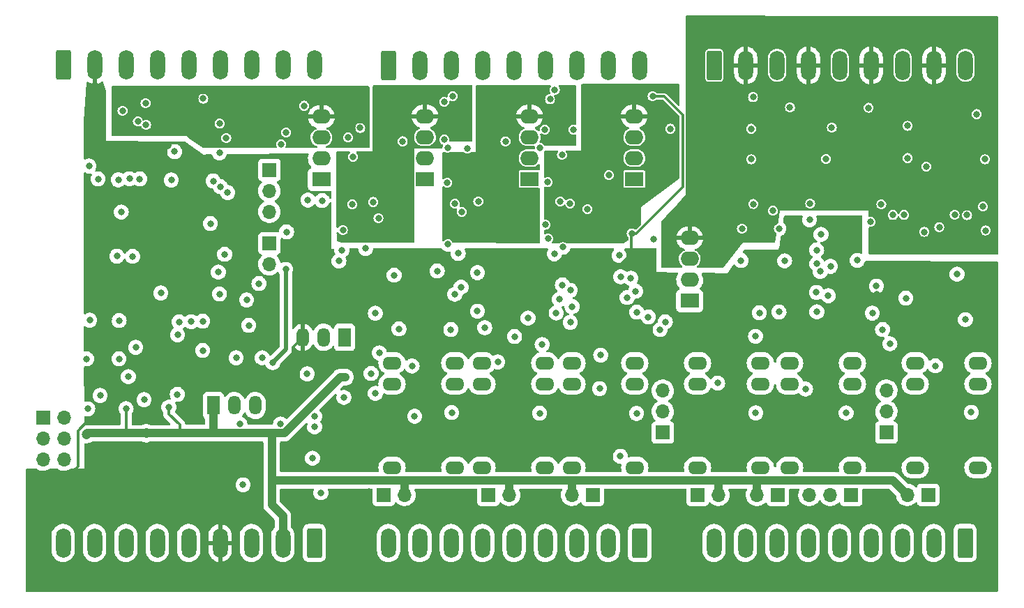
<source format=gbr>
%TF.GenerationSoftware,KiCad,Pcbnew,(6.0.4)*%
%TF.CreationDate,2022-12-17T19:50:06+01:00*%
%TF.ProjectId,bsc,6273632e-6b69-4636-9164-5f7063625858,rev?*%
%TF.SameCoordinates,Original*%
%TF.FileFunction,Copper,L3,Inr*%
%TF.FilePolarity,Positive*%
%FSLAX46Y46*%
G04 Gerber Fmt 4.6, Leading zero omitted, Abs format (unit mm)*
G04 Created by KiCad (PCBNEW (6.0.4)) date 2022-12-17 19:50:06*
%MOMM*%
%LPD*%
G01*
G04 APERTURE LIST*
G04 Aperture macros list*
%AMRoundRect*
0 Rectangle with rounded corners*
0 $1 Rounding radius*
0 $2 $3 $4 $5 $6 $7 $8 $9 X,Y pos of 4 corners*
0 Add a 4 corners polygon primitive as box body*
4,1,4,$2,$3,$4,$5,$6,$7,$8,$9,$2,$3,0*
0 Add four circle primitives for the rounded corners*
1,1,$1+$1,$2,$3*
1,1,$1+$1,$4,$5*
1,1,$1+$1,$6,$7*
1,1,$1+$1,$8,$9*
0 Add four rect primitives between the rounded corners*
20,1,$1+$1,$2,$3,$4,$5,0*
20,1,$1+$1,$4,$5,$6,$7,0*
20,1,$1+$1,$6,$7,$8,$9,0*
20,1,$1+$1,$8,$9,$2,$3,0*%
G04 Aperture macros list end*
%TA.AperFunction,ComponentPad*%
%ADD10R,1.700000X1.700000*%
%TD*%
%TA.AperFunction,ComponentPad*%
%ADD11O,1.700000X1.700000*%
%TD*%
%TA.AperFunction,ComponentPad*%
%ADD12O,2.300000X1.600000*%
%TD*%
%TA.AperFunction,ComponentPad*%
%ADD13R,2.250000X1.750000*%
%TD*%
%TA.AperFunction,ComponentPad*%
%ADD14O,2.250000X1.750000*%
%TD*%
%TA.AperFunction,ComponentPad*%
%ADD15RoundRect,0.250000X-0.650000X-1.550000X0.650000X-1.550000X0.650000X1.550000X-0.650000X1.550000X0*%
%TD*%
%TA.AperFunction,ComponentPad*%
%ADD16O,1.800000X3.600000*%
%TD*%
%TA.AperFunction,ComponentPad*%
%ADD17R,1.500000X2.300000*%
%TD*%
%TA.AperFunction,ComponentPad*%
%ADD18O,1.500000X2.300000*%
%TD*%
%TA.AperFunction,ComponentPad*%
%ADD19RoundRect,0.250000X0.650000X1.550000X-0.650000X1.550000X-0.650000X-1.550000X0.650000X-1.550000X0*%
%TD*%
%TA.AperFunction,ViaPad*%
%ADD20C,0.800000*%
%TD*%
%TA.AperFunction,ViaPad*%
%ADD21C,1.200000*%
%TD*%
%TA.AperFunction,Conductor*%
%ADD22C,0.500000*%
%TD*%
%TA.AperFunction,Conductor*%
%ADD23C,1.000000*%
%TD*%
%TA.AperFunction,Conductor*%
%ADD24C,0.350000*%
%TD*%
G04 APERTURE END LIST*
D10*
%TO.N,/OUTPUT/TACHO1*%
%TO.C,J14*%
X135432800Y-81584800D03*
D11*
%TO.N,/OUTPUT/REL1_NC_TACHO*%
X135432800Y-79044800D03*
%TO.N,/OUTPUT/REL1_NC*%
X135432800Y-76504800D03*
%TD*%
D10*
%TO.N,/OUTPUT/REL6_COM*%
%TO.C,J9*%
X74422000Y-89154000D03*
D11*
%TO.N,V_IN*%
X76962000Y-89154000D03*
%TD*%
D12*
%TO.N,N/C*%
%TO.C,K4*%
X120142000Y-85852000D03*
%TO.N,/OUTPUT/VCC_REL*%
X120142000Y-75692000D03*
%TO.N,/OUTPUT/REL3_NO*%
X120142000Y-73152000D03*
%TO.N,/OUTPUT/REL3_NC*%
X112522000Y-73152000D03*
%TO.N,Net-(D7-Pad2)*%
X112522000Y-75692000D03*
%TO.N,/OUTPUT/REL3_COM*%
X112522000Y-85852000D03*
%TD*%
D13*
%TO.N,GND*%
%TO.C,PS2*%
X111570500Y-65583500D03*
D14*
%TO.N,+5V*%
X111570500Y-63043500D03*
%TO.N,GND1*%
X111570500Y-60503500D03*
%TO.N,/INPUT/5V_1*%
X111570500Y-57963500D03*
%TD*%
D10*
%TO.N,/OUTPUT/REL4_COM*%
%TO.C,J5*%
X99822000Y-89154000D03*
D11*
%TO.N,V_IN*%
X97282000Y-89154000D03*
%TD*%
D10*
%TO.N,/OUTPUT/REL1_COM*%
%TO.C,J10*%
X140512800Y-89154000D03*
D11*
%TO.N,V_IN*%
X137972800Y-89154000D03*
%TD*%
D10*
%TO.N,/OUTPUT/TACHO3*%
%TO.C,J16*%
X108305600Y-81584800D03*
D11*
%TO.N,/OUTPUT/REL3_NC_TACHO*%
X108305600Y-79044800D03*
%TO.N,/OUTPUT/REL3_NC*%
X108305600Y-76504800D03*
%TD*%
D10*
%TO.N,/OUTPUT/REL3_COM*%
%TO.C,J13*%
X112517000Y-89154000D03*
D11*
%TO.N,V_IN*%
X115057000Y-89154000D03*
%TD*%
D13*
%TO.N,GND*%
%TO.C,PS5*%
X92137500Y-50800000D03*
D14*
%TO.N,+5V*%
X92137500Y-48260000D03*
%TO.N,/serial/U2_GND*%
X92137500Y-45720000D03*
%TO.N,/serial/U2_VCC*%
X92137500Y-43180000D03*
%TD*%
D15*
%TO.N,/serial/U2_VCC_e*%
%TO.C,X2*%
X75055000Y-37000000D03*
D16*
%TO.N,/serial/U2_GND*%
X78865000Y-37000000D03*
%TO.N,/serial/U2TX_O*%
X82675000Y-37000000D03*
%TO.N,/serial/U2RX_O*%
X86485000Y-37000000D03*
%TO.N,/serial/U3_VCC_e*%
X90295000Y-37000000D03*
%TO.N,/serial/U3_GND*%
X94105000Y-37000000D03*
%TO.N,/serial/U3TX_O*%
X97915000Y-37000000D03*
%TO.N,/serial/U3RX_O*%
X101725000Y-37000000D03*
%TO.N,GND*%
X105535000Y-37000000D03*
%TD*%
D17*
%TO.N,V_IN*%
%TO.C,U1*%
X69688500Y-70032500D03*
D18*
%TO.N,GND*%
X67148500Y-70032500D03*
%TO.N,+3V3*%
X64608500Y-70032500D03*
%TD*%
D12*
%TO.N,N/C*%
%TO.C,K3*%
X131318000Y-85852000D03*
%TO.N,/OUTPUT/VCC_REL*%
X131318000Y-75692000D03*
%TO.N,/OUTPUT/REL2_NO*%
X131318000Y-73152000D03*
%TO.N,/OUTPUT/REL2_NC*%
X123698000Y-73152000D03*
%TO.N,Net-(D6-Pad2)*%
X123698000Y-75692000D03*
%TO.N,/OUTPUT/REL2_COM*%
X123698000Y-85852000D03*
%TD*%
D15*
%TO.N,GND*%
%TO.C,X1*%
X35560000Y-36957000D03*
D16*
%TO.N,+3V3*%
X39370000Y-36957000D03*
%TO.N,/onewire*%
X43180000Y-36957000D03*
%TO.N,/CAN_H*%
X46990000Y-36957000D03*
%TO.N,/CAN_L*%
X50800000Y-36957000D03*
%TO.N,/U1_VCC_e*%
X54610000Y-36957000D03*
%TO.N,/U1_GND*%
X58420000Y-36957000D03*
%TO.N,/U1TX_O*%
X62230000Y-36957000D03*
%TO.N,/U1RX_O*%
X66040000Y-36957000D03*
%TD*%
D12*
%TO.N,N/C*%
%TO.C,K7*%
X83058000Y-85852000D03*
%TO.N,/OUTPUT/VCC_REL*%
X83058000Y-75692000D03*
%TO.N,/OUTPUT/REL6_NO*%
X83058000Y-73152000D03*
%TO.N,/OUTPUT/REL6_NC*%
X75438000Y-73152000D03*
%TO.N,Net-(D10-Pad2)*%
X75438000Y-75692000D03*
%TO.N,/OUTPUT/REL6_COM*%
X75438000Y-85852000D03*
%TD*%
D19*
%TO.N,/OUTPUT/REL4_NO*%
%TO.C,X5*%
X105500000Y-95000000D03*
D16*
%TO.N,/OUTPUT/REL4_COM*%
X101690000Y-95000000D03*
%TO.N,/OUTPUT/TACHO4*%
X97880000Y-95000000D03*
%TO.N,/OUTPUT/REL5_NO*%
X94070000Y-95000000D03*
%TO.N,/OUTPUT/REL5_COM*%
X90260000Y-95000000D03*
%TO.N,/OUTPUT/TACHO5*%
X86450000Y-95000000D03*
%TO.N,/OUTPUT/REL6_NO*%
X82640000Y-95000000D03*
%TO.N,/OUTPUT/REL6_COM*%
X78830000Y-95000000D03*
%TO.N,/OUTPUT/TACHO6*%
X75020000Y-95000000D03*
%TD*%
D10*
%TO.N,/SCL*%
%TO.C,J11*%
X33065800Y-79796400D03*
D11*
%TO.N,GND*%
X35605800Y-79796400D03*
%TO.N,/SDA*%
X33065800Y-82336400D03*
%TO.N,GND*%
X35605800Y-82336400D03*
%TO.N,Net-(J11-Pad5)*%
X33065800Y-84876400D03*
%TO.N,Net-(J11-Pad6)*%
X35605800Y-84876400D03*
%TD*%
D15*
%TO.N,/INPUT/DI1_P*%
%TO.C,X3*%
X114554000Y-37000000D03*
D16*
%TO.N,/INPUT/5V_1*%
X118364000Y-37000000D03*
%TO.N,/INPUT/DI2_P*%
X122174000Y-37000000D03*
%TO.N,/INPUT/5V_1*%
X125984000Y-37000000D03*
%TO.N,/INPUT/DI3_P*%
X129794000Y-37000000D03*
%TO.N,/INPUT/5V_1*%
X133604000Y-37000000D03*
%TO.N,/INPUT/DI4_P*%
X137414000Y-37000000D03*
%TO.N,/INPUT/5V_1*%
X141224000Y-37000000D03*
%TO.N,GND1*%
X145034000Y-37000000D03*
%TD*%
D12*
%TO.N,N/C*%
%TO.C,K2*%
X146558000Y-85852000D03*
%TO.N,/OUTPUT/VCC_REL*%
X146558000Y-75692000D03*
%TO.N,/OUTPUT/REL1_NO*%
X146558000Y-73152000D03*
%TO.N,/OUTPUT/REL1_NC*%
X138938000Y-73152000D03*
%TO.N,Net-(D5-Pad2)*%
X138938000Y-75692000D03*
%TO.N,/OUTPUT/REL1_COM*%
X138938000Y-85852000D03*
%TD*%
%TO.N,N/C*%
%TO.C,K6*%
X93980000Y-85852000D03*
%TO.N,/OUTPUT/VCC_REL*%
X93980000Y-75692000D03*
%TO.N,/OUTPUT/REL5_NO*%
X93980000Y-73152000D03*
%TO.N,/OUTPUT/REL5_NC*%
X86360000Y-73152000D03*
%TO.N,Net-(D9-Pad2)*%
X86360000Y-75692000D03*
%TO.N,/OUTPUT/REL5_COM*%
X86360000Y-85852000D03*
%TD*%
D19*
%TO.N,/AI1*%
%TO.C,X4*%
X66000000Y-95000000D03*
D16*
%TO.N,V_IN*%
X62190000Y-95000000D03*
%TO.N,+5V*%
X58380000Y-95000000D03*
%TO.N,+3V3*%
X54570000Y-95000000D03*
%TO.N,GND*%
X50760000Y-95000000D03*
X46950000Y-95000000D03*
X43140000Y-95000000D03*
%TO.N,V_IN2*%
X39330000Y-95000000D03*
%TO.N,V_IN1*%
X35520000Y-95000000D03*
%TD*%
D10*
%TO.N,/U0RXD*%
%TO.C,J2*%
X60553600Y-49697400D03*
D11*
%TO.N,/U0TXD*%
X60553600Y-52237400D03*
%TO.N,GND*%
X60553600Y-54777400D03*
%TD*%
D19*
%TO.N,/OUTPUT/REL1_NO*%
%TO.C,X6*%
X145000000Y-95000000D03*
D16*
%TO.N,/OUTPUT/REL1_COM*%
X141190000Y-95000000D03*
%TO.N,/OUTPUT/REL1_NC_TACHO*%
X137380000Y-95000000D03*
%TO.N,/OUTPUT/REL2_NO*%
X133570000Y-95000000D03*
%TO.N,/OUTPUT/REL2_COM*%
X129760000Y-95000000D03*
%TO.N,/OUTPUT/REL2_NC_TACHO*%
X125950000Y-95000000D03*
%TO.N,/OUTPUT/REL3_NO*%
X122140000Y-95000000D03*
%TO.N,/OUTPUT/REL3_COM*%
X118330000Y-95000000D03*
%TO.N,/OUTPUT/REL3_NC_TACHO*%
X114520000Y-95000000D03*
%TD*%
D10*
%TO.N,/LED1*%
%TO.C,J4*%
X60553600Y-58618200D03*
D11*
%TO.N,GND*%
X60553600Y-61158200D03*
%TD*%
D10*
%TO.N,/OUTPUT/REL2_COM*%
%TO.C,J12*%
X122275600Y-89154000D03*
D11*
%TO.N,V_IN*%
X119735600Y-89154000D03*
%TD*%
D13*
%TO.N,GND*%
%TO.C,PS3*%
X79437500Y-50800000D03*
D14*
%TO.N,+5V*%
X79437500Y-48260000D03*
%TO.N,/U1_GND*%
X79437500Y-45720000D03*
%TO.N,/serial/U1_VCC*%
X79437500Y-43180000D03*
%TD*%
D10*
%TO.N,/OUTPUT/TACHO2*%
%TO.C,J15*%
X131176000Y-89154000D03*
D11*
%TO.N,/OUTPUT/REL2_NC_TACHO*%
X128636000Y-89154000D03*
%TO.N,/OUTPUT/REL2_NC*%
X126096000Y-89154000D03*
%TD*%
D12*
%TO.N,N/C*%
%TO.C,K5*%
X104902000Y-85852000D03*
%TO.N,/OUTPUT/VCC_REL*%
X104902000Y-75692000D03*
%TO.N,/OUTPUT/REL4_NO*%
X104902000Y-73152000D03*
%TO.N,/OUTPUT/REL4_NC*%
X97282000Y-73152000D03*
%TO.N,Net-(D8-Pad2)*%
X97282000Y-75692000D03*
%TO.N,/OUTPUT/REL4_COM*%
X97282000Y-85852000D03*
%TD*%
D13*
%TO.N,GND*%
%TO.C,PS4*%
X104837500Y-50800000D03*
D14*
%TO.N,+5V*%
X104837500Y-48260000D03*
%TO.N,/serial/U3_GND*%
X104837500Y-45720000D03*
%TO.N,/serial/U3_VCC*%
X104837500Y-43180000D03*
%TD*%
D10*
%TO.N,/OUTPUT/REL5_COM*%
%TO.C,J8*%
X87117000Y-89154000D03*
D11*
%TO.N,V_IN*%
X89657000Y-89154000D03*
%TD*%
D17*
%TO.N,V_IN*%
%TO.C,U19*%
X53755500Y-78303500D03*
D18*
%TO.N,GND*%
X56295500Y-78303500D03*
%TO.N,+5V*%
X58835500Y-78303500D03*
%TD*%
D13*
%TO.N,GND*%
%TO.C,PS1*%
X66864500Y-50851500D03*
D14*
%TO.N,+5V*%
X66864500Y-48311500D03*
%TO.N,/CAN_GND*%
X66864500Y-45771500D03*
%TO.N,/CAN_VCC*%
X66864500Y-43231500D03*
%TD*%
D20*
%TO.N,+5V*%
X62534800Y-61772800D03*
X60960001Y-73094177D03*
%TO.N,/CAN_VCC*%
X62635700Y-43231500D03*
X55425564Y-42877966D03*
X53282650Y-46596638D03*
%TO.N,/CAN_GND*%
X62585600Y-45161200D03*
X42722800Y-42519600D03*
X61976000Y-46583600D03*
X45516800Y-41605200D03*
X52527200Y-41046400D03*
X71577200Y-44602400D03*
X70104000Y-45770800D03*
%TO.N,Net-(D5-Pad2)*%
X141388300Y-73495700D03*
%TO.N,Net-(D6-Pad2)*%
X125628400Y-76301600D03*
%TO.N,Net-(D7-Pad2)*%
X114960400Y-75590400D03*
%TO.N,V_IN*%
X69748400Y-74853800D03*
X43154600Y-78689200D03*
D21*
X38354000Y-81788000D03*
D20*
X60858400Y-81584800D03*
X48340400Y-78511400D03*
D21*
X45593000Y-81686400D03*
D20*
%TO.N,GND1*%
X119024400Y-48412400D03*
X119284000Y-53842400D03*
X119024400Y-44704000D03*
X138023600Y-48260000D03*
X128815500Y-44586800D03*
X126187200Y-53797200D03*
X138023600Y-44348400D03*
X128117600Y-48361600D03*
X134823200Y-53898800D03*
X147421600Y-48412400D03*
X117906800Y-56845200D03*
X146405600Y-42926000D03*
X147167600Y-54152800D03*
%TO.N,/CAN_H*%
X44583100Y-43821100D03*
%TO.N,Net-(D20-Pad3)*%
X140033100Y-57222100D03*
X121666000Y-54660800D03*
%TO.N,/INPUT/5V_1*%
X116789200Y-55956200D03*
%TO.N,GND*%
X120015000Y-67056000D03*
X85801200Y-66852800D03*
X126949200Y-64566800D03*
X40005000Y-77089000D03*
X107188000Y-58089800D03*
X127000000Y-66929000D03*
X96175909Y-59083310D03*
X68986400Y-60756800D03*
X137795000Y-65278000D03*
X119557800Y-69900800D03*
X56515000Y-72517000D03*
X39751000Y-50800000D03*
X90312750Y-69928413D03*
X145034000Y-67868800D03*
X93659400Y-70905500D03*
X86690200Y-68847300D03*
X44323000Y-71247000D03*
X43434000Y-74803000D03*
X45339000Y-77597000D03*
X97078800Y-64312800D03*
X38354000Y-72644000D03*
X76276200Y-68999700D03*
X69589400Y-77326800D03*
X59690000Y-72517000D03*
X126111000Y-55753000D03*
X57353200Y-87934800D03*
X73888600Y-71918700D03*
X103186800Y-62674200D03*
X102997000Y-60071000D03*
X38658800Y-49225200D03*
X66802000Y-88900000D03*
X128651000Y-61417200D03*
X122402600Y-66954400D03*
X43942000Y-60198000D03*
X49377600Y-76962000D03*
X85801200Y-62179200D03*
X38735000Y-67945000D03*
X80924400Y-61976000D03*
X133731000Y-67093500D03*
X65136361Y-74469211D03*
X97070307Y-68217323D03*
X58039000Y-68580000D03*
X73408815Y-67099998D03*
X134226900Y-63804800D03*
X117805200Y-60706000D03*
X134977900Y-69088000D03*
X54356000Y-62103000D03*
X144018000Y-62357000D03*
X52451000Y-71628000D03*
X100761800Y-72186800D03*
X107975400Y-69088000D03*
X122390500Y-56817000D03*
X45586981Y-44245940D03*
X38506400Y-78714600D03*
X127508000Y-57531000D03*
%TO.N,/serial/U1_VCC*%
X82269764Y-42288672D03*
X75438000Y-53035200D03*
X74396600Y-43205400D03*
X74422000Y-46177200D03*
X69286901Y-52370501D03*
X76962000Y-58064400D03*
%TO.N,+3V3*%
X63384300Y-72327100D03*
X43561000Y-68072000D03*
X123444000Y-65786000D03*
X104509119Y-59857810D03*
X103950729Y-67945829D03*
X74168000Y-83439000D03*
X94615000Y-41122600D03*
X48260000Y-46736000D03*
X72390000Y-77559500D03*
X41034300Y-64389000D03*
X82804000Y-40741600D03*
X39370000Y-39420800D03*
X131953000Y-59219500D03*
X134315200Y-64820800D03*
X72644000Y-88773000D03*
X107061000Y-40767000D03*
X140843000Y-64643000D03*
X62872300Y-88900000D03*
X100199400Y-67855500D03*
X96964665Y-60860020D03*
X35737800Y-87274400D03*
X90246200Y-66294000D03*
X147320000Y-67183000D03*
X131318000Y-57531000D03*
X44450000Y-73152000D03*
X121564400Y-62280800D03*
X59045500Y-87382075D03*
X41034300Y-67874800D03*
X74168000Y-80010000D03*
X38506400Y-80162400D03*
X77090581Y-67018500D03*
X104521000Y-57404000D03*
X42164000Y-74295000D03*
%TO.N,/U1RX*%
X53721000Y-51041900D03*
X59283600Y-63500000D03*
X75692000Y-62484000D03*
%TO.N,/RST_ESP*%
X42291000Y-72644000D03*
X42049500Y-60177419D03*
X42316400Y-67995800D03*
%TO.N,/serial/U3_VCC*%
X107492800Y-42240200D03*
X99822000Y-44069000D03*
X99720400Y-50546000D03*
X102489000Y-57581800D03*
%TO.N,/U1TX*%
X54610000Y-51726500D03*
%TO.N,/U1TX_O*%
X70612000Y-53873400D03*
X73152000Y-53594000D03*
X64770000Y-41910000D03*
%TO.N,/U3RX*%
X47371000Y-64643000D03*
%TO.N,/serial/U3_GND*%
X101752400Y-50342800D03*
X95148400Y-59893200D03*
X109220000Y-44704000D03*
X94386400Y-58039000D03*
X94326409Y-51197209D03*
X95850996Y-53521427D03*
%TO.N,/H_CLK*%
X105142100Y-66974100D03*
X54495178Y-64777615D03*
%TO.N,/H_MISO*%
X57784100Y-65477989D03*
X103962200Y-65201800D03*
%TO.N,/H_MOSI*%
X55118000Y-59944000D03*
%TO.N,Net-(D21-Pad3)*%
X136228100Y-55173600D03*
%TO.N,Net-(D22-Pad3)*%
X147468900Y-57055300D03*
%TO.N,/serial/U3_VCC_e*%
X95194200Y-39992500D03*
%TO.N,/CAN_Tx*%
X54483000Y-47625000D03*
%TO.N,/U3TX*%
X51054000Y-68122800D03*
%TO.N,/serial/U2_VCC*%
X86868000Y-43891200D03*
X90119200Y-43205400D03*
X95986600Y-44018200D03*
X89560400Y-58013600D03*
X86817200Y-49936400D03*
X86742212Y-46353788D03*
%TO.N,/CAN_Rx*%
X49049962Y-47483988D03*
%TO.N,/U2RX*%
X83820000Y-63931800D03*
%TO.N,/onewire*%
X48641000Y-50927000D03*
%TO.N,/serial/U2_GND*%
X83464400Y-59842400D03*
X97447700Y-44805600D03*
X93980000Y-44805600D03*
X82143600Y-51257200D03*
X89204800Y-46228000D03*
%TO.N,/SDA*%
X42570398Y-54813200D03*
%TO.N,/U0RXD*%
X44825000Y-50800000D03*
%TO.N,/U0TXD*%
X43561000Y-50774600D03*
%TO.N,/SCL*%
X42205400Y-50897800D03*
%TO.N,/U2TX*%
X83058000Y-64795400D03*
%TO.N,/OUTPUT/VCC_REL*%
X130556000Y-79197200D03*
X105119400Y-79266800D03*
X145745200Y-79146400D03*
X82677000Y-79171800D03*
X78181200Y-79615700D03*
X61909736Y-80553336D03*
X119579400Y-79206800D03*
X56972200Y-80543400D03*
X93349400Y-79246800D03*
%TO.N,/OUTPUT/TACHO3*%
X103149400Y-84480400D03*
%TO.N,/U3RXTX_EN*%
X49599836Y-68150434D03*
X82219800Y-58724800D03*
%TO.N,/U1RXTX_EN*%
X55482000Y-52451000D03*
X62636400Y-57226200D03*
%TO.N,/U1_GND*%
X72237600Y-59232800D03*
X70713600Y-48107600D03*
X76733400Y-46228000D03*
X81785671Y-46029249D03*
%TO.N,/OUTPUT/TACHO6*%
X65786000Y-84709000D03*
%TO.N,Net-(D8-Pad2)*%
X100634800Y-76250800D03*
%TO.N,Net-(D9-Pad2)*%
X88265000Y-73025000D03*
%TO.N,Net-(D10-Pad2)*%
X77876400Y-73507600D03*
%TO.N,Net-(IC1-Pad2)*%
X137578800Y-55179400D03*
X119253000Y-40868600D03*
%TO.N,/INPUT/DI4_P*%
X140282400Y-49293200D03*
%TO.N,/INPUT/IO_DI_PL*%
X97282000Y-66294000D03*
X52451000Y-68072000D03*
X106537220Y-67559600D03*
%TO.N,/serial/U2RXTX_ENs*%
X83908400Y-54800000D03*
%TO.N,/OUTPUT/REL1*%
X108610400Y-68148200D03*
X104419400Y-62865000D03*
X135864600Y-70815200D03*
X105003600Y-64439800D03*
%TO.N,Net-(D23-Pad3)*%
X143727000Y-55171600D03*
%TO.N,/OUTPUT/REL4*%
X95359400Y-67066800D03*
X96111262Y-63658661D03*
%TO.N,/serial/U1RXTX_ENs*%
X73787000Y-55549800D03*
X66958300Y-53417000D03*
X69469000Y-57023000D03*
%TO.N,/OUTPUT/REL5*%
X95758000Y-65405000D03*
X82575400Y-69088000D03*
X91948000Y-67691000D03*
%TO.N,/serial/U3RXTX_ENs*%
X94056200Y-56362600D03*
%TO.N,Net-(IC1-Pad4)*%
X123737800Y-42116600D03*
X133531258Y-56019500D03*
%TO.N,/INPUT/DI1s*%
X126975000Y-59436000D03*
%TO.N,/INPUT/DI2s*%
X127000000Y-61112400D03*
%TO.N,Net-(IC1-Pad6)*%
X123085400Y-60742600D03*
X131907100Y-60678500D03*
%TO.N,/INPUT/DI3s*%
X127406400Y-62026800D03*
%TO.N,Net-(D11-Pad2)*%
X69342000Y-59436000D03*
X65229300Y-53359700D03*
%TO.N,/T_ADDR2*%
X49403000Y-69723000D03*
X53390800Y-56210200D03*
%TO.N,/INPUT/DI4s*%
X128389941Y-64975994D03*
%TO.N,/CAN_Rx_s*%
X54495100Y-44084698D03*
%TO.N,/CAN_Tx_s*%
X55319664Y-45827957D03*
%TO.N,/serial/U3RX_O*%
X99161600Y-54457600D03*
X97044732Y-53768066D03*
%TO.N,/serial/U3TX_O*%
X96062800Y-47879000D03*
X93370400Y-46990000D03*
%TO.N,/serial/U2TX_O*%
X83062600Y-53818000D03*
X81762600Y-41427400D03*
X85902800Y-53517800D03*
%TO.N,Net-(IC2-Pad2)*%
X133276300Y-42158000D03*
X145231100Y-55187400D03*
%TO.N,Net-(IC2-Pad4)*%
X141859000Y-56642000D03*
%TO.N,/OUTPUT/T_ADDR1*%
X72898001Y-74421999D03*
X66040002Y-79629000D03*
%TO.N,/OUTPUT/T_ADDR0*%
X73406000Y-76835000D03*
X66040000Y-80899000D03*
%TO.N,Net-(C45-Pad1)*%
X84582000Y-47117000D03*
X82169000Y-46990000D03*
%TD*%
D22*
%TO.N,+5V*%
X62534800Y-61772800D02*
X62534800Y-71519378D01*
X62534800Y-71519378D02*
X60960001Y-73094177D01*
D23*
%TO.N,V_IN*%
X115057000Y-87508000D02*
X115057000Y-89154000D01*
X89657000Y-87508000D02*
X89657000Y-89154000D01*
X53755500Y-81499500D02*
X53755500Y-78303500D01*
D24*
X38389300Y-81752700D02*
X38354000Y-81788000D01*
D23*
X38455600Y-81686400D02*
X38354000Y-81788000D01*
X45597200Y-81686400D02*
X49631600Y-81686400D01*
X119634000Y-87376000D02*
X119735600Y-87477600D01*
X62357000Y-81661000D02*
X69163355Y-74854645D01*
X60833000Y-87630000D02*
X60833000Y-85420200D01*
X77216000Y-87376000D02*
X76962000Y-87630000D01*
X89789000Y-87376000D02*
X89657000Y-87508000D01*
X77216000Y-87376000D02*
X61087000Y-87376000D01*
X62190000Y-91755600D02*
X62190000Y-95000000D01*
X137972800Y-89154000D02*
X136194800Y-87376000D01*
X62190000Y-91755600D02*
X60833000Y-90398600D01*
X49657000Y-81661000D02*
X53594000Y-81661000D01*
X136194800Y-87376000D02*
X119634000Y-87376000D01*
X97282000Y-87503000D02*
X97282000Y-89154000D01*
X53594000Y-81661000D02*
X60833000Y-81661000D01*
X69163355Y-74854645D02*
X69789758Y-74854645D01*
X60833000Y-90398600D02*
X60833000Y-87630000D01*
X89789000Y-87376000D02*
X77216000Y-87376000D01*
X119735600Y-87477600D02*
X119735600Y-89154000D01*
X115189000Y-87376000D02*
X97409000Y-87376000D01*
D24*
X69609000Y-74673887D02*
X69789758Y-74854645D01*
D23*
X97409000Y-87376000D02*
X89789000Y-87376000D01*
X97409000Y-87376000D02*
X97282000Y-87503000D01*
X60833000Y-85420200D02*
X60833000Y-81661000D01*
X119634000Y-87376000D02*
X115189000Y-87376000D01*
X60833000Y-81661000D02*
X62357000Y-81661000D01*
X61087000Y-87376000D02*
X60833000Y-87630000D01*
X115189000Y-87376000D02*
X115057000Y-87508000D01*
X76962000Y-87630000D02*
X76962000Y-89154000D01*
D24*
X43154600Y-78689200D02*
X43154600Y-81686400D01*
X49657000Y-80645000D02*
X49657000Y-81661000D01*
D23*
X53594000Y-81661000D02*
X53755500Y-81499500D01*
X45597200Y-81686400D02*
X43154600Y-81686400D01*
X49631600Y-81686400D02*
X49657000Y-81661000D01*
D24*
X48340400Y-79328400D02*
X49657000Y-80645000D01*
D23*
X43154600Y-81686400D02*
X38455600Y-81686400D01*
D24*
X48340400Y-78511400D02*
X48340400Y-79328400D01*
%TO.N,+3V3*%
X43408600Y-73152000D02*
X44450000Y-73152000D01*
X42164000Y-74295000D02*
X42265600Y-74295000D01*
X107061000Y-40767000D02*
X108458000Y-40767000D01*
X108458000Y-40767000D02*
X110718600Y-43027600D01*
X96964665Y-60860020D02*
X97318645Y-61214000D01*
X105105200Y-57404000D02*
X104546400Y-57404000D01*
X39420800Y-80162400D02*
X42164000Y-77419200D01*
X63384300Y-71256700D02*
X64608500Y-70032500D01*
X42164000Y-77419200D02*
X42164000Y-74295000D01*
X42265600Y-74295000D02*
X43408600Y-73152000D01*
X110718600Y-51790600D02*
X105105200Y-57404000D01*
X104509119Y-57441281D02*
X104509119Y-59857810D01*
X37312600Y-81356200D02*
X37312600Y-85699600D01*
X38506400Y-80162400D02*
X39420800Y-80162400D01*
X110718600Y-43027600D02*
X110718600Y-51790600D01*
X103152929Y-61214000D02*
X104509119Y-59857810D01*
X37312600Y-85699600D02*
X35737800Y-87274400D01*
X38506400Y-80162400D02*
X37312600Y-81356200D01*
X63384300Y-72327100D02*
X63384300Y-71256700D01*
X97318645Y-61214000D02*
X103152929Y-61214000D01*
%TD*%
%TA.AperFunction,Conductor*%
%TO.N,/INPUT/5V_1*%
G36*
X130419702Y-30975557D02*
G01*
X148870484Y-30987916D01*
X148938592Y-31007964D01*
X148985049Y-31061650D01*
X148996400Y-31113916D01*
X148996400Y-59818000D01*
X148976398Y-59886121D01*
X148922742Y-59932614D01*
X148870400Y-59944000D01*
X133425200Y-59944000D01*
X133357079Y-59923998D01*
X133310586Y-59870342D01*
X133299200Y-59818000D01*
X133299200Y-57222100D01*
X139427418Y-57222100D01*
X139428496Y-57230288D01*
X139444430Y-57351316D01*
X139448056Y-57378862D01*
X139508564Y-57524941D01*
X139604818Y-57650382D01*
X139730259Y-57746636D01*
X139876338Y-57807144D01*
X140033100Y-57827782D01*
X140041288Y-57826704D01*
X140181674Y-57808222D01*
X140189862Y-57807144D01*
X140335941Y-57746636D01*
X140461382Y-57650382D01*
X140557636Y-57524941D01*
X140618144Y-57378862D01*
X140621771Y-57351316D01*
X140637704Y-57230288D01*
X140638782Y-57222100D01*
X140618144Y-57065338D01*
X140557636Y-56919259D01*
X140461382Y-56793818D01*
X140335941Y-56697564D01*
X140201798Y-56642000D01*
X141253318Y-56642000D01*
X141273956Y-56798762D01*
X141334464Y-56944841D01*
X141430718Y-57070282D01*
X141556159Y-57166536D01*
X141702238Y-57227044D01*
X141859000Y-57247682D01*
X141867188Y-57246604D01*
X142007574Y-57228122D01*
X142015762Y-57227044D01*
X142161841Y-57166536D01*
X142287282Y-57070282D01*
X142298778Y-57055300D01*
X146863218Y-57055300D01*
X146883856Y-57212062D01*
X146944364Y-57358141D01*
X147040618Y-57483582D01*
X147166059Y-57579836D01*
X147312138Y-57640344D01*
X147320326Y-57641422D01*
X147388385Y-57650382D01*
X147468900Y-57660982D01*
X147477088Y-57659904D01*
X147617474Y-57641422D01*
X147625662Y-57640344D01*
X147771741Y-57579836D01*
X147897182Y-57483582D01*
X147993436Y-57358141D01*
X148053944Y-57212062D01*
X148074582Y-57055300D01*
X148053944Y-56898538D01*
X147993436Y-56752459D01*
X147897182Y-56627018D01*
X147771741Y-56530764D01*
X147625662Y-56470256D01*
X147468900Y-56449618D01*
X147312138Y-56470256D01*
X147166059Y-56530764D01*
X147040618Y-56627018D01*
X146944364Y-56752459D01*
X146883856Y-56898538D01*
X146863218Y-57055300D01*
X142298778Y-57055300D01*
X142383536Y-56944841D01*
X142444044Y-56798762D01*
X142464682Y-56642000D01*
X142444044Y-56485238D01*
X142383536Y-56339159D01*
X142304726Y-56236452D01*
X142292305Y-56220264D01*
X142287282Y-56213718D01*
X142161841Y-56117464D01*
X142015762Y-56056956D01*
X141859000Y-56036318D01*
X141702238Y-56056956D01*
X141556159Y-56117464D01*
X141430718Y-56213718D01*
X141425695Y-56220264D01*
X141413274Y-56236452D01*
X141334464Y-56339159D01*
X141273956Y-56485238D01*
X141253318Y-56642000D01*
X140201798Y-56642000D01*
X140189862Y-56637056D01*
X140163338Y-56633564D01*
X140100148Y-56625245D01*
X140033100Y-56616418D01*
X139966052Y-56625245D01*
X139902863Y-56633564D01*
X139876338Y-56637056D01*
X139730259Y-56697564D01*
X139604818Y-56793818D01*
X139508564Y-56919259D01*
X139448056Y-57065338D01*
X139427418Y-57222100D01*
X133299200Y-57222100D01*
X133299200Y-56738306D01*
X133319202Y-56670185D01*
X133372858Y-56623692D01*
X133441645Y-56613384D01*
X133531258Y-56625182D01*
X133539446Y-56624104D01*
X133542576Y-56623692D01*
X133688020Y-56604544D01*
X133834099Y-56544036D01*
X133959540Y-56447782D01*
X134055794Y-56322341D01*
X134116302Y-56176262D01*
X134136940Y-56019500D01*
X134116302Y-55862738D01*
X134055794Y-55716659D01*
X133959540Y-55591218D01*
X133834099Y-55494964D01*
X133688020Y-55434456D01*
X133531258Y-55413818D01*
X133441645Y-55425616D01*
X133371498Y-55414677D01*
X133318399Y-55367549D01*
X133299200Y-55300694D01*
X133299200Y-55173600D01*
X135622418Y-55173600D01*
X135643056Y-55330362D01*
X135703564Y-55476441D01*
X135799818Y-55601882D01*
X135806364Y-55606905D01*
X135824349Y-55620705D01*
X135925259Y-55698136D01*
X136071338Y-55758644D01*
X136079526Y-55759722D01*
X136123582Y-55765522D01*
X136228100Y-55779282D01*
X136236288Y-55778204D01*
X136243292Y-55777282D01*
X136332618Y-55765522D01*
X136376674Y-55759722D01*
X136384862Y-55758644D01*
X136530941Y-55698136D01*
X136631851Y-55620705D01*
X136649836Y-55606905D01*
X136656382Y-55601882D01*
X136752636Y-55476441D01*
X136785840Y-55396280D01*
X136830389Y-55340999D01*
X136897752Y-55318578D01*
X136966543Y-55336136D01*
X137014922Y-55388099D01*
X137018655Y-55396274D01*
X137054264Y-55482241D01*
X137150518Y-55607682D01*
X137275959Y-55703936D01*
X137422038Y-55764444D01*
X137430226Y-55765522D01*
X137482804Y-55772444D01*
X137578800Y-55785082D01*
X137586988Y-55784004D01*
X137622856Y-55779282D01*
X137674796Y-55772444D01*
X137727374Y-55765522D01*
X137735562Y-55764444D01*
X137881641Y-55703936D01*
X138007082Y-55607682D01*
X138103336Y-55482241D01*
X138163844Y-55336162D01*
X138173018Y-55266482D01*
X138183404Y-55187588D01*
X138184482Y-55179400D01*
X138183455Y-55171600D01*
X143121318Y-55171600D01*
X143141956Y-55328362D01*
X143202464Y-55474441D01*
X143298718Y-55599882D01*
X143305264Y-55604905D01*
X143308883Y-55607682D01*
X143424159Y-55696136D01*
X143570238Y-55756644D01*
X143578426Y-55757722D01*
X143593618Y-55759722D01*
X143727000Y-55777282D01*
X143735188Y-55776204D01*
X143875574Y-55757722D01*
X143883762Y-55756644D01*
X144029841Y-55696136D01*
X144145117Y-55607682D01*
X144148736Y-55604905D01*
X144155282Y-55599882D01*
X144251536Y-55474441D01*
X144312044Y-55328362D01*
X144330602Y-55187400D01*
X144625418Y-55187400D01*
X144646056Y-55344162D01*
X144706564Y-55490241D01*
X144775041Y-55579482D01*
X144794549Y-55604905D01*
X144802818Y-55615682D01*
X144928259Y-55711936D01*
X145074338Y-55772444D01*
X145231100Y-55793082D01*
X145239288Y-55792004D01*
X145379674Y-55773522D01*
X145387862Y-55772444D01*
X145533941Y-55711936D01*
X145659382Y-55615682D01*
X145667652Y-55604905D01*
X145687159Y-55579482D01*
X145755636Y-55490241D01*
X145816144Y-55344162D01*
X145836782Y-55187400D01*
X145816144Y-55030638D01*
X145755636Y-54884559D01*
X145687159Y-54795318D01*
X145664405Y-54765664D01*
X145659382Y-54759118D01*
X145641398Y-54745318D01*
X145623182Y-54731341D01*
X145533941Y-54662864D01*
X145387862Y-54602356D01*
X145351099Y-54597516D01*
X145239288Y-54582796D01*
X145231100Y-54581718D01*
X145222912Y-54582796D01*
X145111102Y-54597516D01*
X145074338Y-54602356D01*
X144928259Y-54662864D01*
X144839018Y-54731341D01*
X144820803Y-54745318D01*
X144802818Y-54759118D01*
X144797795Y-54765664D01*
X144775041Y-54795318D01*
X144706564Y-54884559D01*
X144646056Y-55030638D01*
X144625418Y-55187400D01*
X144330602Y-55187400D01*
X144332682Y-55171600D01*
X144312044Y-55014838D01*
X144251536Y-54868759D01*
X144166091Y-54757404D01*
X144160305Y-54749864D01*
X144155282Y-54743318D01*
X144029841Y-54647064D01*
X143883762Y-54586556D01*
X143727000Y-54565918D01*
X143570238Y-54586556D01*
X143424159Y-54647064D01*
X143298718Y-54743318D01*
X143293695Y-54749864D01*
X143287909Y-54757404D01*
X143202464Y-54868759D01*
X143141956Y-55014838D01*
X143121318Y-55171600D01*
X138183455Y-55171600D01*
X138163844Y-55022638D01*
X138103336Y-54876559D01*
X138007082Y-54751118D01*
X137881641Y-54654864D01*
X137735562Y-54594356D01*
X137691507Y-54588556D01*
X137586988Y-54574796D01*
X137578800Y-54573718D01*
X137570612Y-54574796D01*
X137466094Y-54588556D01*
X137422038Y-54594356D01*
X137275959Y-54654864D01*
X137150518Y-54751118D01*
X137054264Y-54876559D01*
X137047790Y-54892189D01*
X137021060Y-54956720D01*
X136976511Y-55012001D01*
X136909148Y-55034422D01*
X136840357Y-55016864D01*
X136791978Y-54964901D01*
X136788242Y-54956720D01*
X136752636Y-54870759D01*
X136656382Y-54745318D01*
X136647230Y-54738295D01*
X136567786Y-54677336D01*
X136530941Y-54649064D01*
X136384862Y-54588556D01*
X136369671Y-54586556D01*
X136278369Y-54574536D01*
X136228100Y-54567918D01*
X136177831Y-54574536D01*
X136086530Y-54586556D01*
X136071338Y-54588556D01*
X135925259Y-54649064D01*
X135888414Y-54677336D01*
X135808971Y-54738295D01*
X135799818Y-54745318D01*
X135703564Y-54870759D01*
X135643056Y-55016838D01*
X135622418Y-55173600D01*
X133299200Y-55173600D01*
X133299200Y-54660800D01*
X122529600Y-54660800D01*
X122510840Y-54781181D01*
X122505253Y-54817029D01*
X122497863Y-54832719D01*
X122499826Y-54838860D01*
X122498359Y-54861262D01*
X122448407Y-55181788D01*
X122304477Y-56105343D01*
X122299162Y-56139445D01*
X122268909Y-56203673D01*
X122222883Y-56236452D01*
X122212879Y-56240596D01*
X122087659Y-56292464D01*
X121962218Y-56388718D01*
X121865964Y-56514159D01*
X121805456Y-56660238D01*
X121784818Y-56817000D01*
X121805456Y-56973762D01*
X121865964Y-57119841D01*
X121870991Y-57126392D01*
X121948224Y-57227044D01*
X121962218Y-57245282D01*
X121968764Y-57250305D01*
X121968767Y-57250308D01*
X122049938Y-57312592D01*
X122091806Y-57369930D01*
X122097732Y-57431955D01*
X121975309Y-58217500D01*
X121936613Y-58465802D01*
X121906360Y-58530030D01*
X121846185Y-58567707D01*
X121812116Y-58572400D01*
X118008400Y-58572400D01*
X115686589Y-61543355D01*
X115685046Y-61545329D01*
X115627339Y-61586686D01*
X115584921Y-61593739D01*
X114633575Y-61587354D01*
X112562997Y-61573458D01*
X112495013Y-61552999D01*
X112448882Y-61499033D01*
X112439250Y-61428693D01*
X112469175Y-61364311D01*
X112486011Y-61348375D01*
X112486130Y-61348282D01*
X112565559Y-61285889D01*
X112584949Y-61263544D01*
X112696133Y-61135418D01*
X112696137Y-61135413D01*
X112700064Y-61130887D01*
X112802831Y-60953246D01*
X112870154Y-60759378D01*
X112899602Y-60556277D01*
X112890114Y-60351271D01*
X112842031Y-60151759D01*
X112757088Y-59964938D01*
X112638351Y-59797550D01*
X112634028Y-59793412D01*
X112634024Y-59793407D01*
X112494434Y-59659779D01*
X112494433Y-59659779D01*
X112490104Y-59655634D01*
X112317696Y-59544311D01*
X112247988Y-59516218D01*
X112192282Y-59472203D01*
X112169215Y-59405058D01*
X112186112Y-59336101D01*
X112237607Y-59287226D01*
X112263431Y-59277393D01*
X112276374Y-59274034D01*
X112286409Y-59270500D01*
X112490661Y-59178491D01*
X112499967Y-59173311D01*
X112685802Y-59048199D01*
X112694085Y-59041540D01*
X112856186Y-58886904D01*
X112863238Y-58878934D01*
X112996968Y-58699193D01*
X113002567Y-58690163D01*
X113104104Y-58490455D01*
X113108104Y-58480604D01*
X113174539Y-58266648D01*
X113176822Y-58256264D01*
X113179580Y-58235457D01*
X113177384Y-58221293D01*
X113164197Y-58217500D01*
X109978763Y-58217500D01*
X109965232Y-58221473D01*
X109963707Y-58232080D01*
X109989945Y-58357129D01*
X109993005Y-58367326D01*
X110075289Y-58575684D01*
X110080023Y-58585221D01*
X110196242Y-58776744D01*
X110202506Y-58785334D01*
X110349335Y-58954539D01*
X110356965Y-58961959D01*
X110530200Y-59104003D01*
X110538967Y-59110027D01*
X110733658Y-59220852D01*
X110743318Y-59225316D01*
X110888707Y-59278090D01*
X110945915Y-59320135D01*
X110971310Y-59386434D01*
X110956830Y-59455939D01*
X110903408Y-59508544D01*
X110833962Y-59544311D01*
X110742160Y-59591592D01*
X110742157Y-59591594D01*
X110736829Y-59594338D01*
X110732119Y-59598038D01*
X110732114Y-59598041D01*
X110593527Y-59706904D01*
X110575441Y-59721111D01*
X110571510Y-59725641D01*
X110571509Y-59725642D01*
X110444867Y-59871582D01*
X110444863Y-59871587D01*
X110440936Y-59876113D01*
X110338169Y-60053754D01*
X110270846Y-60247622D01*
X110269985Y-60253560D01*
X110242988Y-60439759D01*
X110241398Y-60450723D01*
X110250886Y-60655729D01*
X110298969Y-60855241D01*
X110301447Y-60860691D01*
X110301448Y-60860694D01*
X110315984Y-60892664D01*
X110383912Y-61042062D01*
X110502649Y-61209450D01*
X110506972Y-61213588D01*
X110506976Y-61213593D01*
X110642115Y-61342960D01*
X110677491Y-61404515D01*
X110673972Y-61475425D01*
X110632675Y-61533175D01*
X110566712Y-61559431D01*
X110554138Y-61559975D01*
X108765096Y-61547968D01*
X108202825Y-61544195D01*
X108134841Y-61523736D01*
X108088710Y-61469770D01*
X108077672Y-61418214D01*
X108077671Y-61404515D01*
X108077205Y-57691543D01*
X109961420Y-57691543D01*
X109963616Y-57705707D01*
X109976803Y-57709500D01*
X111298385Y-57709500D01*
X111313624Y-57705025D01*
X111314829Y-57703635D01*
X111316500Y-57695952D01*
X111316500Y-57691385D01*
X111824500Y-57691385D01*
X111828975Y-57706624D01*
X111830365Y-57707829D01*
X111838048Y-57709500D01*
X113162237Y-57709500D01*
X113175768Y-57705527D01*
X113177293Y-57694920D01*
X113151055Y-57569871D01*
X113147995Y-57559674D01*
X113065711Y-57351316D01*
X113060977Y-57341779D01*
X112944758Y-57150256D01*
X112938494Y-57141666D01*
X112791665Y-56972461D01*
X112784035Y-56965041D01*
X112637878Y-56845200D01*
X117301118Y-56845200D01*
X117321756Y-57001962D01*
X117382264Y-57148041D01*
X117478518Y-57273482D01*
X117603959Y-57369736D01*
X117750038Y-57430244D01*
X117906800Y-57450882D01*
X117914988Y-57449804D01*
X118055374Y-57431322D01*
X118063562Y-57430244D01*
X118209641Y-57369736D01*
X118335082Y-57273482D01*
X118431336Y-57148041D01*
X118491844Y-57001962D01*
X118512482Y-56845200D01*
X118491844Y-56688438D01*
X118431336Y-56542359D01*
X118335082Y-56416918D01*
X118209641Y-56320664D01*
X118063562Y-56260156D01*
X117906800Y-56239518D01*
X117750038Y-56260156D01*
X117603959Y-56320664D01*
X117478518Y-56416918D01*
X117382264Y-56542359D01*
X117321756Y-56688438D01*
X117301118Y-56845200D01*
X112637878Y-56845200D01*
X112610800Y-56822997D01*
X112602033Y-56816973D01*
X112407342Y-56706148D01*
X112397678Y-56701683D01*
X112187095Y-56625245D01*
X112176828Y-56622474D01*
X111955206Y-56582399D01*
X111946976Y-56581464D01*
X111928012Y-56580570D01*
X111925037Y-56580500D01*
X111842615Y-56580500D01*
X111827376Y-56584975D01*
X111826171Y-56586365D01*
X111824500Y-56594048D01*
X111824500Y-57691385D01*
X111316500Y-57691385D01*
X111316500Y-56598615D01*
X111312025Y-56583376D01*
X111310635Y-56582171D01*
X111302952Y-56580500D01*
X111264235Y-56580500D01*
X111258927Y-56580725D01*
X111091948Y-56594893D01*
X111081476Y-56596683D01*
X110864629Y-56652966D01*
X110854591Y-56656500D01*
X110650339Y-56748509D01*
X110641033Y-56753689D01*
X110455198Y-56878801D01*
X110446915Y-56885460D01*
X110284814Y-57040096D01*
X110277762Y-57048066D01*
X110144032Y-57227807D01*
X110138433Y-57236837D01*
X110036896Y-57436545D01*
X110032896Y-57446396D01*
X109966461Y-57660352D01*
X109964178Y-57670736D01*
X109961420Y-57691543D01*
X108077205Y-57691543D01*
X108077006Y-56105343D01*
X108097000Y-56037220D01*
X108108402Y-56022104D01*
X109305940Y-54660800D01*
X121060318Y-54660800D01*
X121080956Y-54817562D01*
X121141464Y-54963641D01*
X121237718Y-55089082D01*
X121363159Y-55185336D01*
X121509238Y-55245844D01*
X121666000Y-55266482D01*
X121674188Y-55265404D01*
X121814574Y-55246922D01*
X121822762Y-55245844D01*
X121968841Y-55185336D01*
X122094282Y-55089082D01*
X122190536Y-54963641D01*
X122229320Y-54870008D01*
X122247884Y-54825192D01*
X122247885Y-54825189D01*
X122251044Y-54817562D01*
X122252122Y-54809373D01*
X122252155Y-54809250D01*
X122255835Y-54803212D01*
X122255834Y-54781181D01*
X122270604Y-54668988D01*
X122271682Y-54660800D01*
X122260325Y-54574536D01*
X122252122Y-54512226D01*
X122251044Y-54504038D01*
X122190536Y-54357959D01*
X122094282Y-54232518D01*
X122085113Y-54225482D01*
X121990391Y-54152800D01*
X121968841Y-54136264D01*
X121822762Y-54075756D01*
X121666000Y-54055118D01*
X121509238Y-54075756D01*
X121363159Y-54136264D01*
X121341609Y-54152800D01*
X121246888Y-54225482D01*
X121237718Y-54232518D01*
X121141464Y-54357959D01*
X121080956Y-54504038D01*
X121079878Y-54512226D01*
X121071675Y-54574536D01*
X121060318Y-54660800D01*
X109305940Y-54660800D01*
X109881271Y-54006791D01*
X110025886Y-53842400D01*
X118678318Y-53842400D01*
X118698956Y-53999162D01*
X118759464Y-54145241D01*
X118855718Y-54270682D01*
X118981159Y-54366936D01*
X119127238Y-54427444D01*
X119284000Y-54448082D01*
X119292188Y-54447004D01*
X119432574Y-54428522D01*
X119440762Y-54427444D01*
X119586841Y-54366936D01*
X119712282Y-54270682D01*
X119808536Y-54145241D01*
X119869044Y-53999162D01*
X119889682Y-53842400D01*
X119883731Y-53797200D01*
X125581518Y-53797200D01*
X125602156Y-53953962D01*
X125662664Y-54100041D01*
X125758918Y-54225482D01*
X125765464Y-54230505D01*
X125776618Y-54239064D01*
X125884359Y-54321736D01*
X126030438Y-54382244D01*
X126187200Y-54402882D01*
X126195388Y-54401804D01*
X126335774Y-54383322D01*
X126343962Y-54382244D01*
X126490041Y-54321736D01*
X126597782Y-54239064D01*
X126608936Y-54230505D01*
X126615482Y-54225482D01*
X126711736Y-54100041D01*
X126772244Y-53953962D01*
X126779506Y-53898800D01*
X134217518Y-53898800D01*
X134238156Y-54055562D01*
X134298664Y-54201641D01*
X134320812Y-54230505D01*
X134386959Y-54316709D01*
X134394918Y-54327082D01*
X134520359Y-54423336D01*
X134666438Y-54483844D01*
X134823200Y-54504482D01*
X134831388Y-54503404D01*
X134971774Y-54484922D01*
X134979962Y-54483844D01*
X135126041Y-54423336D01*
X135251482Y-54327082D01*
X135259442Y-54316709D01*
X135325588Y-54230505D01*
X135347736Y-54201641D01*
X135367967Y-54152800D01*
X146561918Y-54152800D01*
X146582556Y-54309562D01*
X146643064Y-54455641D01*
X146739318Y-54581082D01*
X146745864Y-54586105D01*
X146755212Y-54593278D01*
X146864759Y-54677336D01*
X147010838Y-54737844D01*
X147167600Y-54758482D01*
X147175788Y-54757404D01*
X147316174Y-54738922D01*
X147324362Y-54737844D01*
X147470441Y-54677336D01*
X147579988Y-54593278D01*
X147589336Y-54586105D01*
X147595882Y-54581082D01*
X147692136Y-54455641D01*
X147752644Y-54309562D01*
X147773282Y-54152800D01*
X147752644Y-53996038D01*
X147692136Y-53849959D01*
X147595882Y-53724518D01*
X147470441Y-53628264D01*
X147324362Y-53567756D01*
X147167600Y-53547118D01*
X147010838Y-53567756D01*
X146864759Y-53628264D01*
X146739318Y-53724518D01*
X146643064Y-53849959D01*
X146582556Y-53996038D01*
X146561918Y-54152800D01*
X135367967Y-54152800D01*
X135408244Y-54055562D01*
X135428882Y-53898800D01*
X135408244Y-53742038D01*
X135347736Y-53595959D01*
X135251482Y-53470518D01*
X135126041Y-53374264D01*
X134979962Y-53313756D01*
X134823200Y-53293118D01*
X134666438Y-53313756D01*
X134520359Y-53374264D01*
X134394918Y-53470518D01*
X134298664Y-53595959D01*
X134238156Y-53742038D01*
X134217518Y-53898800D01*
X126779506Y-53898800D01*
X126792882Y-53797200D01*
X126772244Y-53640438D01*
X126711736Y-53494359D01*
X126643259Y-53405118D01*
X126620505Y-53375464D01*
X126615482Y-53368918D01*
X126490041Y-53272664D01*
X126343962Y-53212156D01*
X126187200Y-53191518D01*
X126030438Y-53212156D01*
X125884359Y-53272664D01*
X125758918Y-53368918D01*
X125753895Y-53375464D01*
X125731141Y-53405118D01*
X125662664Y-53494359D01*
X125602156Y-53640438D01*
X125581518Y-53797200D01*
X119883731Y-53797200D01*
X119869044Y-53685638D01*
X119808536Y-53539559D01*
X119712282Y-53414118D01*
X119586841Y-53317864D01*
X119440762Y-53257356D01*
X119284000Y-53236718D01*
X119127238Y-53257356D01*
X118981159Y-53317864D01*
X118855718Y-53414118D01*
X118759464Y-53539559D01*
X118698956Y-53685638D01*
X118678318Y-53842400D01*
X110025886Y-53842400D01*
X111048800Y-52679600D01*
X111049588Y-52005467D01*
X111060593Y-51958118D01*
X111060472Y-51958082D01*
X111061052Y-51956143D01*
X111061053Y-51956137D01*
X111063455Y-51948105D01*
X111063457Y-51948102D01*
X111074992Y-51909529D01*
X111076827Y-51903881D01*
X111090995Y-51863536D01*
X111090995Y-51863535D01*
X111093623Y-51856052D01*
X111094100Y-51850545D01*
X111094100Y-51847838D01*
X111094211Y-51845266D01*
X111094259Y-51845106D01*
X111094403Y-51845112D01*
X111094442Y-51844494D01*
X111096290Y-51838314D01*
X111094197Y-51785045D01*
X111094100Y-51780099D01*
X111094100Y-49293200D01*
X139676718Y-49293200D01*
X139697356Y-49449962D01*
X139757864Y-49596041D01*
X139854118Y-49721482D01*
X139979559Y-49817736D01*
X140125638Y-49878244D01*
X140282400Y-49898882D01*
X140290588Y-49897804D01*
X140430974Y-49879322D01*
X140439162Y-49878244D01*
X140585241Y-49817736D01*
X140710682Y-49721482D01*
X140806936Y-49596041D01*
X140867444Y-49449962D01*
X140888082Y-49293200D01*
X140867444Y-49136438D01*
X140806936Y-48990359D01*
X140710682Y-48864918D01*
X140585241Y-48768664D01*
X140439162Y-48708156D01*
X140282400Y-48687518D01*
X140125638Y-48708156D01*
X139979559Y-48768664D01*
X139854118Y-48864918D01*
X139757864Y-48990359D01*
X139697356Y-49136438D01*
X139676718Y-49293200D01*
X111094100Y-49293200D01*
X111094100Y-48412400D01*
X118418718Y-48412400D01*
X118439356Y-48569162D01*
X118499864Y-48715241D01*
X118596118Y-48840682D01*
X118602664Y-48845705D01*
X118621157Y-48859895D01*
X118721559Y-48936936D01*
X118867638Y-48997444D01*
X119024400Y-49018082D01*
X119032588Y-49017004D01*
X119172974Y-48998522D01*
X119181162Y-48997444D01*
X119327241Y-48936936D01*
X119427643Y-48859895D01*
X119446136Y-48845705D01*
X119452682Y-48840682D01*
X119548936Y-48715241D01*
X119609444Y-48569162D01*
X119630082Y-48412400D01*
X119623394Y-48361600D01*
X127511918Y-48361600D01*
X127532556Y-48518362D01*
X127593064Y-48664441D01*
X127626608Y-48708156D01*
X127681359Y-48779509D01*
X127689318Y-48789882D01*
X127814759Y-48886136D01*
X127960838Y-48946644D01*
X128117600Y-48967282D01*
X128125788Y-48966204D01*
X128266174Y-48947722D01*
X128274362Y-48946644D01*
X128420441Y-48886136D01*
X128545882Y-48789882D01*
X128553842Y-48779509D01*
X128608592Y-48708156D01*
X128642136Y-48664441D01*
X128702644Y-48518362D01*
X128723282Y-48361600D01*
X128709906Y-48260000D01*
X137417918Y-48260000D01*
X137438556Y-48416762D01*
X137499064Y-48562841D01*
X137595318Y-48688282D01*
X137720759Y-48784536D01*
X137866838Y-48845044D01*
X138023600Y-48865682D01*
X138031788Y-48864604D01*
X138172174Y-48846122D01*
X138180362Y-48845044D01*
X138326441Y-48784536D01*
X138451882Y-48688282D01*
X138548136Y-48562841D01*
X138608644Y-48416762D01*
X138609218Y-48412400D01*
X146815918Y-48412400D01*
X146836556Y-48569162D01*
X146897064Y-48715241D01*
X146993318Y-48840682D01*
X146999864Y-48845705D01*
X147018357Y-48859895D01*
X147118759Y-48936936D01*
X147264838Y-48997444D01*
X147421600Y-49018082D01*
X147429788Y-49017004D01*
X147570174Y-48998522D01*
X147578362Y-48997444D01*
X147724441Y-48936936D01*
X147824843Y-48859895D01*
X147843336Y-48845705D01*
X147849882Y-48840682D01*
X147946136Y-48715241D01*
X148006644Y-48569162D01*
X148027282Y-48412400D01*
X148006644Y-48255638D01*
X147946136Y-48109559D01*
X147849882Y-47984118D01*
X147724441Y-47887864D01*
X147578362Y-47827356D01*
X147421600Y-47806718D01*
X147264838Y-47827356D01*
X147118759Y-47887864D01*
X146993318Y-47984118D01*
X146897064Y-48109559D01*
X146836556Y-48255638D01*
X146815918Y-48412400D01*
X138609218Y-48412400D01*
X138629282Y-48260000D01*
X138608644Y-48103238D01*
X138548136Y-47957159D01*
X138479659Y-47867918D01*
X138456905Y-47838264D01*
X138451882Y-47831718D01*
X138444793Y-47826278D01*
X138332992Y-47740491D01*
X138326441Y-47735464D01*
X138180362Y-47674956D01*
X138023600Y-47654318D01*
X137866838Y-47674956D01*
X137720759Y-47735464D01*
X137714208Y-47740491D01*
X137602408Y-47826278D01*
X137595318Y-47831718D01*
X137590295Y-47838264D01*
X137567541Y-47867918D01*
X137499064Y-47957159D01*
X137438556Y-48103238D01*
X137417918Y-48260000D01*
X128709906Y-48260000D01*
X128702644Y-48204838D01*
X128642136Y-48058759D01*
X128545882Y-47933318D01*
X128420441Y-47837064D01*
X128274362Y-47776556D01*
X128117600Y-47755918D01*
X127960838Y-47776556D01*
X127814759Y-47837064D01*
X127689318Y-47933318D01*
X127593064Y-48058759D01*
X127532556Y-48204838D01*
X127511918Y-48361600D01*
X119623394Y-48361600D01*
X119609444Y-48255638D01*
X119548936Y-48109559D01*
X119452682Y-47984118D01*
X119327241Y-47887864D01*
X119181162Y-47827356D01*
X119024400Y-47806718D01*
X118867638Y-47827356D01*
X118721559Y-47887864D01*
X118596118Y-47984118D01*
X118499864Y-48109559D01*
X118439356Y-48255638D01*
X118418718Y-48412400D01*
X111094100Y-48412400D01*
X111094100Y-44704000D01*
X118418718Y-44704000D01*
X118439356Y-44860762D01*
X118499864Y-45006841D01*
X118596118Y-45132282D01*
X118721559Y-45228536D01*
X118867638Y-45289044D01*
X119024400Y-45309682D01*
X119032588Y-45308604D01*
X119172974Y-45290122D01*
X119181162Y-45289044D01*
X119327241Y-45228536D01*
X119452682Y-45132282D01*
X119548936Y-45006841D01*
X119609444Y-44860762D01*
X119630082Y-44704000D01*
X119614652Y-44586800D01*
X128209818Y-44586800D01*
X128230456Y-44743562D01*
X128290964Y-44889641D01*
X128387218Y-45015082D01*
X128512659Y-45111336D01*
X128658738Y-45171844D01*
X128815500Y-45192482D01*
X128823688Y-45191404D01*
X128964074Y-45172922D01*
X128972262Y-45171844D01*
X129118341Y-45111336D01*
X129243782Y-45015082D01*
X129340036Y-44889641D01*
X129400544Y-44743562D01*
X129421182Y-44586800D01*
X129400544Y-44430038D01*
X129366728Y-44348400D01*
X137417918Y-44348400D01*
X137438556Y-44505162D01*
X137499064Y-44651241D01*
X137595318Y-44776682D01*
X137720759Y-44872936D01*
X137866838Y-44933444D01*
X138023600Y-44954082D01*
X138031788Y-44953004D01*
X138172174Y-44934522D01*
X138180362Y-44933444D01*
X138326441Y-44872936D01*
X138451882Y-44776682D01*
X138548136Y-44651241D01*
X138608644Y-44505162D01*
X138629282Y-44348400D01*
X138608644Y-44191638D01*
X138548136Y-44045559D01*
X138451882Y-43920118D01*
X138326441Y-43823864D01*
X138180362Y-43763356D01*
X138023600Y-43742718D01*
X137866838Y-43763356D01*
X137720759Y-43823864D01*
X137595318Y-43920118D01*
X137499064Y-44045559D01*
X137438556Y-44191638D01*
X137417918Y-44348400D01*
X129366728Y-44348400D01*
X129340036Y-44283959D01*
X129243782Y-44158518D01*
X129118341Y-44062264D01*
X128972262Y-44001756D01*
X128815500Y-43981118D01*
X128658738Y-44001756D01*
X128512659Y-44062264D01*
X128387218Y-44158518D01*
X128290964Y-44283959D01*
X128230456Y-44430038D01*
X128209818Y-44586800D01*
X119614652Y-44586800D01*
X119609444Y-44547238D01*
X119548936Y-44401159D01*
X119452682Y-44275718D01*
X119327241Y-44179464D01*
X119181162Y-44118956D01*
X119024400Y-44098318D01*
X118867638Y-44118956D01*
X118721559Y-44179464D01*
X118596118Y-44275718D01*
X118499864Y-44401159D01*
X118439356Y-44547238D01*
X118418718Y-44704000D01*
X111094100Y-44704000D01*
X111094100Y-43081097D01*
X111096579Y-43057809D01*
X111096678Y-43055711D01*
X111098869Y-43045534D01*
X111094973Y-43012616D01*
X111094629Y-43006779D01*
X111094528Y-43006787D01*
X111094100Y-43001608D01*
X111094100Y-42996407D01*
X111090972Y-42977613D01*
X111090135Y-42971737D01*
X111085400Y-42931733D01*
X111084722Y-42926000D01*
X145799918Y-42926000D01*
X145820556Y-43082762D01*
X145881064Y-43228841D01*
X145977318Y-43354282D01*
X146102759Y-43450536D01*
X146248838Y-43511044D01*
X146405600Y-43531682D01*
X146413788Y-43530604D01*
X146554174Y-43512122D01*
X146562362Y-43511044D01*
X146708441Y-43450536D01*
X146833882Y-43354282D01*
X146930136Y-43228841D01*
X146990644Y-43082762D01*
X147011282Y-42926000D01*
X146990644Y-42769238D01*
X146930136Y-42623159D01*
X146833882Y-42497718D01*
X146708441Y-42401464D01*
X146562362Y-42340956D01*
X146405600Y-42320318D01*
X146248838Y-42340956D01*
X146102759Y-42401464D01*
X145977318Y-42497718D01*
X145881064Y-42623159D01*
X145820556Y-42769238D01*
X145799918Y-42926000D01*
X111084722Y-42926000D01*
X111084176Y-42921390D01*
X111080254Y-42913223D01*
X111078767Y-42904287D01*
X111073819Y-42895118D01*
X111070446Y-42885264D01*
X111072053Y-42884714D01*
X111060311Y-42838111D01*
X111061155Y-42116600D01*
X123132118Y-42116600D01*
X123152756Y-42273362D01*
X123213264Y-42419441D01*
X123309518Y-42544882D01*
X123434959Y-42641136D01*
X123581038Y-42701644D01*
X123737800Y-42722282D01*
X123745988Y-42721204D01*
X123886374Y-42702722D01*
X123894562Y-42701644D01*
X124040641Y-42641136D01*
X124166082Y-42544882D01*
X124262336Y-42419441D01*
X124322844Y-42273362D01*
X124338032Y-42158000D01*
X132670618Y-42158000D01*
X132691256Y-42314762D01*
X132751764Y-42460841D01*
X132848018Y-42586282D01*
X132973459Y-42682536D01*
X133119538Y-42743044D01*
X133276300Y-42763682D01*
X133284488Y-42762604D01*
X133424874Y-42744122D01*
X133433062Y-42743044D01*
X133579141Y-42682536D01*
X133704582Y-42586282D01*
X133800836Y-42460841D01*
X133861344Y-42314762D01*
X133881982Y-42158000D01*
X133861344Y-42001238D01*
X133800836Y-41855159D01*
X133704582Y-41729718D01*
X133579141Y-41633464D01*
X133433062Y-41572956D01*
X133276300Y-41552318D01*
X133119538Y-41572956D01*
X132973459Y-41633464D01*
X132848018Y-41729718D01*
X132751764Y-41855159D01*
X132691256Y-42001238D01*
X132670618Y-42158000D01*
X124338032Y-42158000D01*
X124343482Y-42116600D01*
X124322844Y-41959838D01*
X124262336Y-41813759D01*
X124166082Y-41688318D01*
X124040641Y-41592064D01*
X123894562Y-41531556D01*
X123737800Y-41510918D01*
X123581038Y-41531556D01*
X123434959Y-41592064D01*
X123309518Y-41688318D01*
X123213264Y-41813759D01*
X123152756Y-41959838D01*
X123132118Y-42116600D01*
X111061155Y-42116600D01*
X111062614Y-40868600D01*
X118647318Y-40868600D01*
X118667956Y-41025362D01*
X118728464Y-41171441D01*
X118824718Y-41296882D01*
X118950159Y-41393136D01*
X119096238Y-41453644D01*
X119253000Y-41474282D01*
X119261188Y-41473204D01*
X119401574Y-41454722D01*
X119409762Y-41453644D01*
X119555841Y-41393136D01*
X119681282Y-41296882D01*
X119777536Y-41171441D01*
X119838044Y-41025362D01*
X119858682Y-40868600D01*
X119838044Y-40711838D01*
X119777536Y-40565759D01*
X119681282Y-40440318D01*
X119555841Y-40344064D01*
X119409762Y-40283556D01*
X119253000Y-40262918D01*
X119096238Y-40283556D01*
X118950159Y-40344064D01*
X118824718Y-40440318D01*
X118728464Y-40565759D01*
X118667956Y-40711838D01*
X118647318Y-40868600D01*
X111062614Y-40868600D01*
X111065263Y-38603834D01*
X113453500Y-38603834D01*
X113456481Y-38635369D01*
X113501366Y-38763184D01*
X113506958Y-38770754D01*
X113506959Y-38770757D01*
X113528566Y-38800010D01*
X113581850Y-38872150D01*
X113589421Y-38877742D01*
X113683243Y-38947041D01*
X113683246Y-38947042D01*
X113690816Y-38952634D01*
X113818631Y-38997519D01*
X113826277Y-38998242D01*
X113826278Y-38998242D01*
X113832248Y-38998806D01*
X113850166Y-39000500D01*
X115257834Y-39000500D01*
X115275752Y-38998806D01*
X115281722Y-38998242D01*
X115281723Y-38998242D01*
X115289369Y-38997519D01*
X115417184Y-38952634D01*
X115424754Y-38947042D01*
X115424757Y-38947041D01*
X115518579Y-38877742D01*
X115526150Y-38872150D01*
X115579434Y-38800010D01*
X115601041Y-38770757D01*
X115601042Y-38770754D01*
X115606634Y-38763184D01*
X115651519Y-38635369D01*
X115654500Y-38603834D01*
X115654500Y-37957340D01*
X116956000Y-37957340D01*
X116956225Y-37962649D01*
X116970660Y-38132771D01*
X116972452Y-38143259D01*
X117029801Y-38364211D01*
X117033333Y-38374239D01*
X117127085Y-38582363D01*
X117132265Y-38591669D01*
X117259747Y-38781024D01*
X117266406Y-38789307D01*
X117423971Y-38954478D01*
X117431942Y-38961530D01*
X117615082Y-39097790D01*
X117624119Y-39103394D01*
X117827606Y-39206851D01*
X117837459Y-39210852D01*
X118055461Y-39278544D01*
X118065848Y-39280828D01*
X118092043Y-39284300D01*
X118106207Y-39282104D01*
X118110000Y-39268919D01*
X118110000Y-39267282D01*
X118618000Y-39267282D01*
X118621973Y-39280813D01*
X118632580Y-39282338D01*
X118764840Y-39254587D01*
X118775037Y-39251527D01*
X118987340Y-39167685D01*
X118996876Y-39162951D01*
X119192025Y-39044532D01*
X119200618Y-39038266D01*
X119373027Y-38888658D01*
X119380447Y-38881028D01*
X119525180Y-38704512D01*
X119531206Y-38695745D01*
X119644129Y-38497367D01*
X119648595Y-38487703D01*
X119726481Y-38273132D01*
X119729251Y-38262865D01*
X119770081Y-38037068D01*
X119771016Y-38028838D01*
X119771930Y-38009450D01*
X119772000Y-38006474D01*
X119772000Y-37952469D01*
X121073500Y-37952469D01*
X121088439Y-38109046D01*
X121147553Y-38310549D01*
X121150297Y-38315876D01*
X121238794Y-38487703D01*
X121243705Y-38497239D01*
X121247409Y-38501954D01*
X121369718Y-38657662D01*
X121369722Y-38657667D01*
X121373424Y-38662379D01*
X121377954Y-38666310D01*
X121377955Y-38666311D01*
X121527498Y-38796079D01*
X121527503Y-38796083D01*
X121532029Y-38800010D01*
X121713799Y-38905166D01*
X121821527Y-38942575D01*
X121906509Y-38972086D01*
X121906511Y-38972086D01*
X121912174Y-38974053D01*
X121918109Y-38974914D01*
X121918111Y-38974914D01*
X122114056Y-39003325D01*
X122114059Y-39003325D01*
X122119996Y-39004186D01*
X122329767Y-38994477D01*
X122495736Y-38954478D01*
X122528085Y-38946682D01*
X122528087Y-38946681D01*
X122533918Y-38945276D01*
X122539376Y-38942794D01*
X122539380Y-38942793D01*
X122719626Y-38860840D01*
X122725081Y-38858360D01*
X122896360Y-38736863D01*
X123041575Y-38585169D01*
X123061610Y-38554140D01*
X123152233Y-38413791D01*
X123152234Y-38413788D01*
X123155485Y-38408754D01*
X123169395Y-38374239D01*
X123231739Y-38219545D01*
X123231740Y-38219542D01*
X123233981Y-38213981D01*
X123235129Y-38208100D01*
X123235131Y-38208095D01*
X123273362Y-38012324D01*
X123273362Y-38012321D01*
X123274230Y-38007878D01*
X123274500Y-38002357D01*
X123274500Y-37957340D01*
X124576000Y-37957340D01*
X124576225Y-37962649D01*
X124590660Y-38132771D01*
X124592452Y-38143259D01*
X124649801Y-38364211D01*
X124653333Y-38374239D01*
X124747085Y-38582363D01*
X124752265Y-38591669D01*
X124879747Y-38781024D01*
X124886406Y-38789307D01*
X125043971Y-38954478D01*
X125051942Y-38961530D01*
X125235082Y-39097790D01*
X125244119Y-39103394D01*
X125447606Y-39206851D01*
X125457459Y-39210852D01*
X125675461Y-39278544D01*
X125685848Y-39280828D01*
X125712043Y-39284300D01*
X125726207Y-39282104D01*
X125730000Y-39268919D01*
X125730000Y-39267282D01*
X126238000Y-39267282D01*
X126241973Y-39280813D01*
X126252580Y-39282338D01*
X126384840Y-39254587D01*
X126395037Y-39251527D01*
X126607340Y-39167685D01*
X126616876Y-39162951D01*
X126812025Y-39044532D01*
X126820618Y-39038266D01*
X126993027Y-38888658D01*
X127000447Y-38881028D01*
X127145180Y-38704512D01*
X127151206Y-38695745D01*
X127264129Y-38497367D01*
X127268595Y-38487703D01*
X127346481Y-38273132D01*
X127349251Y-38262865D01*
X127390081Y-38037068D01*
X127391016Y-38028838D01*
X127391930Y-38009450D01*
X127392000Y-38006474D01*
X127392000Y-37952469D01*
X128693500Y-37952469D01*
X128708439Y-38109046D01*
X128767553Y-38310549D01*
X128770297Y-38315876D01*
X128858794Y-38487703D01*
X128863705Y-38497239D01*
X128867409Y-38501954D01*
X128989718Y-38657662D01*
X128989722Y-38657667D01*
X128993424Y-38662379D01*
X128997954Y-38666310D01*
X128997955Y-38666311D01*
X129147498Y-38796079D01*
X129147503Y-38796083D01*
X129152029Y-38800010D01*
X129333799Y-38905166D01*
X129441527Y-38942575D01*
X129526509Y-38972086D01*
X129526511Y-38972086D01*
X129532174Y-38974053D01*
X129538109Y-38974914D01*
X129538111Y-38974914D01*
X129734056Y-39003325D01*
X129734059Y-39003325D01*
X129739996Y-39004186D01*
X129949767Y-38994477D01*
X130115736Y-38954478D01*
X130148085Y-38946682D01*
X130148087Y-38946681D01*
X130153918Y-38945276D01*
X130159376Y-38942794D01*
X130159380Y-38942793D01*
X130339626Y-38860840D01*
X130345081Y-38858360D01*
X130516360Y-38736863D01*
X130661575Y-38585169D01*
X130681610Y-38554140D01*
X130772233Y-38413791D01*
X130772234Y-38413788D01*
X130775485Y-38408754D01*
X130789395Y-38374239D01*
X130851739Y-38219545D01*
X130851740Y-38219542D01*
X130853981Y-38213981D01*
X130855129Y-38208100D01*
X130855131Y-38208095D01*
X130893362Y-38012324D01*
X130893362Y-38012321D01*
X130894230Y-38007878D01*
X130894500Y-38002357D01*
X130894500Y-37957340D01*
X132196000Y-37957340D01*
X132196225Y-37962649D01*
X132210660Y-38132771D01*
X132212452Y-38143259D01*
X132269801Y-38364211D01*
X132273333Y-38374239D01*
X132367085Y-38582363D01*
X132372265Y-38591669D01*
X132499747Y-38781024D01*
X132506406Y-38789307D01*
X132663971Y-38954478D01*
X132671942Y-38961530D01*
X132855082Y-39097790D01*
X132864119Y-39103394D01*
X133067606Y-39206851D01*
X133077459Y-39210852D01*
X133295461Y-39278544D01*
X133305848Y-39280828D01*
X133332043Y-39284300D01*
X133346207Y-39282104D01*
X133350000Y-39268919D01*
X133350000Y-39267282D01*
X133858000Y-39267282D01*
X133861973Y-39280813D01*
X133872580Y-39282338D01*
X134004840Y-39254587D01*
X134015037Y-39251527D01*
X134227340Y-39167685D01*
X134236876Y-39162951D01*
X134432025Y-39044532D01*
X134440618Y-39038266D01*
X134613027Y-38888658D01*
X134620447Y-38881028D01*
X134765180Y-38704512D01*
X134771206Y-38695745D01*
X134884129Y-38497367D01*
X134888595Y-38487703D01*
X134966481Y-38273132D01*
X134969251Y-38262865D01*
X135010081Y-38037068D01*
X135011016Y-38028838D01*
X135011930Y-38009450D01*
X135012000Y-38006474D01*
X135012000Y-37952469D01*
X136313500Y-37952469D01*
X136328439Y-38109046D01*
X136387553Y-38310549D01*
X136390297Y-38315876D01*
X136478794Y-38487703D01*
X136483705Y-38497239D01*
X136487409Y-38501954D01*
X136609718Y-38657662D01*
X136609722Y-38657667D01*
X136613424Y-38662379D01*
X136617954Y-38666310D01*
X136617955Y-38666311D01*
X136767498Y-38796079D01*
X136767503Y-38796083D01*
X136772029Y-38800010D01*
X136953799Y-38905166D01*
X137061527Y-38942575D01*
X137146509Y-38972086D01*
X137146511Y-38972086D01*
X137152174Y-38974053D01*
X137158109Y-38974914D01*
X137158111Y-38974914D01*
X137354056Y-39003325D01*
X137354059Y-39003325D01*
X137359996Y-39004186D01*
X137569767Y-38994477D01*
X137735736Y-38954478D01*
X137768085Y-38946682D01*
X137768087Y-38946681D01*
X137773918Y-38945276D01*
X137779376Y-38942794D01*
X137779380Y-38942793D01*
X137959626Y-38860840D01*
X137965081Y-38858360D01*
X138136360Y-38736863D01*
X138281575Y-38585169D01*
X138301610Y-38554140D01*
X138392233Y-38413791D01*
X138392234Y-38413788D01*
X138395485Y-38408754D01*
X138409395Y-38374239D01*
X138471739Y-38219545D01*
X138471740Y-38219542D01*
X138473981Y-38213981D01*
X138475129Y-38208100D01*
X138475131Y-38208095D01*
X138513362Y-38012324D01*
X138513362Y-38012321D01*
X138514230Y-38007878D01*
X138514500Y-38002357D01*
X138514500Y-37957340D01*
X139816000Y-37957340D01*
X139816225Y-37962649D01*
X139830660Y-38132771D01*
X139832452Y-38143259D01*
X139889801Y-38364211D01*
X139893333Y-38374239D01*
X139987085Y-38582363D01*
X139992265Y-38591669D01*
X140119747Y-38781024D01*
X140126406Y-38789307D01*
X140283971Y-38954478D01*
X140291942Y-38961530D01*
X140475082Y-39097790D01*
X140484119Y-39103394D01*
X140687606Y-39206851D01*
X140697459Y-39210852D01*
X140915461Y-39278544D01*
X140925848Y-39280828D01*
X140952043Y-39284300D01*
X140966207Y-39282104D01*
X140970000Y-39268919D01*
X140970000Y-39267282D01*
X141478000Y-39267282D01*
X141481973Y-39280813D01*
X141492580Y-39282338D01*
X141624840Y-39254587D01*
X141635037Y-39251527D01*
X141847340Y-39167685D01*
X141856876Y-39162951D01*
X142052025Y-39044532D01*
X142060618Y-39038266D01*
X142233027Y-38888658D01*
X142240447Y-38881028D01*
X142385180Y-38704512D01*
X142391206Y-38695745D01*
X142504129Y-38497367D01*
X142508595Y-38487703D01*
X142586481Y-38273132D01*
X142589251Y-38262865D01*
X142630081Y-38037068D01*
X142631016Y-38028838D01*
X142631930Y-38009450D01*
X142632000Y-38006474D01*
X142632000Y-37952469D01*
X143933500Y-37952469D01*
X143948439Y-38109046D01*
X144007553Y-38310549D01*
X144010297Y-38315876D01*
X144098794Y-38487703D01*
X144103705Y-38497239D01*
X144107409Y-38501954D01*
X144229718Y-38657662D01*
X144229722Y-38657667D01*
X144233424Y-38662379D01*
X144237954Y-38666310D01*
X144237955Y-38666311D01*
X144387498Y-38796079D01*
X144387503Y-38796083D01*
X144392029Y-38800010D01*
X144573799Y-38905166D01*
X144681527Y-38942575D01*
X144766509Y-38972086D01*
X144766511Y-38972086D01*
X144772174Y-38974053D01*
X144778109Y-38974914D01*
X144778111Y-38974914D01*
X144974056Y-39003325D01*
X144974059Y-39003325D01*
X144979996Y-39004186D01*
X145189767Y-38994477D01*
X145355736Y-38954478D01*
X145388085Y-38946682D01*
X145388087Y-38946681D01*
X145393918Y-38945276D01*
X145399376Y-38942794D01*
X145399380Y-38942793D01*
X145579626Y-38860840D01*
X145585081Y-38858360D01*
X145756360Y-38736863D01*
X145901575Y-38585169D01*
X145921610Y-38554140D01*
X146012233Y-38413791D01*
X146012234Y-38413788D01*
X146015485Y-38408754D01*
X146029395Y-38374239D01*
X146091739Y-38219545D01*
X146091740Y-38219542D01*
X146093981Y-38213981D01*
X146095129Y-38208100D01*
X146095131Y-38208095D01*
X146133362Y-38012324D01*
X146133362Y-38012321D01*
X146134230Y-38007878D01*
X146134500Y-38002357D01*
X146134500Y-36047531D01*
X146119561Y-35890954D01*
X146060447Y-35689451D01*
X146007274Y-35586209D01*
X145967041Y-35508092D01*
X145967039Y-35508089D01*
X145964295Y-35502761D01*
X145899180Y-35419866D01*
X145838282Y-35342338D01*
X145838278Y-35342333D01*
X145834576Y-35337621D01*
X145830045Y-35333689D01*
X145680502Y-35203921D01*
X145680497Y-35203917D01*
X145675971Y-35199990D01*
X145494201Y-35094834D01*
X145357507Y-35047366D01*
X145301491Y-35027914D01*
X145301489Y-35027914D01*
X145295826Y-35025947D01*
X145289891Y-35025086D01*
X145289889Y-35025086D01*
X145093944Y-34996675D01*
X145093941Y-34996675D01*
X145088004Y-34995814D01*
X144878233Y-35005523D01*
X144746453Y-35037282D01*
X144679915Y-35053318D01*
X144679913Y-35053319D01*
X144674082Y-35054724D01*
X144668624Y-35057206D01*
X144668620Y-35057207D01*
X144552270Y-35110108D01*
X144482919Y-35141640D01*
X144311640Y-35263137D01*
X144166425Y-35414831D01*
X144163174Y-35419866D01*
X144112694Y-35498046D01*
X144052515Y-35591246D01*
X144050273Y-35596809D01*
X143997858Y-35726868D01*
X143974019Y-35786019D01*
X143972871Y-35791900D01*
X143972869Y-35791905D01*
X143952359Y-35896931D01*
X143933770Y-35992122D01*
X143933500Y-35997643D01*
X143933500Y-37952469D01*
X142632000Y-37952469D01*
X142632000Y-37272115D01*
X142627525Y-37256876D01*
X142626135Y-37255671D01*
X142618452Y-37254000D01*
X141496115Y-37254000D01*
X141480876Y-37258475D01*
X141479671Y-37259865D01*
X141478000Y-37267548D01*
X141478000Y-39267282D01*
X140970000Y-39267282D01*
X140970000Y-37272115D01*
X140965525Y-37256876D01*
X140964135Y-37255671D01*
X140956452Y-37254000D01*
X139834115Y-37254000D01*
X139818876Y-37258475D01*
X139817671Y-37259865D01*
X139816000Y-37267548D01*
X139816000Y-37957340D01*
X138514500Y-37957340D01*
X138514500Y-36727885D01*
X139816000Y-36727885D01*
X139820475Y-36743124D01*
X139821865Y-36744329D01*
X139829548Y-36746000D01*
X140951885Y-36746000D01*
X140967124Y-36741525D01*
X140968329Y-36740135D01*
X140970000Y-36732452D01*
X140970000Y-36727885D01*
X141478000Y-36727885D01*
X141482475Y-36743124D01*
X141483865Y-36744329D01*
X141491548Y-36746000D01*
X142613885Y-36746000D01*
X142629124Y-36741525D01*
X142630329Y-36740135D01*
X142632000Y-36732452D01*
X142632000Y-36042660D01*
X142631775Y-36037351D01*
X142617340Y-35867229D01*
X142615548Y-35856741D01*
X142558199Y-35635789D01*
X142554667Y-35625761D01*
X142460915Y-35417637D01*
X142455735Y-35408331D01*
X142328253Y-35218976D01*
X142321594Y-35210693D01*
X142164029Y-35045522D01*
X142156058Y-35038470D01*
X141972918Y-34902210D01*
X141963881Y-34896606D01*
X141760394Y-34793149D01*
X141750541Y-34789148D01*
X141532539Y-34721456D01*
X141522152Y-34719172D01*
X141495957Y-34715700D01*
X141481793Y-34717896D01*
X141478000Y-34731081D01*
X141478000Y-36727885D01*
X140970000Y-36727885D01*
X140970000Y-34732718D01*
X140966027Y-34719187D01*
X140955420Y-34717662D01*
X140823160Y-34745413D01*
X140812963Y-34748473D01*
X140600660Y-34832315D01*
X140591124Y-34837049D01*
X140395975Y-34955468D01*
X140387382Y-34961734D01*
X140214973Y-35111342D01*
X140207553Y-35118972D01*
X140062820Y-35295488D01*
X140056794Y-35304255D01*
X139943871Y-35502633D01*
X139939405Y-35512297D01*
X139861519Y-35726868D01*
X139858749Y-35737135D01*
X139817919Y-35962932D01*
X139816984Y-35971162D01*
X139816070Y-35990550D01*
X139816000Y-35993526D01*
X139816000Y-36727885D01*
X138514500Y-36727885D01*
X138514500Y-36047531D01*
X138499561Y-35890954D01*
X138440447Y-35689451D01*
X138387274Y-35586209D01*
X138347041Y-35508092D01*
X138347039Y-35508089D01*
X138344295Y-35502761D01*
X138279180Y-35419866D01*
X138218282Y-35342338D01*
X138218278Y-35342333D01*
X138214576Y-35337621D01*
X138210045Y-35333689D01*
X138060502Y-35203921D01*
X138060497Y-35203917D01*
X138055971Y-35199990D01*
X137874201Y-35094834D01*
X137737507Y-35047366D01*
X137681491Y-35027914D01*
X137681489Y-35027914D01*
X137675826Y-35025947D01*
X137669891Y-35025086D01*
X137669889Y-35025086D01*
X137473944Y-34996675D01*
X137473941Y-34996675D01*
X137468004Y-34995814D01*
X137258233Y-35005523D01*
X137126453Y-35037282D01*
X137059915Y-35053318D01*
X137059913Y-35053319D01*
X137054082Y-35054724D01*
X137048624Y-35057206D01*
X137048620Y-35057207D01*
X136932270Y-35110108D01*
X136862919Y-35141640D01*
X136691640Y-35263137D01*
X136546425Y-35414831D01*
X136543174Y-35419866D01*
X136492694Y-35498046D01*
X136432515Y-35591246D01*
X136430273Y-35596809D01*
X136377858Y-35726868D01*
X136354019Y-35786019D01*
X136352871Y-35791900D01*
X136352869Y-35791905D01*
X136332359Y-35896931D01*
X136313770Y-35992122D01*
X136313500Y-35997643D01*
X136313500Y-37952469D01*
X135012000Y-37952469D01*
X135012000Y-37272115D01*
X135007525Y-37256876D01*
X135006135Y-37255671D01*
X134998452Y-37254000D01*
X133876115Y-37254000D01*
X133860876Y-37258475D01*
X133859671Y-37259865D01*
X133858000Y-37267548D01*
X133858000Y-39267282D01*
X133350000Y-39267282D01*
X133350000Y-37272115D01*
X133345525Y-37256876D01*
X133344135Y-37255671D01*
X133336452Y-37254000D01*
X132214115Y-37254000D01*
X132198876Y-37258475D01*
X132197671Y-37259865D01*
X132196000Y-37267548D01*
X132196000Y-37957340D01*
X130894500Y-37957340D01*
X130894500Y-36727885D01*
X132196000Y-36727885D01*
X132200475Y-36743124D01*
X132201865Y-36744329D01*
X132209548Y-36746000D01*
X133331885Y-36746000D01*
X133347124Y-36741525D01*
X133348329Y-36740135D01*
X133350000Y-36732452D01*
X133350000Y-36727885D01*
X133858000Y-36727885D01*
X133862475Y-36743124D01*
X133863865Y-36744329D01*
X133871548Y-36746000D01*
X134993885Y-36746000D01*
X135009124Y-36741525D01*
X135010329Y-36740135D01*
X135012000Y-36732452D01*
X135012000Y-36042660D01*
X135011775Y-36037351D01*
X134997340Y-35867229D01*
X134995548Y-35856741D01*
X134938199Y-35635789D01*
X134934667Y-35625761D01*
X134840915Y-35417637D01*
X134835735Y-35408331D01*
X134708253Y-35218976D01*
X134701594Y-35210693D01*
X134544029Y-35045522D01*
X134536058Y-35038470D01*
X134352918Y-34902210D01*
X134343881Y-34896606D01*
X134140394Y-34793149D01*
X134130541Y-34789148D01*
X133912539Y-34721456D01*
X133902152Y-34719172D01*
X133875957Y-34715700D01*
X133861793Y-34717896D01*
X133858000Y-34731081D01*
X133858000Y-36727885D01*
X133350000Y-36727885D01*
X133350000Y-34732718D01*
X133346027Y-34719187D01*
X133335420Y-34717662D01*
X133203160Y-34745413D01*
X133192963Y-34748473D01*
X132980660Y-34832315D01*
X132971124Y-34837049D01*
X132775975Y-34955468D01*
X132767382Y-34961734D01*
X132594973Y-35111342D01*
X132587553Y-35118972D01*
X132442820Y-35295488D01*
X132436794Y-35304255D01*
X132323871Y-35502633D01*
X132319405Y-35512297D01*
X132241519Y-35726868D01*
X132238749Y-35737135D01*
X132197919Y-35962932D01*
X132196984Y-35971162D01*
X132196070Y-35990550D01*
X132196000Y-35993526D01*
X132196000Y-36727885D01*
X130894500Y-36727885D01*
X130894500Y-36047531D01*
X130879561Y-35890954D01*
X130820447Y-35689451D01*
X130767274Y-35586209D01*
X130727041Y-35508092D01*
X130727039Y-35508089D01*
X130724295Y-35502761D01*
X130659180Y-35419866D01*
X130598282Y-35342338D01*
X130598278Y-35342333D01*
X130594576Y-35337621D01*
X130590045Y-35333689D01*
X130440502Y-35203921D01*
X130440497Y-35203917D01*
X130435971Y-35199990D01*
X130254201Y-35094834D01*
X130117507Y-35047366D01*
X130061491Y-35027914D01*
X130061489Y-35027914D01*
X130055826Y-35025947D01*
X130049891Y-35025086D01*
X130049889Y-35025086D01*
X129853944Y-34996675D01*
X129853941Y-34996675D01*
X129848004Y-34995814D01*
X129638233Y-35005523D01*
X129506453Y-35037282D01*
X129439915Y-35053318D01*
X129439913Y-35053319D01*
X129434082Y-35054724D01*
X129428624Y-35057206D01*
X129428620Y-35057207D01*
X129312270Y-35110108D01*
X129242919Y-35141640D01*
X129071640Y-35263137D01*
X128926425Y-35414831D01*
X128923174Y-35419866D01*
X128872694Y-35498046D01*
X128812515Y-35591246D01*
X128810273Y-35596809D01*
X128757858Y-35726868D01*
X128734019Y-35786019D01*
X128732871Y-35791900D01*
X128732869Y-35791905D01*
X128712359Y-35896931D01*
X128693770Y-35992122D01*
X128693500Y-35997643D01*
X128693500Y-37952469D01*
X127392000Y-37952469D01*
X127392000Y-37272115D01*
X127387525Y-37256876D01*
X127386135Y-37255671D01*
X127378452Y-37254000D01*
X126256115Y-37254000D01*
X126240876Y-37258475D01*
X126239671Y-37259865D01*
X126238000Y-37267548D01*
X126238000Y-39267282D01*
X125730000Y-39267282D01*
X125730000Y-37272115D01*
X125725525Y-37256876D01*
X125724135Y-37255671D01*
X125716452Y-37254000D01*
X124594115Y-37254000D01*
X124578876Y-37258475D01*
X124577671Y-37259865D01*
X124576000Y-37267548D01*
X124576000Y-37957340D01*
X123274500Y-37957340D01*
X123274500Y-36727885D01*
X124576000Y-36727885D01*
X124580475Y-36743124D01*
X124581865Y-36744329D01*
X124589548Y-36746000D01*
X125711885Y-36746000D01*
X125727124Y-36741525D01*
X125728329Y-36740135D01*
X125730000Y-36732452D01*
X125730000Y-36727885D01*
X126238000Y-36727885D01*
X126242475Y-36743124D01*
X126243865Y-36744329D01*
X126251548Y-36746000D01*
X127373885Y-36746000D01*
X127389124Y-36741525D01*
X127390329Y-36740135D01*
X127392000Y-36732452D01*
X127392000Y-36042660D01*
X127391775Y-36037351D01*
X127377340Y-35867229D01*
X127375548Y-35856741D01*
X127318199Y-35635789D01*
X127314667Y-35625761D01*
X127220915Y-35417637D01*
X127215735Y-35408331D01*
X127088253Y-35218976D01*
X127081594Y-35210693D01*
X126924029Y-35045522D01*
X126916058Y-35038470D01*
X126732918Y-34902210D01*
X126723881Y-34896606D01*
X126520394Y-34793149D01*
X126510541Y-34789148D01*
X126292539Y-34721456D01*
X126282152Y-34719172D01*
X126255957Y-34715700D01*
X126241793Y-34717896D01*
X126238000Y-34731081D01*
X126238000Y-36727885D01*
X125730000Y-36727885D01*
X125730000Y-34732718D01*
X125726027Y-34719187D01*
X125715420Y-34717662D01*
X125583160Y-34745413D01*
X125572963Y-34748473D01*
X125360660Y-34832315D01*
X125351124Y-34837049D01*
X125155975Y-34955468D01*
X125147382Y-34961734D01*
X124974973Y-35111342D01*
X124967553Y-35118972D01*
X124822820Y-35295488D01*
X124816794Y-35304255D01*
X124703871Y-35502633D01*
X124699405Y-35512297D01*
X124621519Y-35726868D01*
X124618749Y-35737135D01*
X124577919Y-35962932D01*
X124576984Y-35971162D01*
X124576070Y-35990550D01*
X124576000Y-35993526D01*
X124576000Y-36727885D01*
X123274500Y-36727885D01*
X123274500Y-36047531D01*
X123259561Y-35890954D01*
X123200447Y-35689451D01*
X123147274Y-35586209D01*
X123107041Y-35508092D01*
X123107039Y-35508089D01*
X123104295Y-35502761D01*
X123039180Y-35419866D01*
X122978282Y-35342338D01*
X122978278Y-35342333D01*
X122974576Y-35337621D01*
X122970045Y-35333689D01*
X122820502Y-35203921D01*
X122820497Y-35203917D01*
X122815971Y-35199990D01*
X122634201Y-35094834D01*
X122497507Y-35047366D01*
X122441491Y-35027914D01*
X122441489Y-35027914D01*
X122435826Y-35025947D01*
X122429891Y-35025086D01*
X122429889Y-35025086D01*
X122233944Y-34996675D01*
X122233941Y-34996675D01*
X122228004Y-34995814D01*
X122018233Y-35005523D01*
X121886453Y-35037282D01*
X121819915Y-35053318D01*
X121819913Y-35053319D01*
X121814082Y-35054724D01*
X121808624Y-35057206D01*
X121808620Y-35057207D01*
X121692270Y-35110108D01*
X121622919Y-35141640D01*
X121451640Y-35263137D01*
X121306425Y-35414831D01*
X121303174Y-35419866D01*
X121252694Y-35498046D01*
X121192515Y-35591246D01*
X121190273Y-35596809D01*
X121137858Y-35726868D01*
X121114019Y-35786019D01*
X121112871Y-35791900D01*
X121112869Y-35791905D01*
X121092359Y-35896931D01*
X121073770Y-35992122D01*
X121073500Y-35997643D01*
X121073500Y-37952469D01*
X119772000Y-37952469D01*
X119772000Y-37272115D01*
X119767525Y-37256876D01*
X119766135Y-37255671D01*
X119758452Y-37254000D01*
X118636115Y-37254000D01*
X118620876Y-37258475D01*
X118619671Y-37259865D01*
X118618000Y-37267548D01*
X118618000Y-39267282D01*
X118110000Y-39267282D01*
X118110000Y-37272115D01*
X118105525Y-37256876D01*
X118104135Y-37255671D01*
X118096452Y-37254000D01*
X116974115Y-37254000D01*
X116958876Y-37258475D01*
X116957671Y-37259865D01*
X116956000Y-37267548D01*
X116956000Y-37957340D01*
X115654500Y-37957340D01*
X115654500Y-36727885D01*
X116956000Y-36727885D01*
X116960475Y-36743124D01*
X116961865Y-36744329D01*
X116969548Y-36746000D01*
X118091885Y-36746000D01*
X118107124Y-36741525D01*
X118108329Y-36740135D01*
X118110000Y-36732452D01*
X118110000Y-36727885D01*
X118618000Y-36727885D01*
X118622475Y-36743124D01*
X118623865Y-36744329D01*
X118631548Y-36746000D01*
X119753885Y-36746000D01*
X119769124Y-36741525D01*
X119770329Y-36740135D01*
X119772000Y-36732452D01*
X119772000Y-36042660D01*
X119771775Y-36037351D01*
X119757340Y-35867229D01*
X119755548Y-35856741D01*
X119698199Y-35635789D01*
X119694667Y-35625761D01*
X119600915Y-35417637D01*
X119595735Y-35408331D01*
X119468253Y-35218976D01*
X119461594Y-35210693D01*
X119304029Y-35045522D01*
X119296058Y-35038470D01*
X119112918Y-34902210D01*
X119103881Y-34896606D01*
X118900394Y-34793149D01*
X118890541Y-34789148D01*
X118672539Y-34721456D01*
X118662152Y-34719172D01*
X118635957Y-34715700D01*
X118621793Y-34717896D01*
X118618000Y-34731081D01*
X118618000Y-36727885D01*
X118110000Y-36727885D01*
X118110000Y-34732718D01*
X118106027Y-34719187D01*
X118095420Y-34717662D01*
X117963160Y-34745413D01*
X117952963Y-34748473D01*
X117740660Y-34832315D01*
X117731124Y-34837049D01*
X117535975Y-34955468D01*
X117527382Y-34961734D01*
X117354973Y-35111342D01*
X117347553Y-35118972D01*
X117202820Y-35295488D01*
X117196794Y-35304255D01*
X117083871Y-35502633D01*
X117079405Y-35512297D01*
X117001519Y-35726868D01*
X116998749Y-35737135D01*
X116957919Y-35962932D01*
X116956984Y-35971162D01*
X116956070Y-35990550D01*
X116956000Y-35993526D01*
X116956000Y-36727885D01*
X115654500Y-36727885D01*
X115654500Y-35396166D01*
X115651519Y-35364631D01*
X115606634Y-35236816D01*
X115601042Y-35229246D01*
X115601041Y-35229243D01*
X115538665Y-35144794D01*
X115526150Y-35127850D01*
X115430508Y-35057207D01*
X115424757Y-35052959D01*
X115424754Y-35052958D01*
X115417184Y-35047366D01*
X115289369Y-35002481D01*
X115281723Y-35001758D01*
X115281722Y-35001758D01*
X115275752Y-35001194D01*
X115257834Y-34999500D01*
X113850166Y-34999500D01*
X113832248Y-35001194D01*
X113826278Y-35001758D01*
X113826277Y-35001758D01*
X113818631Y-35002481D01*
X113690816Y-35047366D01*
X113683246Y-35052958D01*
X113683243Y-35052959D01*
X113677492Y-35057207D01*
X113581850Y-35127850D01*
X113569335Y-35144794D01*
X113506959Y-35229243D01*
X113506958Y-35229246D01*
X113501366Y-35236816D01*
X113456481Y-35364631D01*
X113453500Y-35396166D01*
X113453500Y-38603834D01*
X111065263Y-38603834D01*
X111069060Y-35357384D01*
X111074053Y-31088537D01*
X111094135Y-31020439D01*
X111147845Y-30974009D01*
X111200135Y-30962684D01*
X130419702Y-30975557D01*
G37*
%TD.AperFunction*%
%TD*%
%TA.AperFunction,Conductor*%
%TO.N,/serial/U3_VCC*%
G36*
X110280001Y-39288402D02*
G01*
X110326494Y-39342058D01*
X110337880Y-39394119D01*
X110343275Y-41816767D01*
X110323424Y-41884933D01*
X110269872Y-41931545D01*
X110199621Y-41941805D01*
X110134975Y-41912456D01*
X110128180Y-41906143D01*
X108761348Y-40539311D01*
X108746623Y-40521080D01*
X108745222Y-40519540D01*
X108739572Y-40510790D01*
X108713535Y-40490264D01*
X108709168Y-40486383D01*
X108709102Y-40486461D01*
X108705144Y-40483107D01*
X108701462Y-40479425D01*
X108697231Y-40476402D01*
X108697228Y-40476399D01*
X108690776Y-40471789D01*
X108685948Y-40468339D01*
X108681212Y-40464783D01*
X108641400Y-40433397D01*
X108632851Y-40430395D01*
X108625481Y-40425128D01*
X108592203Y-40415176D01*
X108576930Y-40410608D01*
X108571286Y-40408774D01*
X108530935Y-40394604D01*
X108530929Y-40394603D01*
X108523452Y-40391977D01*
X108517945Y-40391500D01*
X108515238Y-40391500D01*
X108512665Y-40391389D01*
X108512506Y-40391341D01*
X108512512Y-40391197D01*
X108511892Y-40391158D01*
X108505713Y-40389310D01*
X108452445Y-40391403D01*
X108447498Y-40391500D01*
X107591920Y-40391500D01*
X107523799Y-40371498D01*
X107500862Y-40350397D01*
X107500150Y-40351109D01*
X107494305Y-40345264D01*
X107489282Y-40338718D01*
X107363841Y-40242464D01*
X107217762Y-40181956D01*
X107061000Y-40161318D01*
X106904238Y-40181956D01*
X106758159Y-40242464D01*
X106632718Y-40338718D01*
X106536464Y-40464159D01*
X106475956Y-40610238D01*
X106455318Y-40767000D01*
X106475956Y-40923762D01*
X106536464Y-41069841D01*
X106632718Y-41195282D01*
X106758159Y-41291536D01*
X106904238Y-41352044D01*
X107061000Y-41372682D01*
X107069188Y-41371604D01*
X107209574Y-41353122D01*
X107217762Y-41352044D01*
X107363841Y-41291536D01*
X107489282Y-41195282D01*
X107494305Y-41188736D01*
X107500150Y-41182891D01*
X107501839Y-41184580D01*
X107549298Y-41149928D01*
X107591920Y-41142500D01*
X108250273Y-41142500D01*
X108318394Y-41162502D01*
X108339368Y-41179405D01*
X110306195Y-43146232D01*
X110340221Y-43208544D01*
X110343100Y-43235327D01*
X110343100Y-50625685D01*
X110323098Y-50693806D01*
X110293396Y-50725959D01*
X105703817Y-54218030D01*
X105703816Y-54218031D01*
X105689400Y-54229000D01*
X105676834Y-55039484D01*
X105657754Y-56270157D01*
X105636698Y-56337960D01*
X105620864Y-56357299D01*
X105057498Y-56920665D01*
X104995186Y-56954691D01*
X104924371Y-56949626D01*
X104891699Y-56931533D01*
X104870819Y-56915512D01*
X104823841Y-56879464D01*
X104677762Y-56818956D01*
X104521000Y-56798318D01*
X104364238Y-56818956D01*
X104218159Y-56879464D01*
X104092718Y-56975718D01*
X103996464Y-57101159D01*
X103935956Y-57247238D01*
X103915318Y-57404000D01*
X103935956Y-57560762D01*
X103996464Y-57706841D01*
X104020900Y-57738687D01*
X104076596Y-57811271D01*
X104092718Y-57832282D01*
X104097270Y-57835775D01*
X104130739Y-57897062D01*
X104133619Y-57923849D01*
X104133619Y-58189479D01*
X104113617Y-58257600D01*
X104064496Y-58301911D01*
X103506420Y-58584232D01*
X103449543Y-58597800D01*
X96572382Y-58597800D01*
X96504261Y-58577798D01*
X96495679Y-58571763D01*
X96485306Y-58563803D01*
X96485298Y-58563798D01*
X96478750Y-58558774D01*
X96332671Y-58498266D01*
X96175909Y-58477628D01*
X96019147Y-58498266D01*
X95873068Y-58558774D01*
X95866520Y-58563798D01*
X95866512Y-58563803D01*
X95856139Y-58571763D01*
X95789918Y-58597363D01*
X95779436Y-58597800D01*
X94970035Y-58597800D01*
X94901914Y-58577798D01*
X94855421Y-58524142D01*
X94845317Y-58453868D01*
X94870072Y-58395096D01*
X94905909Y-58348392D01*
X94910936Y-58341841D01*
X94971444Y-58195762D01*
X94992082Y-58039000D01*
X94971444Y-57882238D01*
X94910936Y-57736159D01*
X94814682Y-57610718D01*
X94689241Y-57514464D01*
X94543162Y-57453956D01*
X94386400Y-57433318D01*
X94229638Y-57453956D01*
X94083559Y-57514464D01*
X94077007Y-57519491D01*
X94072738Y-57521956D01*
X94003742Y-57538693D01*
X93936651Y-57515472D01*
X93892764Y-57459664D01*
X93883740Y-57412268D01*
X93883741Y-57412188D01*
X93885197Y-57088876D01*
X93905506Y-57020846D01*
X93959371Y-56974596D01*
X94027641Y-56964522D01*
X94056200Y-56968282D01*
X94064388Y-56967204D01*
X94204774Y-56948722D01*
X94212962Y-56947644D01*
X94359041Y-56887136D01*
X94484482Y-56790882D01*
X94580736Y-56665441D01*
X94641244Y-56519362D01*
X94661882Y-56362600D01*
X94641244Y-56205838D01*
X94580736Y-56059759D01*
X94484482Y-55934318D01*
X94359041Y-55838064D01*
X94212962Y-55777556D01*
X94056200Y-55756918D01*
X94048012Y-55757996D01*
X94048010Y-55757996D01*
X94034193Y-55759815D01*
X93964045Y-55748875D01*
X93910947Y-55701747D01*
X93891749Y-55634325D01*
X93897050Y-54457600D01*
X98555918Y-54457600D01*
X98576556Y-54614362D01*
X98637064Y-54760441D01*
X98733318Y-54885882D01*
X98858759Y-54982136D01*
X99004838Y-55042644D01*
X99161600Y-55063282D01*
X99169788Y-55062204D01*
X99310174Y-55043722D01*
X99318362Y-55042644D01*
X99464441Y-54982136D01*
X99589882Y-54885882D01*
X99686136Y-54760441D01*
X99746644Y-54614362D01*
X99767282Y-54457600D01*
X99746644Y-54300838D01*
X99686136Y-54154759D01*
X99589882Y-54029318D01*
X99464441Y-53933064D01*
X99318362Y-53872556D01*
X99161600Y-53851918D01*
X99004838Y-53872556D01*
X98858759Y-53933064D01*
X98733318Y-54029318D01*
X98637064Y-54154759D01*
X98576556Y-54300838D01*
X98555918Y-54457600D01*
X93897050Y-54457600D01*
X93901267Y-53521427D01*
X95245314Y-53521427D01*
X95265952Y-53678189D01*
X95326460Y-53824268D01*
X95422714Y-53949709D01*
X95548155Y-54045963D01*
X95694234Y-54106471D01*
X95850996Y-54127109D01*
X95859184Y-54126031D01*
X95999570Y-54107549D01*
X96007758Y-54106471D01*
X96153837Y-54045963D01*
X96279278Y-53949709D01*
X96281931Y-53946252D01*
X96342660Y-53913090D01*
X96413475Y-53918155D01*
X96470311Y-53960702D01*
X96485851Y-53987992D01*
X96520196Y-54070907D01*
X96616450Y-54196348D01*
X96741891Y-54292602D01*
X96887970Y-54353110D01*
X97044732Y-54373748D01*
X97052920Y-54372670D01*
X97193306Y-54354188D01*
X97201494Y-54353110D01*
X97347573Y-54292602D01*
X97473014Y-54196348D01*
X97569268Y-54070907D01*
X97629776Y-53924828D01*
X97650414Y-53768066D01*
X97629776Y-53611304D01*
X97569268Y-53465225D01*
X97473014Y-53339784D01*
X97347573Y-53243530D01*
X97201494Y-53183022D01*
X97044732Y-53162384D01*
X96887970Y-53183022D01*
X96741891Y-53243530D01*
X96616450Y-53339784D01*
X96613797Y-53343241D01*
X96553068Y-53376403D01*
X96482253Y-53371338D01*
X96425417Y-53328791D01*
X96409876Y-53301500D01*
X96378692Y-53226216D01*
X96375532Y-53218586D01*
X96279278Y-53093145D01*
X96153837Y-52996891D01*
X96007758Y-52936383D01*
X95850996Y-52915745D01*
X95694234Y-52936383D01*
X95548155Y-52996891D01*
X95422714Y-53093145D01*
X95326460Y-53218586D01*
X95265952Y-53364665D01*
X95245314Y-53521427D01*
X93901267Y-53521427D01*
X93908741Y-51862186D01*
X93929050Y-51794156D01*
X93982915Y-51747906D01*
X94053233Y-51738119D01*
X94082957Y-51746345D01*
X94169647Y-51782253D01*
X94326409Y-51802891D01*
X94334597Y-51801813D01*
X94474983Y-51783331D01*
X94483171Y-51782253D01*
X94629250Y-51721745D01*
X94664433Y-51694748D01*
X103512000Y-51694748D01*
X103513207Y-51700816D01*
X103517999Y-51724905D01*
X103523633Y-51753231D01*
X103530526Y-51763547D01*
X103546637Y-51787658D01*
X103567948Y-51819552D01*
X103634269Y-51863867D01*
X103646438Y-51866288D01*
X103646439Y-51866288D01*
X103686684Y-51874293D01*
X103692752Y-51875500D01*
X105982248Y-51875500D01*
X105988316Y-51874293D01*
X106028561Y-51866288D01*
X106028562Y-51866288D01*
X106040731Y-51863867D01*
X106107052Y-51819552D01*
X106128363Y-51787658D01*
X106144474Y-51763547D01*
X106151367Y-51753231D01*
X106157002Y-51724905D01*
X106161793Y-51700816D01*
X106163000Y-51694748D01*
X106163000Y-49905252D01*
X106151367Y-49846769D01*
X106107052Y-49780448D01*
X106040731Y-49736133D01*
X106028562Y-49733712D01*
X106028561Y-49733712D01*
X105988316Y-49725707D01*
X105982248Y-49724500D01*
X103692752Y-49724500D01*
X103686684Y-49725707D01*
X103646439Y-49733712D01*
X103646438Y-49733712D01*
X103634269Y-49736133D01*
X103567948Y-49780448D01*
X103523633Y-49846769D01*
X103512000Y-49905252D01*
X103512000Y-51694748D01*
X94664433Y-51694748D01*
X94718491Y-51653268D01*
X94748145Y-51630514D01*
X94754691Y-51625491D01*
X94850945Y-51500050D01*
X94911453Y-51353971D01*
X94932091Y-51197209D01*
X94911453Y-51040447D01*
X94850945Y-50894368D01*
X94754691Y-50768927D01*
X94629250Y-50672673D01*
X94483171Y-50612165D01*
X94326409Y-50591527D01*
X94169647Y-50612165D01*
X94088963Y-50645585D01*
X94018376Y-50653174D01*
X93954889Y-50621395D01*
X93918661Y-50560337D01*
X93914748Y-50528608D01*
X93915585Y-50342800D01*
X101146718Y-50342800D01*
X101167356Y-50499562D01*
X101227864Y-50645641D01*
X101324118Y-50771082D01*
X101449559Y-50867336D01*
X101595638Y-50927844D01*
X101752400Y-50948482D01*
X101760588Y-50947404D01*
X101900974Y-50928922D01*
X101909162Y-50927844D01*
X102055241Y-50867336D01*
X102180682Y-50771082D01*
X102276936Y-50645641D01*
X102337444Y-50499562D01*
X102358082Y-50342800D01*
X102337444Y-50186038D01*
X102276936Y-50039959D01*
X102180682Y-49914518D01*
X102055241Y-49818264D01*
X101909162Y-49757756D01*
X101752400Y-49737118D01*
X101595638Y-49757756D01*
X101449559Y-49818264D01*
X101324118Y-49914518D01*
X101227864Y-50039959D01*
X101167356Y-50186038D01*
X101146718Y-50342800D01*
X93915585Y-50342800D01*
X93928635Y-47445632D01*
X93948944Y-47377602D01*
X94002809Y-47331352D01*
X94054634Y-47320200D01*
X95479165Y-47320200D01*
X95547286Y-47340202D01*
X95593779Y-47393858D01*
X95603883Y-47464132D01*
X95579128Y-47522904D01*
X95538264Y-47576159D01*
X95477756Y-47722238D01*
X95457118Y-47879000D01*
X95477756Y-48035762D01*
X95538264Y-48181841D01*
X95634518Y-48307282D01*
X95759959Y-48403536D01*
X95906038Y-48464044D01*
X96062800Y-48484682D01*
X96070988Y-48483604D01*
X96211374Y-48465122D01*
X96219562Y-48464044D01*
X96365641Y-48403536D01*
X96491082Y-48307282D01*
X96567860Y-48207223D01*
X103508398Y-48207223D01*
X103517886Y-48412229D01*
X103565969Y-48611741D01*
X103650912Y-48798562D01*
X103769649Y-48965950D01*
X103773972Y-48970088D01*
X103773976Y-48970093D01*
X103849498Y-49042389D01*
X103917896Y-49107866D01*
X104090304Y-49219189D01*
X104095870Y-49221432D01*
X104275083Y-49293657D01*
X104275086Y-49293658D01*
X104280652Y-49295901D01*
X104381422Y-49315580D01*
X104477626Y-49334368D01*
X104477629Y-49334368D01*
X104482072Y-49335236D01*
X104487470Y-49335500D01*
X105138773Y-49335500D01*
X105291797Y-49320900D01*
X105297553Y-49319211D01*
X105297555Y-49319211D01*
X105384661Y-49293657D01*
X105488723Y-49263129D01*
X105580354Y-49215936D01*
X105665840Y-49171908D01*
X105665843Y-49171906D01*
X105671171Y-49169162D01*
X105675881Y-49165462D01*
X105675886Y-49165459D01*
X105827841Y-49046095D01*
X105832559Y-49042389D01*
X105903130Y-48961064D01*
X105963133Y-48891918D01*
X105963137Y-48891913D01*
X105967064Y-48887387D01*
X106069831Y-48709746D01*
X106137154Y-48515878D01*
X106141677Y-48484682D01*
X106165741Y-48318717D01*
X106165741Y-48318714D01*
X106166602Y-48312777D01*
X106157114Y-48107771D01*
X106109031Y-47908259D01*
X106024088Y-47721438D01*
X105905351Y-47554050D01*
X105901028Y-47549912D01*
X105901024Y-47549907D01*
X105761434Y-47416279D01*
X105761433Y-47416279D01*
X105757104Y-47412134D01*
X105584696Y-47300811D01*
X105482475Y-47259615D01*
X105399917Y-47226343D01*
X105399914Y-47226342D01*
X105394348Y-47224099D01*
X105274986Y-47200789D01*
X105197374Y-47185632D01*
X105197371Y-47185632D01*
X105192928Y-47184764D01*
X105187530Y-47184500D01*
X104536227Y-47184500D01*
X104383203Y-47199100D01*
X104377447Y-47200789D01*
X104377445Y-47200789D01*
X104301908Y-47222949D01*
X104186277Y-47256871D01*
X104180950Y-47259615D01*
X104180949Y-47259615D01*
X104009160Y-47348092D01*
X104009157Y-47348094D01*
X104003829Y-47350838D01*
X103999119Y-47354538D01*
X103999114Y-47354541D01*
X103883152Y-47445632D01*
X103842441Y-47477611D01*
X103838510Y-47482141D01*
X103838509Y-47482142D01*
X103711867Y-47628082D01*
X103711863Y-47628087D01*
X103707936Y-47632613D01*
X103605169Y-47810254D01*
X103603200Y-47815923D01*
X103603199Y-47815926D01*
X103581296Y-47879000D01*
X103537846Y-48004122D01*
X103536985Y-48010060D01*
X103523663Y-48101944D01*
X103508398Y-48207223D01*
X96567860Y-48207223D01*
X96587336Y-48181841D01*
X96647844Y-48035762D01*
X96668482Y-47879000D01*
X96647844Y-47722238D01*
X96587336Y-47576159D01*
X96546472Y-47522904D01*
X96520872Y-47456684D01*
X96535137Y-47387135D01*
X96584738Y-47336339D01*
X96646435Y-47320200D01*
X98399600Y-47320200D01*
X98399600Y-43448580D01*
X103230707Y-43448580D01*
X103256945Y-43573629D01*
X103260005Y-43583826D01*
X103342289Y-43792184D01*
X103347023Y-43801721D01*
X103463242Y-43993244D01*
X103469506Y-44001834D01*
X103616335Y-44171039D01*
X103623965Y-44178459D01*
X103797200Y-44320503D01*
X103805967Y-44326527D01*
X104000658Y-44437352D01*
X104010318Y-44441816D01*
X104155707Y-44494590D01*
X104212915Y-44536635D01*
X104238310Y-44602934D01*
X104223830Y-44672439D01*
X104170408Y-44725044D01*
X104100962Y-44760811D01*
X104009160Y-44808092D01*
X104009157Y-44808094D01*
X104003829Y-44810838D01*
X103999119Y-44814538D01*
X103999114Y-44814541D01*
X103860527Y-44923404D01*
X103842441Y-44937611D01*
X103838510Y-44942141D01*
X103838509Y-44942142D01*
X103711867Y-45088082D01*
X103711863Y-45088087D01*
X103707936Y-45092613D01*
X103605169Y-45270254D01*
X103603200Y-45275923D01*
X103603199Y-45275926D01*
X103591477Y-45309682D01*
X103537846Y-45464122D01*
X103536985Y-45470060D01*
X103523663Y-45561944D01*
X103508398Y-45667223D01*
X103517886Y-45872229D01*
X103565969Y-46071741D01*
X103650912Y-46258562D01*
X103769649Y-46425950D01*
X103773972Y-46430088D01*
X103773976Y-46430093D01*
X103849498Y-46502389D01*
X103917896Y-46567866D01*
X104090304Y-46679189D01*
X104095870Y-46681432D01*
X104275083Y-46753657D01*
X104275086Y-46753658D01*
X104280652Y-46755901D01*
X104381422Y-46775580D01*
X104477626Y-46794368D01*
X104477629Y-46794368D01*
X104482072Y-46795236D01*
X104487470Y-46795500D01*
X105138773Y-46795500D01*
X105291797Y-46780900D01*
X105297553Y-46779211D01*
X105297555Y-46779211D01*
X105384661Y-46753657D01*
X105488723Y-46723129D01*
X105580354Y-46675936D01*
X105665840Y-46631908D01*
X105665843Y-46631906D01*
X105671171Y-46629162D01*
X105675881Y-46625462D01*
X105675886Y-46625459D01*
X105827841Y-46506095D01*
X105832559Y-46502389D01*
X105935017Y-46384318D01*
X105963133Y-46351918D01*
X105963137Y-46351913D01*
X105967064Y-46347387D01*
X106069831Y-46169746D01*
X106137154Y-45975878D01*
X106166602Y-45772777D01*
X106157114Y-45567771D01*
X106109031Y-45368259D01*
X106091698Y-45330136D01*
X106045502Y-45228536D01*
X106024088Y-45181438D01*
X105905351Y-45014050D01*
X105901028Y-45009912D01*
X105901024Y-45009907D01*
X105761434Y-44876279D01*
X105761433Y-44876279D01*
X105757104Y-44872134D01*
X105584696Y-44760811D01*
X105514988Y-44732718D01*
X105478642Y-44704000D01*
X108614318Y-44704000D01*
X108634956Y-44860762D01*
X108695464Y-45006841D01*
X108791718Y-45132282D01*
X108917159Y-45228536D01*
X109063238Y-45289044D01*
X109220000Y-45309682D01*
X109228188Y-45308604D01*
X109368574Y-45290122D01*
X109376762Y-45289044D01*
X109522841Y-45228536D01*
X109648282Y-45132282D01*
X109744536Y-45006841D01*
X109805044Y-44860762D01*
X109825682Y-44704000D01*
X109805044Y-44547238D01*
X109744536Y-44401159D01*
X109648282Y-44275718D01*
X109522841Y-44179464D01*
X109376762Y-44118956D01*
X109220000Y-44098318D01*
X109063238Y-44118956D01*
X108917159Y-44179464D01*
X108791718Y-44275718D01*
X108695464Y-44401159D01*
X108634956Y-44547238D01*
X108614318Y-44704000D01*
X105478642Y-44704000D01*
X105459282Y-44688703D01*
X105436215Y-44621558D01*
X105453112Y-44552601D01*
X105504607Y-44503726D01*
X105530431Y-44493893D01*
X105543374Y-44490534D01*
X105553409Y-44487000D01*
X105757661Y-44394991D01*
X105766967Y-44389811D01*
X105952802Y-44264699D01*
X105961085Y-44258040D01*
X106123186Y-44103404D01*
X106130238Y-44095434D01*
X106263968Y-43915693D01*
X106269567Y-43906663D01*
X106371104Y-43706955D01*
X106375104Y-43697104D01*
X106441539Y-43483148D01*
X106443822Y-43472764D01*
X106446580Y-43451957D01*
X106444384Y-43437793D01*
X106431197Y-43434000D01*
X103245763Y-43434000D01*
X103232232Y-43437973D01*
X103230707Y-43448580D01*
X98399600Y-43448580D01*
X98399600Y-42908043D01*
X103228420Y-42908043D01*
X103230616Y-42922207D01*
X103243803Y-42926000D01*
X104565385Y-42926000D01*
X104580624Y-42921525D01*
X104581829Y-42920135D01*
X104583500Y-42912452D01*
X104583500Y-42907885D01*
X105091500Y-42907885D01*
X105095975Y-42923124D01*
X105097365Y-42924329D01*
X105105048Y-42926000D01*
X106429237Y-42926000D01*
X106442768Y-42922027D01*
X106444293Y-42911420D01*
X106418055Y-42786371D01*
X106414995Y-42776174D01*
X106332711Y-42567816D01*
X106327977Y-42558279D01*
X106211758Y-42366756D01*
X106205494Y-42358166D01*
X106058665Y-42188961D01*
X106051035Y-42181541D01*
X105877800Y-42039497D01*
X105869033Y-42033473D01*
X105674342Y-41922648D01*
X105664678Y-41918183D01*
X105454095Y-41841745D01*
X105443828Y-41838974D01*
X105222206Y-41798899D01*
X105213976Y-41797964D01*
X105195012Y-41797070D01*
X105192037Y-41797000D01*
X105109615Y-41797000D01*
X105094376Y-41801475D01*
X105093171Y-41802865D01*
X105091500Y-41810548D01*
X105091500Y-42907885D01*
X104583500Y-42907885D01*
X104583500Y-41815115D01*
X104579025Y-41799876D01*
X104577635Y-41798671D01*
X104569952Y-41797000D01*
X104531235Y-41797000D01*
X104525927Y-41797225D01*
X104358948Y-41811393D01*
X104348476Y-41813183D01*
X104131629Y-41869466D01*
X104121591Y-41873000D01*
X103917339Y-41965009D01*
X103908033Y-41970189D01*
X103722198Y-42095301D01*
X103713915Y-42101960D01*
X103551814Y-42256596D01*
X103544762Y-42264566D01*
X103411032Y-42444307D01*
X103405433Y-42453337D01*
X103303896Y-42653045D01*
X103299896Y-42662896D01*
X103233461Y-42876852D01*
X103231178Y-42887236D01*
X103228420Y-42908043D01*
X98399600Y-42908043D01*
X98399600Y-39394400D01*
X98419602Y-39326279D01*
X98473258Y-39279786D01*
X98525600Y-39268400D01*
X110211880Y-39268400D01*
X110280001Y-39288402D01*
G37*
%TD.AperFunction*%
%TD*%
%TA.AperFunction,Conductor*%
%TO.N,+3V3*%
G36*
X39566121Y-36723002D02*
G01*
X39612614Y-36776658D01*
X39624000Y-36829000D01*
X39624000Y-39224282D01*
X39627973Y-39237813D01*
X39638580Y-39239338D01*
X39770840Y-39211587D01*
X39781037Y-39208527D01*
X39993340Y-39124685D01*
X40002876Y-39119951D01*
X40198025Y-39001532D01*
X40206619Y-38995265D01*
X40208289Y-38993816D01*
X40209141Y-38993426D01*
X40210931Y-38992121D01*
X40211197Y-38992485D01*
X40272847Y-38964275D01*
X40343129Y-38974326D01*
X40396819Y-39020779D01*
X40410846Y-39050480D01*
X40735573Y-40062418D01*
X40741599Y-40100923D01*
X40741302Y-46202300D01*
X48613600Y-46217721D01*
X50177774Y-46220785D01*
X50247897Y-46242267D01*
X52603400Y-47828200D01*
X53112774Y-47821509D01*
X53496754Y-47816465D01*
X53565132Y-47835570D01*
X53612325Y-47888611D01*
X53618242Y-47903517D01*
X53637193Y-47961840D01*
X53648473Y-47996556D01*
X53743960Y-48161944D01*
X53748378Y-48166851D01*
X53748379Y-48166852D01*
X53824527Y-48251423D01*
X53871747Y-48303866D01*
X53947759Y-48359092D01*
X54019332Y-48411093D01*
X54026248Y-48416118D01*
X54032276Y-48418802D01*
X54032278Y-48418803D01*
X54159362Y-48475384D01*
X54200712Y-48493794D01*
X54294113Y-48513647D01*
X54381056Y-48532128D01*
X54381061Y-48532128D01*
X54387513Y-48533500D01*
X54578487Y-48533500D01*
X54584939Y-48532128D01*
X54584944Y-48532128D01*
X54671887Y-48513647D01*
X54765288Y-48493794D01*
X54806638Y-48475384D01*
X54933722Y-48418803D01*
X54933724Y-48418802D01*
X54939752Y-48416118D01*
X54946669Y-48411093D01*
X55018241Y-48359092D01*
X55094253Y-48303866D01*
X55141473Y-48251423D01*
X55217621Y-48166852D01*
X55217622Y-48166851D01*
X55222040Y-48161944D01*
X55300816Y-48025500D01*
X55314223Y-48002279D01*
X55314224Y-48002277D01*
X55317527Y-47996556D01*
X55356199Y-47877538D01*
X55396271Y-47818933D01*
X55461668Y-47791296D01*
X55474375Y-47790486D01*
X55901114Y-47784880D01*
X65194524Y-47662800D01*
X65262902Y-47681905D01*
X65310095Y-47734946D01*
X65321121Y-47805081D01*
X65316513Y-47826148D01*
X65258389Y-48013340D01*
X65257688Y-48018629D01*
X65250870Y-48070072D01*
X65227539Y-48246093D01*
X65236348Y-48480716D01*
X65237443Y-48485934D01*
X65279895Y-48688256D01*
X65284562Y-48710501D01*
X65370802Y-48928877D01*
X65383222Y-48949344D01*
X65476628Y-49103272D01*
X65492604Y-49129600D01*
X65633306Y-49291745D01*
X65662845Y-49356302D01*
X65652791Y-49426583D01*
X65606337Y-49480272D01*
X65582369Y-49492305D01*
X65501205Y-49522732D01*
X65501204Y-49522733D01*
X65492795Y-49525885D01*
X65376239Y-49613239D01*
X65288885Y-49729795D01*
X65237755Y-49866184D01*
X65231000Y-49928366D01*
X65231000Y-51774634D01*
X65237755Y-51836816D01*
X65288885Y-51973205D01*
X65376239Y-52089761D01*
X65492795Y-52177115D01*
X65629184Y-52228245D01*
X65691366Y-52235000D01*
X67946000Y-52235000D01*
X68014121Y-52255002D01*
X68060614Y-52308658D01*
X68072000Y-52361000D01*
X68072000Y-53109117D01*
X68051998Y-53177238D01*
X67998342Y-53223731D01*
X67928068Y-53233835D01*
X67863488Y-53204341D01*
X67826167Y-53148053D01*
X67813491Y-53109041D01*
X67792827Y-53045444D01*
X67697340Y-52880056D01*
X67667783Y-52847229D01*
X67573975Y-52743045D01*
X67573974Y-52743044D01*
X67569553Y-52738134D01*
X67462814Y-52660583D01*
X67420394Y-52629763D01*
X67420393Y-52629762D01*
X67415052Y-52625882D01*
X67409024Y-52623198D01*
X67409022Y-52623197D01*
X67246619Y-52550891D01*
X67246618Y-52550891D01*
X67240588Y-52548206D01*
X67147188Y-52528353D01*
X67060244Y-52509872D01*
X67060239Y-52509872D01*
X67053787Y-52508500D01*
X66862813Y-52508500D01*
X66856361Y-52509872D01*
X66856356Y-52509872D01*
X66769412Y-52528353D01*
X66676012Y-52548206D01*
X66669982Y-52550891D01*
X66669981Y-52550891D01*
X66507578Y-52623197D01*
X66507576Y-52623198D01*
X66501548Y-52625882D01*
X66496207Y-52629762D01*
X66496206Y-52629763D01*
X66453786Y-52660583D01*
X66347047Y-52738134D01*
X66342626Y-52743044D01*
X66342625Y-52743045D01*
X66248818Y-52847229D01*
X66219260Y-52880056D01*
X66215959Y-52885774D01*
X66212299Y-52890811D01*
X66156076Y-52934164D01*
X66085340Y-52940239D01*
X66022549Y-52907106D01*
X66001245Y-52879749D01*
X65985233Y-52852016D01*
X65968340Y-52822756D01*
X65950446Y-52802882D01*
X65844975Y-52685745D01*
X65844974Y-52685744D01*
X65840553Y-52680834D01*
X65686052Y-52568582D01*
X65680024Y-52565898D01*
X65680022Y-52565897D01*
X65517619Y-52493591D01*
X65517618Y-52493591D01*
X65511588Y-52490906D01*
X65418187Y-52471053D01*
X65331244Y-52452572D01*
X65331239Y-52452572D01*
X65324787Y-52451200D01*
X65133813Y-52451200D01*
X65127361Y-52452572D01*
X65127356Y-52452572D01*
X65040413Y-52471053D01*
X64947012Y-52490906D01*
X64940982Y-52493591D01*
X64940981Y-52493591D01*
X64778578Y-52565897D01*
X64778576Y-52565898D01*
X64772548Y-52568582D01*
X64618047Y-52680834D01*
X64613626Y-52685744D01*
X64613625Y-52685745D01*
X64508155Y-52802882D01*
X64490260Y-52822756D01*
X64452187Y-52888700D01*
X64403167Y-52973606D01*
X64394773Y-52988144D01*
X64335758Y-53169772D01*
X64335068Y-53176333D01*
X64335068Y-53176335D01*
X64329310Y-53231122D01*
X64315796Y-53359700D01*
X64316486Y-53366265D01*
X64332724Y-53520757D01*
X64335758Y-53549628D01*
X64394773Y-53731256D01*
X64398076Y-53736978D01*
X64398077Y-53736979D01*
X64422184Y-53778734D01*
X64490260Y-53896644D01*
X64494678Y-53901551D01*
X64494679Y-53901552D01*
X64567055Y-53981934D01*
X64618047Y-54038566D01*
X64652129Y-54063328D01*
X64742370Y-54128892D01*
X64772548Y-54150818D01*
X64778576Y-54153502D01*
X64778578Y-54153503D01*
X64907277Y-54210803D01*
X64947012Y-54228494D01*
X65040413Y-54248347D01*
X65127356Y-54266828D01*
X65127361Y-54266828D01*
X65133813Y-54268200D01*
X65324787Y-54268200D01*
X65331239Y-54266828D01*
X65331244Y-54266828D01*
X65418187Y-54248347D01*
X65511588Y-54228494D01*
X65551323Y-54210803D01*
X65680022Y-54153503D01*
X65680024Y-54153502D01*
X65686052Y-54150818D01*
X65716231Y-54128892D01*
X65806471Y-54063328D01*
X65840553Y-54038566D01*
X65891545Y-53981934D01*
X65963921Y-53901552D01*
X65963922Y-53901551D01*
X65968340Y-53896644D01*
X65971641Y-53890926D01*
X65975301Y-53885889D01*
X66031524Y-53842536D01*
X66102260Y-53836461D01*
X66165051Y-53869594D01*
X66186355Y-53896951D01*
X66219260Y-53953944D01*
X66223678Y-53958851D01*
X66223679Y-53958852D01*
X66313286Y-54058371D01*
X66347047Y-54095866D01*
X66501548Y-54208118D01*
X66507576Y-54210802D01*
X66507578Y-54210803D01*
X66667432Y-54281974D01*
X66676012Y-54285794D01*
X66752302Y-54302010D01*
X66856356Y-54324128D01*
X66856361Y-54324128D01*
X66862813Y-54325500D01*
X67053787Y-54325500D01*
X67060239Y-54324128D01*
X67060244Y-54324128D01*
X67164298Y-54302010D01*
X67240588Y-54285794D01*
X67249168Y-54281974D01*
X67409022Y-54210803D01*
X67409024Y-54210802D01*
X67415052Y-54208118D01*
X67569553Y-54095866D01*
X67603314Y-54058371D01*
X67692921Y-53958852D01*
X67692922Y-53958851D01*
X67697340Y-53953944D01*
X67771025Y-53826318D01*
X67789523Y-53794279D01*
X67789524Y-53794278D01*
X67792827Y-53788556D01*
X67826167Y-53685947D01*
X67866241Y-53627341D01*
X67931637Y-53599704D01*
X68001594Y-53611811D01*
X68053900Y-53659817D01*
X68072000Y-53724883D01*
X68072000Y-59283600D01*
X68086992Y-59282911D01*
X68086994Y-59282911D01*
X68299905Y-59273122D01*
X68368873Y-59289974D01*
X68417781Y-59341438D01*
X68431002Y-59412159D01*
X68428496Y-59436000D01*
X68429186Y-59442565D01*
X68447261Y-59614536D01*
X68448458Y-59625928D01*
X68507473Y-59807556D01*
X68515074Y-59820721D01*
X68521617Y-59832054D01*
X68538354Y-59901050D01*
X68515133Y-59968141D01*
X68486559Y-59996988D01*
X68462270Y-60014635D01*
X68383400Y-60071938D01*
X68375147Y-60077934D01*
X68370726Y-60082844D01*
X68370725Y-60082845D01*
X68282035Y-60181346D01*
X68247360Y-60219856D01*
X68205852Y-60291750D01*
X68163376Y-60365321D01*
X68151873Y-60385244D01*
X68092858Y-60566872D01*
X68092168Y-60573433D01*
X68092168Y-60573435D01*
X68077957Y-60708645D01*
X68072896Y-60756800D01*
X68073586Y-60763365D01*
X68091366Y-60932528D01*
X68092858Y-60946728D01*
X68151873Y-61128356D01*
X68247360Y-61293744D01*
X68251778Y-61298651D01*
X68251779Y-61298652D01*
X68369185Y-61429045D01*
X68375147Y-61435666D01*
X68529648Y-61547918D01*
X68535676Y-61550602D01*
X68535678Y-61550603D01*
X68698081Y-61622909D01*
X68704112Y-61625594D01*
X68797512Y-61645447D01*
X68884456Y-61663928D01*
X68884461Y-61663928D01*
X68890913Y-61665300D01*
X69081887Y-61665300D01*
X69088339Y-61663928D01*
X69088344Y-61663928D01*
X69175288Y-61645447D01*
X69268688Y-61625594D01*
X69274719Y-61622909D01*
X69437122Y-61550603D01*
X69437124Y-61550602D01*
X69443152Y-61547918D01*
X69597653Y-61435666D01*
X69603615Y-61429045D01*
X69721021Y-61298652D01*
X69721022Y-61298651D01*
X69725440Y-61293744D01*
X69820927Y-61128356D01*
X69879942Y-60946728D01*
X69881435Y-60932528D01*
X69899214Y-60763365D01*
X69899904Y-60756800D01*
X69894843Y-60708645D01*
X69880632Y-60573435D01*
X69880632Y-60573433D01*
X69879942Y-60566872D01*
X69820927Y-60385244D01*
X69806783Y-60360746D01*
X69790046Y-60291750D01*
X69813267Y-60224659D01*
X69841842Y-60195811D01*
X69867157Y-60177419D01*
X69889410Y-60161251D01*
X69947909Y-60118749D01*
X69947911Y-60118747D01*
X69953253Y-60114866D01*
X69957675Y-60109955D01*
X70076621Y-59977852D01*
X70076622Y-59977851D01*
X70081040Y-59972944D01*
X70147046Y-59858619D01*
X70173223Y-59813279D01*
X70173224Y-59813278D01*
X70176527Y-59807556D01*
X70235542Y-59625928D01*
X70236740Y-59614536D01*
X70254814Y-59442565D01*
X70255504Y-59436000D01*
X70243447Y-59321288D01*
X70256219Y-59251452D01*
X70304721Y-59199605D01*
X70368929Y-59182119D01*
X71205610Y-59183259D01*
X71273703Y-59203354D01*
X71320123Y-59257073D01*
X71330748Y-59296088D01*
X71332348Y-59311310D01*
X71342463Y-59407549D01*
X71344058Y-59422728D01*
X71403073Y-59604356D01*
X71406376Y-59610078D01*
X71406377Y-59610079D01*
X71418992Y-59631928D01*
X71498560Y-59769744D01*
X71502978Y-59774651D01*
X71502979Y-59774652D01*
X71604709Y-59887635D01*
X71626347Y-59911666D01*
X71704078Y-59968141D01*
X71743784Y-59996989D01*
X71780848Y-60023918D01*
X71786876Y-60026602D01*
X71786878Y-60026603D01*
X71913836Y-60083128D01*
X71955312Y-60101594D01*
X72048712Y-60121447D01*
X72135656Y-60139928D01*
X72135661Y-60139928D01*
X72142113Y-60141300D01*
X72333087Y-60141300D01*
X72339539Y-60139928D01*
X72339544Y-60139928D01*
X72426488Y-60121447D01*
X72519888Y-60101594D01*
X72561364Y-60083128D01*
X72688322Y-60026603D01*
X72688324Y-60026602D01*
X72694352Y-60023918D01*
X72731417Y-59996989D01*
X72771122Y-59968141D01*
X72848853Y-59911666D01*
X72870491Y-59887635D01*
X72972221Y-59774652D01*
X72972222Y-59774651D01*
X72976640Y-59769744D01*
X73056208Y-59631928D01*
X73068823Y-59610079D01*
X73068824Y-59610078D01*
X73072127Y-59604356D01*
X73131142Y-59422728D01*
X73132738Y-59407549D01*
X73144157Y-59298899D01*
X73171170Y-59233243D01*
X73229392Y-59192613D01*
X73269635Y-59186071D01*
X78878182Y-59193712D01*
X81370868Y-59197108D01*
X81438961Y-59217203D01*
X81471957Y-59251857D01*
X81473575Y-59250681D01*
X81477459Y-59256026D01*
X81480760Y-59261744D01*
X81485181Y-59266654D01*
X81600153Y-59394343D01*
X81608547Y-59403666D01*
X81693132Y-59465121D01*
X81745907Y-59503464D01*
X81763048Y-59515918D01*
X81769076Y-59518602D01*
X81769078Y-59518603D01*
X81931481Y-59590909D01*
X81937512Y-59593594D01*
X82030475Y-59613354D01*
X82117856Y-59631928D01*
X82117861Y-59631928D01*
X82124313Y-59633300D01*
X82315287Y-59633300D01*
X82321739Y-59631928D01*
X82321744Y-59631928D01*
X82409125Y-59613354D01*
X82479916Y-59618756D01*
X82536548Y-59661573D01*
X82561042Y-59728210D01*
X82560632Y-59749766D01*
X82550896Y-59842400D01*
X82551586Y-59848965D01*
X82568309Y-60008072D01*
X82570858Y-60032328D01*
X82629873Y-60213956D01*
X82725360Y-60379344D01*
X82729778Y-60384251D01*
X82729779Y-60384252D01*
X82843068Y-60510072D01*
X82853147Y-60521266D01*
X82935603Y-60581174D01*
X82993718Y-60623397D01*
X83007648Y-60633518D01*
X83013676Y-60636202D01*
X83013678Y-60636203D01*
X83170446Y-60706000D01*
X83182112Y-60711194D01*
X83275512Y-60731047D01*
X83362456Y-60749528D01*
X83362461Y-60749528D01*
X83368913Y-60750900D01*
X83559887Y-60750900D01*
X83566339Y-60749528D01*
X83566344Y-60749528D01*
X83653288Y-60731047D01*
X83746688Y-60711194D01*
X83758354Y-60706000D01*
X83915122Y-60636203D01*
X83915124Y-60636202D01*
X83921152Y-60633518D01*
X83935083Y-60623397D01*
X83993197Y-60581174D01*
X84075653Y-60521266D01*
X84085732Y-60510072D01*
X84199021Y-60384252D01*
X84199022Y-60384251D01*
X84203440Y-60379344D01*
X84298927Y-60213956D01*
X84357942Y-60032328D01*
X84360492Y-60008072D01*
X84377214Y-59848965D01*
X84377904Y-59842400D01*
X84373185Y-59797500D01*
X84358632Y-59659035D01*
X84358632Y-59659033D01*
X84357942Y-59652472D01*
X84298927Y-59470844D01*
X84275020Y-59429436D01*
X84252357Y-59390182D01*
X84235619Y-59321186D01*
X84258840Y-59254095D01*
X84314647Y-59210208D01*
X84361646Y-59201182D01*
X89004818Y-59207508D01*
X94273029Y-59214686D01*
X94341122Y-59234781D01*
X94387542Y-59288500D01*
X94397550Y-59358788D01*
X94381976Y-59403686D01*
X94317564Y-59515251D01*
X94313873Y-59521644D01*
X94254858Y-59703272D01*
X94254168Y-59709833D01*
X94254168Y-59709835D01*
X94240925Y-59835835D01*
X94234896Y-59893200D01*
X94235586Y-59899765D01*
X94252820Y-60063734D01*
X94254858Y-60083128D01*
X94313873Y-60264756D01*
X94409360Y-60430144D01*
X94413778Y-60435051D01*
X94413779Y-60435052D01*
X94529228Y-60563271D01*
X94537147Y-60572066D01*
X94691648Y-60684318D01*
X94697676Y-60687002D01*
X94697678Y-60687003D01*
X94841194Y-60750900D01*
X94866112Y-60761994D01*
X94949807Y-60779784D01*
X95046456Y-60800328D01*
X95046461Y-60800328D01*
X95052913Y-60801700D01*
X95243887Y-60801700D01*
X95250339Y-60800328D01*
X95250344Y-60800328D01*
X95346993Y-60779784D01*
X95430688Y-60761994D01*
X95455606Y-60750900D01*
X95599122Y-60687003D01*
X95599124Y-60687002D01*
X95605152Y-60684318D01*
X95759653Y-60572066D01*
X95767572Y-60563271D01*
X95883021Y-60435052D01*
X95883022Y-60435051D01*
X95887440Y-60430144D01*
X95982927Y-60264756D01*
X96041942Y-60083128D01*
X96043705Y-60083701D01*
X96073156Y-60029144D01*
X96135304Y-59994820D01*
X96162679Y-59991810D01*
X96271396Y-59991810D01*
X96277848Y-59990438D01*
X96277853Y-59990438D01*
X96382749Y-59968141D01*
X96458197Y-59952104D01*
X96482686Y-59941201D01*
X96626631Y-59877113D01*
X96626633Y-59877112D01*
X96632661Y-59874428D01*
X96683893Y-59837206D01*
X96727032Y-59805863D01*
X96787162Y-59762176D01*
X96878211Y-59661056D01*
X96910530Y-59625162D01*
X96910531Y-59625161D01*
X96914949Y-59620254D01*
X96987455Y-59494670D01*
X97007132Y-59460589D01*
X97007133Y-59460588D01*
X97010436Y-59454866D01*
X97058901Y-59305707D01*
X97098975Y-59247102D01*
X97164372Y-59219465D01*
X97178896Y-59218645D01*
X102252907Y-59225557D01*
X102320999Y-59245652D01*
X102367419Y-59299371D01*
X102377427Y-59369659D01*
X102346371Y-59435865D01*
X102257960Y-59534056D01*
X102162473Y-59699444D01*
X102103458Y-59881072D01*
X102102768Y-59887633D01*
X102102768Y-59887635D01*
X102096154Y-59950565D01*
X102083496Y-60071000D01*
X102084186Y-60077565D01*
X102099123Y-60219679D01*
X102103458Y-60260928D01*
X102162473Y-60442556D01*
X102257960Y-60607944D01*
X102262378Y-60612851D01*
X102262379Y-60612852D01*
X102379205Y-60742600D01*
X102385747Y-60749866D01*
X102455202Y-60800328D01*
X102532220Y-60856285D01*
X102540248Y-60862118D01*
X102546276Y-60864802D01*
X102546278Y-60864803D01*
X102698392Y-60932528D01*
X102714712Y-60939794D01*
X102808112Y-60959647D01*
X102895056Y-60978128D01*
X102895061Y-60978128D01*
X102901513Y-60979500D01*
X103092487Y-60979500D01*
X103098939Y-60978128D01*
X103098944Y-60978128D01*
X103185888Y-60959647D01*
X103279288Y-60939794D01*
X103295608Y-60932528D01*
X103447722Y-60864803D01*
X103447724Y-60864802D01*
X103453752Y-60862118D01*
X103461781Y-60856285D01*
X103538798Y-60800328D01*
X103608253Y-60749866D01*
X103614795Y-60742600D01*
X103731621Y-60612852D01*
X103731622Y-60612851D01*
X103736040Y-60607944D01*
X103831527Y-60442556D01*
X103890542Y-60260928D01*
X103894878Y-60219679D01*
X103909814Y-60077565D01*
X103910504Y-60071000D01*
X103897846Y-59950565D01*
X103891232Y-59887635D01*
X103891232Y-59887633D01*
X103890542Y-59881072D01*
X103831527Y-59699444D01*
X103736040Y-59534056D01*
X103719709Y-59515918D01*
X103649459Y-59437898D01*
X103618741Y-59373891D01*
X103627506Y-59303437D01*
X103672969Y-59248906D01*
X103743267Y-59227588D01*
X107440926Y-59232626D01*
X107509019Y-59252721D01*
X107555439Y-59306440D01*
X107566734Y-59360854D01*
X107518200Y-62103000D01*
X107531839Y-62103201D01*
X107531841Y-62103201D01*
X110024302Y-62139855D01*
X110092121Y-62160856D01*
X110137820Y-62215190D01*
X110146889Y-62285605D01*
X110134766Y-62322945D01*
X110034013Y-62521112D01*
X110032431Y-62526207D01*
X109973455Y-62716144D01*
X109964389Y-62745340D01*
X109963688Y-62750629D01*
X109934570Y-62970318D01*
X109933539Y-62978093D01*
X109933739Y-62983422D01*
X109933739Y-62983423D01*
X109936676Y-63061634D01*
X109942348Y-63212716D01*
X109947350Y-63236556D01*
X109988620Y-63433244D01*
X109990562Y-63442501D01*
X110076802Y-63660877D01*
X110100962Y-63700691D01*
X110191078Y-63849197D01*
X110198604Y-63861600D01*
X110339306Y-64023745D01*
X110368845Y-64088302D01*
X110358791Y-64158583D01*
X110312337Y-64212272D01*
X110288369Y-64224305D01*
X110207205Y-64254732D01*
X110207204Y-64254733D01*
X110198795Y-64257885D01*
X110082239Y-64345239D01*
X109994885Y-64461795D01*
X109943755Y-64598184D01*
X109937000Y-64660366D01*
X109937000Y-66506634D01*
X109943755Y-66568816D01*
X109994885Y-66705205D01*
X110082239Y-66821761D01*
X110198795Y-66909115D01*
X110335184Y-66960245D01*
X110397366Y-66967000D01*
X112743634Y-66967000D01*
X112805816Y-66960245D01*
X112942205Y-66909115D01*
X113058761Y-66821761D01*
X113146115Y-66705205D01*
X113197245Y-66568816D01*
X113204000Y-66506634D01*
X113204000Y-64660366D01*
X113197245Y-64598184D01*
X113185480Y-64566800D01*
X126035696Y-64566800D01*
X126036386Y-64573365D01*
X126052959Y-64731045D01*
X126055658Y-64756728D01*
X126114673Y-64938356D01*
X126210160Y-65103744D01*
X126214578Y-65108651D01*
X126214579Y-65108652D01*
X126292539Y-65195235D01*
X126337947Y-65245666D01*
X126437043Y-65317664D01*
X126486055Y-65353273D01*
X126492448Y-65357918D01*
X126498476Y-65360602D01*
X126498478Y-65360603D01*
X126660881Y-65432909D01*
X126666912Y-65435594D01*
X126742073Y-65451570D01*
X126847256Y-65473928D01*
X126847261Y-65473928D01*
X126853713Y-65475300D01*
X127044687Y-65475300D01*
X127051139Y-65473928D01*
X127051144Y-65473928D01*
X127156327Y-65451570D01*
X127231488Y-65435594D01*
X127238038Y-65432678D01*
X127399917Y-65360605D01*
X127405952Y-65357918D01*
X127411299Y-65354033D01*
X127413071Y-65353010D01*
X127482066Y-65336271D01*
X127549158Y-65359489D01*
X127585192Y-65399127D01*
X127650901Y-65512938D01*
X127655319Y-65517845D01*
X127655320Y-65517846D01*
X127747340Y-65620045D01*
X127778688Y-65654860D01*
X127933189Y-65767112D01*
X127939217Y-65769796D01*
X127939219Y-65769797D01*
X128101622Y-65842103D01*
X128107653Y-65844788D01*
X128201053Y-65864641D01*
X128287997Y-65883122D01*
X128288002Y-65883122D01*
X128294454Y-65884494D01*
X128485428Y-65884494D01*
X128491880Y-65883122D01*
X128491885Y-65883122D01*
X128578829Y-65864641D01*
X128672229Y-65844788D01*
X128678260Y-65842103D01*
X128840663Y-65769797D01*
X128840665Y-65769796D01*
X128846693Y-65767112D01*
X129001194Y-65654860D01*
X129032542Y-65620045D01*
X129124562Y-65517846D01*
X129124563Y-65517845D01*
X129128981Y-65512938D01*
X129194689Y-65399128D01*
X129221164Y-65353273D01*
X129221165Y-65353272D01*
X129224468Y-65347550D01*
X129247066Y-65278000D01*
X136881496Y-65278000D01*
X136882186Y-65284565D01*
X136898187Y-65436803D01*
X136901458Y-65467928D01*
X136960473Y-65649556D01*
X136963776Y-65655278D01*
X136963777Y-65655279D01*
X136967374Y-65661509D01*
X137055960Y-65814944D01*
X137060378Y-65819851D01*
X137060379Y-65819852D01*
X137173668Y-65945672D01*
X137183747Y-65956866D01*
X137263669Y-66014933D01*
X137325982Y-66060206D01*
X137338248Y-66069118D01*
X137344276Y-66071802D01*
X137344278Y-66071803D01*
X137492695Y-66137882D01*
X137512712Y-66146794D01*
X137590282Y-66163282D01*
X137693056Y-66185128D01*
X137693061Y-66185128D01*
X137699513Y-66186500D01*
X137890487Y-66186500D01*
X137896939Y-66185128D01*
X137896944Y-66185128D01*
X137999718Y-66163282D01*
X138077288Y-66146794D01*
X138097305Y-66137882D01*
X138245722Y-66071803D01*
X138245724Y-66071802D01*
X138251752Y-66069118D01*
X138264019Y-66060206D01*
X138326331Y-66014933D01*
X138406253Y-65956866D01*
X138416332Y-65945672D01*
X138529621Y-65819852D01*
X138529622Y-65819851D01*
X138534040Y-65814944D01*
X138622626Y-65661509D01*
X138626223Y-65655279D01*
X138626224Y-65655278D01*
X138629527Y-65649556D01*
X138688542Y-65467928D01*
X138691814Y-65436803D01*
X138707814Y-65284565D01*
X138708504Y-65278000D01*
X138698488Y-65182705D01*
X138689232Y-65094635D01*
X138689232Y-65094633D01*
X138688542Y-65088072D01*
X138629527Y-64906444D01*
X138534040Y-64741056D01*
X138517709Y-64722918D01*
X138410675Y-64604045D01*
X138410674Y-64604044D01*
X138406253Y-64599134D01*
X138251752Y-64486882D01*
X138245724Y-64484198D01*
X138245722Y-64484197D01*
X138083319Y-64411891D01*
X138083318Y-64411891D01*
X138077288Y-64409206D01*
X137956046Y-64383435D01*
X137896944Y-64370872D01*
X137896939Y-64370872D01*
X137890487Y-64369500D01*
X137699513Y-64369500D01*
X137693061Y-64370872D01*
X137693056Y-64370872D01*
X137633954Y-64383435D01*
X137512712Y-64409206D01*
X137506682Y-64411891D01*
X137506681Y-64411891D01*
X137344278Y-64484197D01*
X137344276Y-64484198D01*
X137338248Y-64486882D01*
X137183747Y-64599134D01*
X137179326Y-64604044D01*
X137179325Y-64604045D01*
X137072292Y-64722918D01*
X137055960Y-64741056D01*
X136960473Y-64906444D01*
X136901458Y-65088072D01*
X136900768Y-65094633D01*
X136900768Y-65094635D01*
X136891512Y-65182705D01*
X136881496Y-65278000D01*
X129247066Y-65278000D01*
X129283483Y-65165922D01*
X129289736Y-65106433D01*
X129302755Y-64982559D01*
X129303445Y-64975994D01*
X129292701Y-64873774D01*
X129284173Y-64792629D01*
X129284173Y-64792627D01*
X129283483Y-64786066D01*
X129224468Y-64604438D01*
X129216586Y-64590785D01*
X129177747Y-64523515D01*
X129128981Y-64439050D01*
X129115290Y-64423844D01*
X129005616Y-64302039D01*
X129005615Y-64302038D01*
X129001194Y-64297128D01*
X128876807Y-64206755D01*
X128852035Y-64188757D01*
X128852034Y-64188756D01*
X128846693Y-64184876D01*
X128840665Y-64182192D01*
X128840663Y-64182191D01*
X128678260Y-64109885D01*
X128678259Y-64109885D01*
X128672229Y-64107200D01*
X128578828Y-64087347D01*
X128491885Y-64068866D01*
X128491880Y-64068866D01*
X128485428Y-64067494D01*
X128294454Y-64067494D01*
X128288002Y-64068866D01*
X128287997Y-64068866D01*
X128201054Y-64087347D01*
X128107653Y-64107200D01*
X128101623Y-64109885D01*
X128101622Y-64109885D01*
X127992244Y-64158583D01*
X127933189Y-64184876D01*
X127927842Y-64188761D01*
X127926070Y-64189784D01*
X127857075Y-64206523D01*
X127789983Y-64183305D01*
X127753948Y-64143666D01*
X127738284Y-64116534D01*
X127688240Y-64029856D01*
X127662264Y-64001006D01*
X127564875Y-63892845D01*
X127564874Y-63892844D01*
X127560453Y-63887934D01*
X127446029Y-63804800D01*
X133313396Y-63804800D01*
X133314086Y-63811365D01*
X133332211Y-63983812D01*
X133333358Y-63994728D01*
X133392373Y-64176356D01*
X133487860Y-64341744D01*
X133492278Y-64346651D01*
X133492279Y-64346652D01*
X133602211Y-64468744D01*
X133615647Y-64483666D01*
X133664350Y-64519051D01*
X133739107Y-64573365D01*
X133770148Y-64595918D01*
X133776176Y-64598602D01*
X133776178Y-64598603D01*
X133907271Y-64656969D01*
X133944612Y-64673594D01*
X134025334Y-64690752D01*
X134124956Y-64711928D01*
X134124961Y-64711928D01*
X134131413Y-64713300D01*
X134322387Y-64713300D01*
X134328839Y-64711928D01*
X134328844Y-64711928D01*
X134428466Y-64690752D01*
X134509188Y-64673594D01*
X134546529Y-64656969D01*
X134677622Y-64598603D01*
X134677624Y-64598602D01*
X134683652Y-64595918D01*
X134714694Y-64573365D01*
X134789450Y-64519051D01*
X134838153Y-64483666D01*
X134851589Y-64468744D01*
X134961521Y-64346652D01*
X134961522Y-64346651D01*
X134965940Y-64341744D01*
X135061427Y-64176356D01*
X135120442Y-63994728D01*
X135121590Y-63983812D01*
X135139714Y-63811365D01*
X135140404Y-63804800D01*
X135137291Y-63775179D01*
X135121132Y-63621435D01*
X135121132Y-63621433D01*
X135120442Y-63614872D01*
X135061427Y-63433244D01*
X135056142Y-63424089D01*
X135005497Y-63336371D01*
X134965940Y-63267856D01*
X134942911Y-63242279D01*
X134842575Y-63130845D01*
X134842574Y-63130844D01*
X134838153Y-63125934D01*
X134700403Y-63025852D01*
X134688994Y-63017563D01*
X134688993Y-63017562D01*
X134683652Y-63013682D01*
X134677624Y-63010998D01*
X134677622Y-63010997D01*
X134515219Y-62938691D01*
X134515218Y-62938691D01*
X134509188Y-62936006D01*
X134415787Y-62916153D01*
X134328844Y-62897672D01*
X134328839Y-62897672D01*
X134322387Y-62896300D01*
X134131413Y-62896300D01*
X134124961Y-62897672D01*
X134124956Y-62897672D01*
X134038013Y-62916153D01*
X133944612Y-62936006D01*
X133938582Y-62938691D01*
X133938581Y-62938691D01*
X133776178Y-63010997D01*
X133776176Y-63010998D01*
X133770148Y-63013682D01*
X133764807Y-63017562D01*
X133764806Y-63017563D01*
X133753397Y-63025852D01*
X133615647Y-63125934D01*
X133611226Y-63130844D01*
X133611225Y-63130845D01*
X133510890Y-63242279D01*
X133487860Y-63267856D01*
X133448303Y-63336371D01*
X133397659Y-63424089D01*
X133392373Y-63433244D01*
X133333358Y-63614872D01*
X133332668Y-63621433D01*
X133332668Y-63621435D01*
X133316509Y-63775179D01*
X133313396Y-63804800D01*
X127446029Y-63804800D01*
X127411294Y-63779563D01*
X127411293Y-63779562D01*
X127405952Y-63775682D01*
X127399924Y-63772998D01*
X127399922Y-63772997D01*
X127237519Y-63700691D01*
X127237518Y-63700691D01*
X127231488Y-63698006D01*
X127138087Y-63678153D01*
X127051144Y-63659672D01*
X127051139Y-63659672D01*
X127044687Y-63658300D01*
X126853713Y-63658300D01*
X126847261Y-63659672D01*
X126847256Y-63659672D01*
X126760313Y-63678153D01*
X126666912Y-63698006D01*
X126660882Y-63700691D01*
X126660881Y-63700691D01*
X126498478Y-63772997D01*
X126498476Y-63772998D01*
X126492448Y-63775682D01*
X126487107Y-63779562D01*
X126487106Y-63779563D01*
X126452371Y-63804800D01*
X126337947Y-63887934D01*
X126333526Y-63892844D01*
X126333525Y-63892845D01*
X126236137Y-64001006D01*
X126210160Y-64029856D01*
X126114673Y-64195244D01*
X126055658Y-64376872D01*
X126054968Y-64383433D01*
X126054968Y-64383435D01*
X126038319Y-64541840D01*
X126035696Y-64566800D01*
X113185480Y-64566800D01*
X113146115Y-64461795D01*
X113058761Y-64345239D01*
X112942205Y-64257885D01*
X112933796Y-64254733D01*
X112933795Y-64254732D01*
X112850078Y-64223348D01*
X112793313Y-64180707D01*
X112768613Y-64114145D01*
X112783820Y-64044796D01*
X112807336Y-64014196D01*
X112856565Y-63967234D01*
X112856570Y-63967229D01*
X112860427Y-63963549D01*
X112901330Y-63908574D01*
X112945507Y-63849197D01*
X113000578Y-63775179D01*
X113014176Y-63748435D01*
X113104569Y-63570644D01*
X113104569Y-63570643D01*
X113106987Y-63565888D01*
X113157161Y-63404300D01*
X113175029Y-63346755D01*
X113176611Y-63341660D01*
X113183842Y-63287105D01*
X113206761Y-63114190D01*
X113206761Y-63114187D01*
X113207461Y-63108907D01*
X113205839Y-63065691D01*
X113202613Y-62979795D01*
X113198652Y-62874284D01*
X113172896Y-62751533D01*
X113151535Y-62649726D01*
X113151534Y-62649723D01*
X113150438Y-62644499D01*
X113064198Y-62426123D01*
X113061428Y-62421559D01*
X113061426Y-62421554D01*
X113034441Y-62377084D01*
X113016202Y-62308471D01*
X113037953Y-62240888D01*
X113092790Y-62195794D01*
X113144013Y-62185733D01*
X116136085Y-62229734D01*
X116136086Y-62229734D01*
X116154200Y-62230000D01*
X116185797Y-62185765D01*
X116322176Y-61994834D01*
X116860584Y-61241062D01*
X116916452Y-61197258D01*
X116987137Y-61190612D01*
X117050194Y-61223236D01*
X117063720Y-61238719D01*
X117066160Y-61242944D01*
X117193947Y-61384866D01*
X117276403Y-61444774D01*
X117336182Y-61488206D01*
X117348448Y-61497118D01*
X117354476Y-61499802D01*
X117354478Y-61499803D01*
X117502895Y-61565882D01*
X117522912Y-61574794D01*
X117616313Y-61594647D01*
X117703256Y-61613128D01*
X117703261Y-61613128D01*
X117709713Y-61614500D01*
X117900687Y-61614500D01*
X117907139Y-61613128D01*
X117907144Y-61613128D01*
X117994087Y-61594647D01*
X118087488Y-61574794D01*
X118107505Y-61565882D01*
X118255922Y-61499803D01*
X118255924Y-61499802D01*
X118261952Y-61497118D01*
X118274219Y-61488206D01*
X118333997Y-61444774D01*
X118416453Y-61384866D01*
X118478674Y-61315763D01*
X118539821Y-61247852D01*
X118539822Y-61247851D01*
X118544240Y-61242944D01*
X118615359Y-61119762D01*
X118636423Y-61083279D01*
X118636424Y-61083278D01*
X118639727Y-61077556D01*
X118698742Y-60895928D01*
X118700338Y-60880749D01*
X118714857Y-60742600D01*
X122171896Y-60742600D01*
X122172586Y-60749165D01*
X122188988Y-60905217D01*
X122191858Y-60932528D01*
X122250873Y-61114156D01*
X122254176Y-61119878D01*
X122254177Y-61119879D01*
X122288086Y-61178610D01*
X122346360Y-61279544D01*
X122350778Y-61284451D01*
X122350779Y-61284452D01*
X122447582Y-61391963D01*
X122474147Y-61421466D01*
X122628648Y-61533718D01*
X122634676Y-61536402D01*
X122634678Y-61536403D01*
X122787502Y-61604444D01*
X122803112Y-61611394D01*
X122896513Y-61631247D01*
X122983456Y-61649728D01*
X122983461Y-61649728D01*
X122989913Y-61651100D01*
X123180887Y-61651100D01*
X123187339Y-61649728D01*
X123187344Y-61649728D01*
X123274287Y-61631247D01*
X123367688Y-61611394D01*
X123383298Y-61604444D01*
X123536122Y-61536403D01*
X123536124Y-61536402D01*
X123542152Y-61533718D01*
X123696653Y-61421466D01*
X123723218Y-61391963D01*
X123820021Y-61284452D01*
X123820022Y-61284451D01*
X123824440Y-61279544D01*
X123882714Y-61178610D01*
X123916623Y-61119879D01*
X123916624Y-61119878D01*
X123919927Y-61114156D01*
X123978942Y-60932528D01*
X123981813Y-60905217D01*
X123998214Y-60749165D01*
X123998904Y-60742600D01*
X123992620Y-60682810D01*
X123979632Y-60559235D01*
X123979632Y-60559233D01*
X123978942Y-60552672D01*
X123919927Y-60371044D01*
X123914004Y-60360784D01*
X123836831Y-60227118D01*
X123824440Y-60205656D01*
X123811636Y-60191435D01*
X123701075Y-60068645D01*
X123701074Y-60068644D01*
X123696653Y-60063734D01*
X123578447Y-59977852D01*
X123547494Y-59955363D01*
X123547493Y-59955362D01*
X123542152Y-59951482D01*
X123536124Y-59948798D01*
X123536122Y-59948797D01*
X123373719Y-59876491D01*
X123373718Y-59876491D01*
X123367688Y-59873806D01*
X123274287Y-59853953D01*
X123187344Y-59835472D01*
X123187339Y-59835472D01*
X123180887Y-59834100D01*
X122989913Y-59834100D01*
X122983461Y-59835472D01*
X122983456Y-59835472D01*
X122896513Y-59853953D01*
X122803112Y-59873806D01*
X122797082Y-59876491D01*
X122797081Y-59876491D01*
X122634678Y-59948797D01*
X122634676Y-59948798D01*
X122628648Y-59951482D01*
X122623307Y-59955362D01*
X122623306Y-59955363D01*
X122592353Y-59977852D01*
X122474147Y-60063734D01*
X122469726Y-60068644D01*
X122469725Y-60068645D01*
X122359165Y-60191435D01*
X122346360Y-60205656D01*
X122333969Y-60227118D01*
X122256797Y-60360784D01*
X122250873Y-60371044D01*
X122191858Y-60552672D01*
X122191168Y-60559233D01*
X122191168Y-60559235D01*
X122178180Y-60682810D01*
X122171896Y-60742600D01*
X118714857Y-60742600D01*
X118718014Y-60712565D01*
X118718704Y-60706000D01*
X118710678Y-60629637D01*
X118699432Y-60522635D01*
X118699432Y-60522633D01*
X118698742Y-60516072D01*
X118639727Y-60334444D01*
X118627479Y-60313229D01*
X118565371Y-60205656D01*
X118544240Y-60169056D01*
X118537213Y-60161251D01*
X118420875Y-60032045D01*
X118420874Y-60032044D01*
X118416453Y-60027134D01*
X118315072Y-59953476D01*
X118267294Y-59918763D01*
X118267293Y-59918762D01*
X118261952Y-59914882D01*
X118255924Y-59912198D01*
X118255922Y-59912197D01*
X118093519Y-59839891D01*
X118093518Y-59839891D01*
X118087488Y-59837206D01*
X118081033Y-59835834D01*
X118081027Y-59835832D01*
X118080998Y-59835826D01*
X118080983Y-59835818D01*
X118074748Y-59833792D01*
X118075119Y-59832652D01*
X118018526Y-59802097D01*
X117984206Y-59739946D01*
X117988935Y-59669107D01*
X118004666Y-59639347D01*
X118148380Y-59438148D01*
X118151120Y-59436000D01*
X126061496Y-59436000D01*
X126062186Y-59442565D01*
X126080261Y-59614536D01*
X126081458Y-59625928D01*
X126140473Y-59807556D01*
X126143776Y-59813278D01*
X126143777Y-59813279D01*
X126169954Y-59858619D01*
X126235960Y-59972944D01*
X126240378Y-59977851D01*
X126240379Y-59977852D01*
X126359325Y-60109955D01*
X126363747Y-60114866D01*
X126408353Y-60147274D01*
X126455248Y-60181346D01*
X126498602Y-60237569D01*
X126504677Y-60308305D01*
X126471545Y-60371097D01*
X126455248Y-60385218D01*
X126388747Y-60433534D01*
X126384326Y-60438444D01*
X126384325Y-60438445D01*
X126279651Y-60554698D01*
X126260960Y-60575456D01*
X126236423Y-60617955D01*
X126171020Y-60731237D01*
X126165473Y-60740844D01*
X126106458Y-60922472D01*
X126105768Y-60929033D01*
X126105768Y-60929035D01*
X126091289Y-61066794D01*
X126086496Y-61112400D01*
X126087186Y-61118965D01*
X126100217Y-61242944D01*
X126106458Y-61302328D01*
X126165473Y-61483956D01*
X126260960Y-61649344D01*
X126265378Y-61654251D01*
X126265379Y-61654252D01*
X126380828Y-61782471D01*
X126388747Y-61791266D01*
X126394093Y-61795150D01*
X126394094Y-61795151D01*
X126449654Y-61835519D01*
X126493007Y-61891742D01*
X126500902Y-61950624D01*
X126496840Y-61989272D01*
X126492896Y-62026800D01*
X126493586Y-62033365D01*
X126510159Y-62191045D01*
X126512858Y-62216728D01*
X126571873Y-62398356D01*
X126575176Y-62404077D01*
X126575177Y-62404079D01*
X126589485Y-62428861D01*
X126667360Y-62563744D01*
X126671778Y-62568651D01*
X126671779Y-62568652D01*
X126752903Y-62658749D01*
X126795147Y-62705666D01*
X126949648Y-62817918D01*
X126955676Y-62820602D01*
X126955678Y-62820603D01*
X127099194Y-62884500D01*
X127124112Y-62895594D01*
X127217513Y-62915447D01*
X127304456Y-62933928D01*
X127304461Y-62933928D01*
X127310913Y-62935300D01*
X127501887Y-62935300D01*
X127508339Y-62933928D01*
X127508344Y-62933928D01*
X127595287Y-62915447D01*
X127688688Y-62895594D01*
X127713606Y-62884500D01*
X127857122Y-62820603D01*
X127857124Y-62820602D01*
X127863152Y-62817918D01*
X128017653Y-62705666D01*
X128059897Y-62658749D01*
X128141021Y-62568652D01*
X128141022Y-62568651D01*
X128145440Y-62563744D01*
X128240927Y-62398356D01*
X128248274Y-62375745D01*
X128261091Y-62357000D01*
X143104496Y-62357000D01*
X143105186Y-62363565D01*
X143121745Y-62521112D01*
X143124458Y-62546928D01*
X143183473Y-62728556D01*
X143186776Y-62734278D01*
X143186777Y-62734279D01*
X143193163Y-62745340D01*
X143278960Y-62893944D01*
X143283378Y-62898851D01*
X143283379Y-62898852D01*
X143396668Y-63024672D01*
X143406747Y-63035866D01*
X143476202Y-63086328D01*
X143547318Y-63137997D01*
X143561248Y-63148118D01*
X143567276Y-63150802D01*
X143567278Y-63150803D01*
X143694362Y-63207384D01*
X143735712Y-63225794D01*
X143829113Y-63245647D01*
X143916056Y-63264128D01*
X143916061Y-63264128D01*
X143922513Y-63265500D01*
X144113487Y-63265500D01*
X144119939Y-63264128D01*
X144119944Y-63264128D01*
X144206887Y-63245647D01*
X144300288Y-63225794D01*
X144341638Y-63207384D01*
X144468722Y-63150803D01*
X144468724Y-63150802D01*
X144474752Y-63148118D01*
X144488683Y-63137997D01*
X144559798Y-63086328D01*
X144629253Y-63035866D01*
X144639332Y-63024672D01*
X144752621Y-62898852D01*
X144752622Y-62898851D01*
X144757040Y-62893944D01*
X144842837Y-62745340D01*
X144849223Y-62734279D01*
X144849224Y-62734278D01*
X144852527Y-62728556D01*
X144911542Y-62546928D01*
X144914256Y-62521112D01*
X144930814Y-62363565D01*
X144931504Y-62357000D01*
X144928462Y-62328056D01*
X144912232Y-62173635D01*
X144912232Y-62173633D01*
X144911542Y-62167072D01*
X144852527Y-61985444D01*
X144847075Y-61976000D01*
X144790654Y-61878277D01*
X144757040Y-61820056D01*
X144734616Y-61795151D01*
X144633675Y-61683045D01*
X144633674Y-61683044D01*
X144629253Y-61678134D01*
X144498137Y-61582872D01*
X144480094Y-61569763D01*
X144480093Y-61569762D01*
X144474752Y-61565882D01*
X144468724Y-61563198D01*
X144468722Y-61563197D01*
X144306319Y-61490891D01*
X144306318Y-61490891D01*
X144300288Y-61488206D01*
X144206888Y-61468353D01*
X144119944Y-61449872D01*
X144119939Y-61449872D01*
X144113487Y-61448500D01*
X143922513Y-61448500D01*
X143916061Y-61449872D01*
X143916056Y-61449872D01*
X143829112Y-61468353D01*
X143735712Y-61488206D01*
X143729682Y-61490891D01*
X143729681Y-61490891D01*
X143567278Y-61563197D01*
X143567276Y-61563198D01*
X143561248Y-61565882D01*
X143555907Y-61569762D01*
X143555906Y-61569763D01*
X143537863Y-61582872D01*
X143406747Y-61678134D01*
X143402326Y-61683044D01*
X143402325Y-61683045D01*
X143301385Y-61795151D01*
X143278960Y-61820056D01*
X143245346Y-61878277D01*
X143188926Y-61976000D01*
X143183473Y-61985444D01*
X143124458Y-62167072D01*
X143123768Y-62173633D01*
X143123768Y-62173635D01*
X143107538Y-62328056D01*
X143104496Y-62357000D01*
X128261091Y-62357000D01*
X128288347Y-62317139D01*
X128353744Y-62289502D01*
X128394304Y-62291434D01*
X128549056Y-62324328D01*
X128549061Y-62324328D01*
X128555513Y-62325700D01*
X128746487Y-62325700D01*
X128752939Y-62324328D01*
X128752944Y-62324328D01*
X128854956Y-62302644D01*
X128933288Y-62285994D01*
X128939319Y-62283309D01*
X129101722Y-62211003D01*
X129101724Y-62211002D01*
X129107752Y-62208318D01*
X129115938Y-62202371D01*
X129205560Y-62137256D01*
X129262253Y-62096066D01*
X129284645Y-62071197D01*
X129385621Y-61959052D01*
X129385622Y-61959051D01*
X129390040Y-61954144D01*
X129485527Y-61788756D01*
X129544542Y-61607128D01*
X129546804Y-61585612D01*
X129563814Y-61423765D01*
X129564504Y-61417200D01*
X129553153Y-61309197D01*
X129545232Y-61233835D01*
X129545232Y-61233833D01*
X129544542Y-61227272D01*
X129485527Y-61045644D01*
X129390040Y-60880256D01*
X129373709Y-60862118D01*
X129266675Y-60743245D01*
X129266674Y-60743244D01*
X129262253Y-60738334D01*
X129163157Y-60666336D01*
X129113094Y-60629963D01*
X129113093Y-60629962D01*
X129107752Y-60626082D01*
X129101724Y-60623398D01*
X129101722Y-60623397D01*
X128939319Y-60551091D01*
X128939318Y-60551091D01*
X128933288Y-60548406D01*
X128812046Y-60522635D01*
X128752944Y-60510072D01*
X128752939Y-60510072D01*
X128746487Y-60508700D01*
X128555513Y-60508700D01*
X128549061Y-60510072D01*
X128549056Y-60510072D01*
X128489954Y-60522635D01*
X128368712Y-60548406D01*
X128362682Y-60551091D01*
X128362681Y-60551091D01*
X128200278Y-60623397D01*
X128200276Y-60623398D01*
X128194248Y-60626082D01*
X128188907Y-60629962D01*
X128188906Y-60629963D01*
X128138843Y-60666336D01*
X128039747Y-60738334D01*
X128035326Y-60743244D01*
X128035325Y-60743245D01*
X128029866Y-60749308D01*
X127969420Y-60786548D01*
X127898437Y-60785196D01*
X127839452Y-60745683D01*
X127827111Y-60727998D01*
X127742342Y-60581174D01*
X127742339Y-60581169D01*
X127739040Y-60575456D01*
X127720350Y-60554698D01*
X127615675Y-60438445D01*
X127615674Y-60438444D01*
X127611253Y-60433534D01*
X127544752Y-60385218D01*
X127519752Y-60367054D01*
X127476398Y-60310831D01*
X127470323Y-60240095D01*
X127503455Y-60177303D01*
X127519752Y-60163182D01*
X127541647Y-60147274D01*
X127586253Y-60114866D01*
X127590675Y-60109955D01*
X127709621Y-59977852D01*
X127709622Y-59977851D01*
X127714040Y-59972944D01*
X127780046Y-59858619D01*
X127806223Y-59813279D01*
X127806224Y-59813278D01*
X127809527Y-59807556D01*
X127868542Y-59625928D01*
X127869740Y-59614536D01*
X127887814Y-59442565D01*
X127888504Y-59436000D01*
X127883688Y-59390182D01*
X127869232Y-59252635D01*
X127869232Y-59252633D01*
X127868542Y-59246072D01*
X127809527Y-59064444D01*
X127797073Y-59042872D01*
X127763487Y-58984700D01*
X127714040Y-58899056D01*
X127700078Y-58883549D01*
X127590675Y-58762045D01*
X127590674Y-58762044D01*
X127586253Y-58757134D01*
X127462795Y-58667436D01*
X127419441Y-58611213D01*
X127413366Y-58540477D01*
X127446498Y-58477686D01*
X127508318Y-58442774D01*
X127536856Y-58439500D01*
X127603487Y-58439500D01*
X127609939Y-58438128D01*
X127609944Y-58438128D01*
X127696888Y-58419647D01*
X127790288Y-58399794D01*
X127894842Y-58353244D01*
X127958722Y-58324803D01*
X127958724Y-58324802D01*
X127964752Y-58322118D01*
X128005942Y-58292192D01*
X128049333Y-58260666D01*
X128119253Y-58209866D01*
X128188719Y-58132716D01*
X128242621Y-58072852D01*
X128242622Y-58072851D01*
X128247040Y-58067944D01*
X128342527Y-57902556D01*
X128401542Y-57720928D01*
X128403546Y-57701866D01*
X128420814Y-57537565D01*
X128421504Y-57531000D01*
X128410558Y-57426856D01*
X128402232Y-57347635D01*
X128402232Y-57347633D01*
X128401542Y-57341072D01*
X128342527Y-57159444D01*
X128247040Y-56994056D01*
X128164994Y-56902934D01*
X128123675Y-56857045D01*
X128123674Y-56857044D01*
X128119253Y-56852134D01*
X127981503Y-56752052D01*
X127970094Y-56743763D01*
X127970093Y-56743762D01*
X127964752Y-56739882D01*
X127958724Y-56737198D01*
X127958722Y-56737197D01*
X127796319Y-56664891D01*
X127796318Y-56664891D01*
X127790288Y-56662206D01*
X127695227Y-56642000D01*
X127609944Y-56623872D01*
X127609939Y-56623872D01*
X127603487Y-56622500D01*
X127412513Y-56622500D01*
X127406061Y-56623872D01*
X127406056Y-56623872D01*
X127320773Y-56642000D01*
X127225712Y-56662206D01*
X127219682Y-56664891D01*
X127219681Y-56664891D01*
X127057278Y-56737197D01*
X127057276Y-56737198D01*
X127051248Y-56739882D01*
X127045907Y-56743762D01*
X127045906Y-56743763D01*
X127034497Y-56752052D01*
X126896747Y-56852134D01*
X126892326Y-56857044D01*
X126892325Y-56857045D01*
X126851007Y-56902934D01*
X126768960Y-56994056D01*
X126673473Y-57159444D01*
X126614458Y-57341072D01*
X126613768Y-57347633D01*
X126613768Y-57347635D01*
X126605442Y-57426856D01*
X126594496Y-57531000D01*
X126595186Y-57537565D01*
X126612455Y-57701866D01*
X126614458Y-57720928D01*
X126673473Y-57902556D01*
X126768960Y-58067944D01*
X126773378Y-58072851D01*
X126773379Y-58072852D01*
X126827281Y-58132716D01*
X126896747Y-58209866D01*
X126966667Y-58260666D01*
X127020205Y-58299564D01*
X127063559Y-58355787D01*
X127069634Y-58426523D01*
X127036502Y-58489314D01*
X126974682Y-58524226D01*
X126946144Y-58527500D01*
X126879513Y-58527500D01*
X126873061Y-58528872D01*
X126873056Y-58528872D01*
X126818461Y-58540477D01*
X126692712Y-58567206D01*
X126686682Y-58569891D01*
X126686681Y-58569891D01*
X126524278Y-58642197D01*
X126524276Y-58642198D01*
X126518248Y-58644882D01*
X126363747Y-58757134D01*
X126359326Y-58762044D01*
X126359325Y-58762045D01*
X126249923Y-58883549D01*
X126235960Y-58899056D01*
X126186513Y-58984700D01*
X126152928Y-59042872D01*
X126140473Y-59064444D01*
X126081458Y-59246072D01*
X126080768Y-59252633D01*
X126080768Y-59252635D01*
X126066312Y-59390182D01*
X126061496Y-59436000D01*
X118151120Y-59436000D01*
X118204249Y-59394343D01*
X118251267Y-59385386D01*
X122375259Y-59397206D01*
X122474041Y-58753251D01*
X122624788Y-57770535D01*
X122654887Y-57706235D01*
X122698082Y-57674533D01*
X122841222Y-57610803D01*
X122841224Y-57610802D01*
X122847252Y-57608118D01*
X122883476Y-57581800D01*
X122907288Y-57564499D01*
X123001753Y-57495866D01*
X123051054Y-57441112D01*
X123125121Y-57358852D01*
X123125122Y-57358851D01*
X123129540Y-57353944D01*
X123192307Y-57245228D01*
X123221723Y-57194279D01*
X123221724Y-57194278D01*
X123225027Y-57188556D01*
X123284042Y-57006928D01*
X123304004Y-56817000D01*
X123295899Y-56739882D01*
X123284732Y-56633635D01*
X123284732Y-56633633D01*
X123284042Y-56627072D01*
X123225027Y-56445444D01*
X123219045Y-56435082D01*
X123171831Y-56353306D01*
X123129540Y-56280056D01*
X123120886Y-56270444D01*
X123006175Y-56143045D01*
X123006174Y-56143044D01*
X123001753Y-56138134D01*
X122950011Y-56100541D01*
X122906657Y-56044318D01*
X122899529Y-55979500D01*
X122939075Y-55721700D01*
X122995891Y-55351315D01*
X123025990Y-55287016D01*
X123086075Y-55249196D01*
X123119756Y-55244423D01*
X124839280Y-55235203D01*
X125150432Y-55233535D01*
X125218659Y-55253171D01*
X125265439Y-55306577D01*
X125275920Y-55376796D01*
X125270941Y-55398469D01*
X125253574Y-55451918D01*
X125217458Y-55563072D01*
X125216768Y-55569633D01*
X125216768Y-55569635D01*
X125198891Y-55739728D01*
X125197496Y-55753000D01*
X125198186Y-55759565D01*
X125213840Y-55908500D01*
X125217458Y-55942928D01*
X125276473Y-56124556D01*
X125279776Y-56130278D01*
X125279777Y-56130279D01*
X125293591Y-56154206D01*
X125371960Y-56289944D01*
X125376378Y-56294851D01*
X125376379Y-56294852D01*
X125465261Y-56393565D01*
X125499747Y-56431866D01*
X125654248Y-56544118D01*
X125660276Y-56546802D01*
X125660278Y-56546803D01*
X125768192Y-56594849D01*
X125828712Y-56621794D01*
X125891152Y-56635066D01*
X126009056Y-56660128D01*
X126009061Y-56660128D01*
X126015513Y-56661500D01*
X126206487Y-56661500D01*
X126212939Y-56660128D01*
X126212944Y-56660128D01*
X126330848Y-56635066D01*
X126393288Y-56621794D01*
X126453808Y-56594849D01*
X126561722Y-56546803D01*
X126561724Y-56546802D01*
X126567752Y-56544118D01*
X126722253Y-56431866D01*
X126756739Y-56393565D01*
X126845621Y-56294852D01*
X126845622Y-56294851D01*
X126850040Y-56289944D01*
X126928409Y-56154206D01*
X126942223Y-56130279D01*
X126942224Y-56130278D01*
X126945527Y-56124556D01*
X127004542Y-55942928D01*
X127008161Y-55908500D01*
X127023814Y-55759565D01*
X127024504Y-55753000D01*
X127023109Y-55739728D01*
X127005232Y-55569635D01*
X127005232Y-55569633D01*
X127004542Y-55563072D01*
X126968426Y-55451918D01*
X126947720Y-55388193D01*
X126945692Y-55317226D01*
X126982355Y-55256428D01*
X127046067Y-55225102D01*
X127066876Y-55223259D01*
X132360881Y-55194873D01*
X132429108Y-55214509D01*
X132475888Y-55267915D01*
X132487551Y-55319713D01*
X132527181Y-59639344D01*
X132528338Y-59765439D01*
X132508961Y-59833740D01*
X132455735Y-59880724D01*
X132385556Y-59891472D01*
X132351094Y-59881702D01*
X132348898Y-59880724D01*
X132238251Y-59831461D01*
X132195419Y-59812391D01*
X132195418Y-59812391D01*
X132189388Y-59809706D01*
X132095987Y-59789853D01*
X132009044Y-59771372D01*
X132009039Y-59771372D01*
X132002587Y-59770000D01*
X131811613Y-59770000D01*
X131805161Y-59771372D01*
X131805156Y-59771372D01*
X131718213Y-59789853D01*
X131624812Y-59809706D01*
X131618782Y-59812391D01*
X131618781Y-59812391D01*
X131456378Y-59884697D01*
X131456376Y-59884698D01*
X131450348Y-59887382D01*
X131445007Y-59891262D01*
X131445006Y-59891263D01*
X131412498Y-59914882D01*
X131295847Y-59999634D01*
X131291426Y-60004544D01*
X131291425Y-60004545D01*
X131180838Y-60127365D01*
X131168060Y-60141556D01*
X131126260Y-60213956D01*
X131078545Y-60296601D01*
X131072573Y-60306944D01*
X131013558Y-60488572D01*
X131012868Y-60495133D01*
X131012868Y-60495135D01*
X130994286Y-60671935D01*
X130993596Y-60678500D01*
X130994286Y-60685065D01*
X131011766Y-60851374D01*
X131013558Y-60868428D01*
X131072573Y-61050056D01*
X131075876Y-61055778D01*
X131075877Y-61055779D01*
X131105161Y-61106500D01*
X131168060Y-61215444D01*
X131172478Y-61220351D01*
X131172479Y-61220352D01*
X131263643Y-61321600D01*
X131295847Y-61357366D01*
X131450348Y-61469618D01*
X131456376Y-61472302D01*
X131456378Y-61472303D01*
X131618781Y-61544609D01*
X131624812Y-61547294D01*
X131712059Y-61565839D01*
X131805156Y-61585628D01*
X131805161Y-61585628D01*
X131811613Y-61587000D01*
X132002587Y-61587000D01*
X132009039Y-61585628D01*
X132009044Y-61585628D01*
X132102141Y-61565839D01*
X132189388Y-61547294D01*
X132195419Y-61544609D01*
X132357822Y-61472303D01*
X132357824Y-61472302D01*
X132363852Y-61469618D01*
X132518353Y-61357366D01*
X132550557Y-61321600D01*
X132641721Y-61220352D01*
X132641722Y-61220351D01*
X132646140Y-61215444D01*
X132709039Y-61106500D01*
X132738323Y-61055779D01*
X132738324Y-61055778D01*
X132741627Y-61050056D01*
X132778829Y-60935561D01*
X132798602Y-60874707D01*
X132798602Y-60874705D01*
X132800642Y-60868428D01*
X132803058Y-60845441D01*
X132830070Y-60779784D01*
X132888292Y-60739153D01*
X132928757Y-60732611D01*
X148845389Y-60781812D01*
X148913448Y-60802024D01*
X148959775Y-60855823D01*
X148971000Y-60907811D01*
X148971000Y-100839000D01*
X148950998Y-100907121D01*
X148897342Y-100953614D01*
X148845000Y-100965000D01*
X31114000Y-100965000D01*
X31045879Y-100944998D01*
X30999386Y-100891342D01*
X30988000Y-100839000D01*
X30988000Y-95960012D01*
X34111500Y-95960012D01*
X34126617Y-96138175D01*
X34127957Y-96143339D01*
X34127958Y-96143343D01*
X34185285Y-96364211D01*
X34186668Y-96369540D01*
X34188860Y-96374406D01*
X34244345Y-96497577D01*
X34284843Y-96587480D01*
X34418334Y-96785762D01*
X34583326Y-96958718D01*
X34775100Y-97101402D01*
X34779851Y-97103818D01*
X34779855Y-97103820D01*
X34983414Y-97207314D01*
X34988172Y-97209733D01*
X35078221Y-97237694D01*
X35211349Y-97279032D01*
X35211355Y-97279033D01*
X35216452Y-97280616D01*
X35343883Y-97297506D01*
X35448127Y-97311323D01*
X35448131Y-97311323D01*
X35453411Y-97312023D01*
X35458740Y-97311823D01*
X35458741Y-97311823D01*
X35556509Y-97308152D01*
X35692274Y-97303055D01*
X35792126Y-97282104D01*
X35920984Y-97255067D01*
X35920987Y-97255066D01*
X35926211Y-97253970D01*
X36148533Y-97166171D01*
X36352883Y-97042168D01*
X36533419Y-96885507D01*
X36536802Y-96881381D01*
X36536806Y-96881377D01*
X36675108Y-96712704D01*
X36684978Y-96700667D01*
X36803227Y-96492934D01*
X36884784Y-96268247D01*
X36885734Y-96262995D01*
X36926580Y-96037115D01*
X36926581Y-96037107D01*
X36927318Y-96033031D01*
X36928500Y-96007968D01*
X36928500Y-95960012D01*
X37921500Y-95960012D01*
X37936617Y-96138175D01*
X37937957Y-96143339D01*
X37937958Y-96143343D01*
X37995285Y-96364211D01*
X37996668Y-96369540D01*
X37998860Y-96374406D01*
X38054345Y-96497577D01*
X38094843Y-96587480D01*
X38228334Y-96785762D01*
X38393326Y-96958718D01*
X38585100Y-97101402D01*
X38589851Y-97103818D01*
X38589855Y-97103820D01*
X38793414Y-97207314D01*
X38798172Y-97209733D01*
X38888221Y-97237694D01*
X39021349Y-97279032D01*
X39021355Y-97279033D01*
X39026452Y-97280616D01*
X39153883Y-97297506D01*
X39258127Y-97311323D01*
X39258131Y-97311323D01*
X39263411Y-97312023D01*
X39268740Y-97311823D01*
X39268741Y-97311823D01*
X39366509Y-97308152D01*
X39502274Y-97303055D01*
X39602126Y-97282104D01*
X39730984Y-97255067D01*
X39730987Y-97255066D01*
X39736211Y-97253970D01*
X39958533Y-97166171D01*
X40162883Y-97042168D01*
X40343419Y-96885507D01*
X40346802Y-96881381D01*
X40346806Y-96881377D01*
X40485108Y-96712704D01*
X40494978Y-96700667D01*
X40613227Y-96492934D01*
X40694784Y-96268247D01*
X40695734Y-96262995D01*
X40736580Y-96037115D01*
X40736581Y-96037107D01*
X40737318Y-96033031D01*
X40738500Y-96007968D01*
X40738500Y-95960012D01*
X41731500Y-95960012D01*
X41746617Y-96138175D01*
X41747957Y-96143339D01*
X41747958Y-96143343D01*
X41805285Y-96364211D01*
X41806668Y-96369540D01*
X41808860Y-96374406D01*
X41864345Y-96497577D01*
X41904843Y-96587480D01*
X42038334Y-96785762D01*
X42203326Y-96958718D01*
X42395100Y-97101402D01*
X42399851Y-97103818D01*
X42399855Y-97103820D01*
X42603414Y-97207314D01*
X42608172Y-97209733D01*
X42698221Y-97237694D01*
X42831349Y-97279032D01*
X42831355Y-97279033D01*
X42836452Y-97280616D01*
X42963883Y-97297506D01*
X43068127Y-97311323D01*
X43068131Y-97311323D01*
X43073411Y-97312023D01*
X43078740Y-97311823D01*
X43078741Y-97311823D01*
X43176509Y-97308152D01*
X43312274Y-97303055D01*
X43412126Y-97282104D01*
X43540984Y-97255067D01*
X43540987Y-97255066D01*
X43546211Y-97253970D01*
X43768533Y-97166171D01*
X43972883Y-97042168D01*
X44153419Y-96885507D01*
X44156802Y-96881381D01*
X44156806Y-96881377D01*
X44295108Y-96712704D01*
X44304978Y-96700667D01*
X44423227Y-96492934D01*
X44504784Y-96268247D01*
X44505734Y-96262995D01*
X44546580Y-96037115D01*
X44546581Y-96037107D01*
X44547318Y-96033031D01*
X44548500Y-96007968D01*
X44548500Y-95960012D01*
X45541500Y-95960012D01*
X45556617Y-96138175D01*
X45557957Y-96143339D01*
X45557958Y-96143343D01*
X45615285Y-96364211D01*
X45616668Y-96369540D01*
X45618860Y-96374406D01*
X45674345Y-96497577D01*
X45714843Y-96587480D01*
X45848334Y-96785762D01*
X46013326Y-96958718D01*
X46205100Y-97101402D01*
X46209851Y-97103818D01*
X46209855Y-97103820D01*
X46413414Y-97207314D01*
X46418172Y-97209733D01*
X46508221Y-97237694D01*
X46641349Y-97279032D01*
X46641355Y-97279033D01*
X46646452Y-97280616D01*
X46773883Y-97297506D01*
X46878127Y-97311323D01*
X46878131Y-97311323D01*
X46883411Y-97312023D01*
X46888740Y-97311823D01*
X46888741Y-97311823D01*
X46986509Y-97308152D01*
X47122274Y-97303055D01*
X47222126Y-97282104D01*
X47350984Y-97255067D01*
X47350987Y-97255066D01*
X47356211Y-97253970D01*
X47578533Y-97166171D01*
X47782883Y-97042168D01*
X47963419Y-96885507D01*
X47966802Y-96881381D01*
X47966806Y-96881377D01*
X48105108Y-96712704D01*
X48114978Y-96700667D01*
X48233227Y-96492934D01*
X48314784Y-96268247D01*
X48315734Y-96262995D01*
X48356580Y-96037115D01*
X48356581Y-96037107D01*
X48357318Y-96033031D01*
X48358500Y-96007968D01*
X48358500Y-95960012D01*
X49351500Y-95960012D01*
X49366617Y-96138175D01*
X49367957Y-96143339D01*
X49367958Y-96143343D01*
X49425285Y-96364211D01*
X49426668Y-96369540D01*
X49428860Y-96374406D01*
X49484345Y-96497577D01*
X49524843Y-96587480D01*
X49658334Y-96785762D01*
X49823326Y-96958718D01*
X50015100Y-97101402D01*
X50019851Y-97103818D01*
X50019855Y-97103820D01*
X50223414Y-97207314D01*
X50228172Y-97209733D01*
X50318221Y-97237694D01*
X50451349Y-97279032D01*
X50451355Y-97279033D01*
X50456452Y-97280616D01*
X50583883Y-97297506D01*
X50688127Y-97311323D01*
X50688131Y-97311323D01*
X50693411Y-97312023D01*
X50698740Y-97311823D01*
X50698741Y-97311823D01*
X50796509Y-97308152D01*
X50932274Y-97303055D01*
X51032126Y-97282104D01*
X51160984Y-97255067D01*
X51160987Y-97255066D01*
X51166211Y-97253970D01*
X51388533Y-97166171D01*
X51592883Y-97042168D01*
X51773419Y-96885507D01*
X51776802Y-96881381D01*
X51776806Y-96881377D01*
X51915108Y-96712704D01*
X51924978Y-96700667D01*
X52043227Y-96492934D01*
X52124784Y-96268247D01*
X52125734Y-96262995D01*
X52166580Y-96037115D01*
X52166581Y-96037107D01*
X52167318Y-96033031D01*
X52168500Y-96007968D01*
X52168500Y-95957340D01*
X53162000Y-95957340D01*
X53162225Y-95962649D01*
X53176660Y-96132771D01*
X53178452Y-96143259D01*
X53235801Y-96364211D01*
X53239333Y-96374239D01*
X53333085Y-96582363D01*
X53338265Y-96591669D01*
X53465747Y-96781024D01*
X53472406Y-96789307D01*
X53629971Y-96954478D01*
X53637942Y-96961530D01*
X53821082Y-97097790D01*
X53830119Y-97103394D01*
X54033606Y-97206851D01*
X54043459Y-97210852D01*
X54261461Y-97278544D01*
X54271848Y-97280828D01*
X54298043Y-97284300D01*
X54312207Y-97282104D01*
X54316000Y-97268919D01*
X54316000Y-97267282D01*
X54824000Y-97267282D01*
X54827973Y-97280813D01*
X54838580Y-97282338D01*
X54970840Y-97254587D01*
X54981037Y-97251527D01*
X55193340Y-97167685D01*
X55202876Y-97162951D01*
X55398025Y-97044532D01*
X55406618Y-97038266D01*
X55579027Y-96888658D01*
X55586447Y-96881028D01*
X55731180Y-96704512D01*
X55737206Y-96695745D01*
X55850129Y-96497367D01*
X55854595Y-96487703D01*
X55932481Y-96273132D01*
X55935251Y-96262865D01*
X55976081Y-96037068D01*
X55977016Y-96028838D01*
X55977930Y-96009450D01*
X55978000Y-96006474D01*
X55978000Y-95960012D01*
X56971500Y-95960012D01*
X56986617Y-96138175D01*
X56987957Y-96143339D01*
X56987958Y-96143343D01*
X57045285Y-96364211D01*
X57046668Y-96369540D01*
X57048860Y-96374406D01*
X57104345Y-96497577D01*
X57144843Y-96587480D01*
X57278334Y-96785762D01*
X57443326Y-96958718D01*
X57635100Y-97101402D01*
X57639851Y-97103818D01*
X57639855Y-97103820D01*
X57843414Y-97207314D01*
X57848172Y-97209733D01*
X57938221Y-97237694D01*
X58071349Y-97279032D01*
X58071355Y-97279033D01*
X58076452Y-97280616D01*
X58203883Y-97297506D01*
X58308127Y-97311323D01*
X58308131Y-97311323D01*
X58313411Y-97312023D01*
X58318740Y-97311823D01*
X58318741Y-97311823D01*
X58416509Y-97308152D01*
X58552274Y-97303055D01*
X58652126Y-97282104D01*
X58780984Y-97255067D01*
X58780987Y-97255066D01*
X58786211Y-97253970D01*
X59008533Y-97166171D01*
X59212883Y-97042168D01*
X59393419Y-96885507D01*
X59396802Y-96881381D01*
X59396806Y-96881377D01*
X59535108Y-96712704D01*
X59544978Y-96700667D01*
X59663227Y-96492934D01*
X59744784Y-96268247D01*
X59745734Y-96262995D01*
X59786580Y-96037115D01*
X59786581Y-96037107D01*
X59787318Y-96033031D01*
X59788500Y-96007968D01*
X59788500Y-94039988D01*
X59773383Y-93861825D01*
X59738321Y-93726737D01*
X59714673Y-93635625D01*
X59714671Y-93635620D01*
X59713332Y-93630460D01*
X59655750Y-93502633D01*
X59617347Y-93417381D01*
X59617346Y-93417378D01*
X59615157Y-93412520D01*
X59481666Y-93214238D01*
X59316674Y-93041282D01*
X59124900Y-92898598D01*
X59120149Y-92896182D01*
X59120145Y-92896180D01*
X58916586Y-92792686D01*
X58916585Y-92792686D01*
X58911828Y-92790267D01*
X58767375Y-92745413D01*
X58688651Y-92720968D01*
X58688645Y-92720967D01*
X58683548Y-92719384D01*
X58548632Y-92701502D01*
X58451873Y-92688677D01*
X58451869Y-92688677D01*
X58446589Y-92687977D01*
X58441260Y-92688177D01*
X58441259Y-92688177D01*
X58344017Y-92691828D01*
X58207726Y-92696945D01*
X58120816Y-92715181D01*
X57979016Y-92744933D01*
X57979013Y-92744934D01*
X57973789Y-92746030D01*
X57751467Y-92833829D01*
X57547117Y-92957832D01*
X57366581Y-93114493D01*
X57363198Y-93118619D01*
X57363194Y-93118623D01*
X57287702Y-93210693D01*
X57215022Y-93299333D01*
X57096773Y-93507066D01*
X57015216Y-93731753D01*
X57014267Y-93737002D01*
X57014266Y-93737005D01*
X56973420Y-93962885D01*
X56973419Y-93962893D01*
X56972682Y-93966969D01*
X56971500Y-93992032D01*
X56971500Y-95960012D01*
X55978000Y-95960012D01*
X55978000Y-95272115D01*
X55973525Y-95256876D01*
X55972135Y-95255671D01*
X55964452Y-95254000D01*
X54842115Y-95254000D01*
X54826876Y-95258475D01*
X54825671Y-95259865D01*
X54824000Y-95267548D01*
X54824000Y-97267282D01*
X54316000Y-97267282D01*
X54316000Y-95272115D01*
X54311525Y-95256876D01*
X54310135Y-95255671D01*
X54302452Y-95254000D01*
X53180115Y-95254000D01*
X53164876Y-95258475D01*
X53163671Y-95259865D01*
X53162000Y-95267548D01*
X53162000Y-95957340D01*
X52168500Y-95957340D01*
X52168500Y-94727885D01*
X53162000Y-94727885D01*
X53166475Y-94743124D01*
X53167865Y-94744329D01*
X53175548Y-94746000D01*
X54297885Y-94746000D01*
X54313124Y-94741525D01*
X54314329Y-94740135D01*
X54316000Y-94732452D01*
X54316000Y-94727885D01*
X54824000Y-94727885D01*
X54828475Y-94743124D01*
X54829865Y-94744329D01*
X54837548Y-94746000D01*
X55959885Y-94746000D01*
X55975124Y-94741525D01*
X55976329Y-94740135D01*
X55978000Y-94732452D01*
X55978000Y-94042660D01*
X55977775Y-94037351D01*
X55963340Y-93867229D01*
X55961548Y-93856741D01*
X55904199Y-93635789D01*
X55900667Y-93625761D01*
X55806915Y-93417637D01*
X55801735Y-93408331D01*
X55674253Y-93218976D01*
X55667594Y-93210693D01*
X55510029Y-93045522D01*
X55502058Y-93038470D01*
X55318918Y-92902210D01*
X55309881Y-92896606D01*
X55106394Y-92793149D01*
X55096541Y-92789148D01*
X54878539Y-92721456D01*
X54868152Y-92719172D01*
X54841957Y-92715700D01*
X54827793Y-92717896D01*
X54824000Y-92731081D01*
X54824000Y-94727885D01*
X54316000Y-94727885D01*
X54316000Y-92732718D01*
X54312027Y-92719187D01*
X54301420Y-92717662D01*
X54169160Y-92745413D01*
X54158963Y-92748473D01*
X53946660Y-92832315D01*
X53937124Y-92837049D01*
X53741975Y-92955468D01*
X53733382Y-92961734D01*
X53560973Y-93111342D01*
X53553553Y-93118972D01*
X53408820Y-93295488D01*
X53402794Y-93304255D01*
X53289871Y-93502633D01*
X53285405Y-93512297D01*
X53207519Y-93726868D01*
X53204749Y-93737135D01*
X53163919Y-93962932D01*
X53162984Y-93971162D01*
X53162070Y-93990550D01*
X53162000Y-93993526D01*
X53162000Y-94727885D01*
X52168500Y-94727885D01*
X52168500Y-94039988D01*
X52153383Y-93861825D01*
X52118321Y-93726737D01*
X52094673Y-93635625D01*
X52094671Y-93635620D01*
X52093332Y-93630460D01*
X52035750Y-93502633D01*
X51997347Y-93417381D01*
X51997346Y-93417378D01*
X51995157Y-93412520D01*
X51861666Y-93214238D01*
X51696674Y-93041282D01*
X51504900Y-92898598D01*
X51500149Y-92896182D01*
X51500145Y-92896180D01*
X51296586Y-92792686D01*
X51296585Y-92792686D01*
X51291828Y-92790267D01*
X51147375Y-92745413D01*
X51068651Y-92720968D01*
X51068645Y-92720967D01*
X51063548Y-92719384D01*
X50928632Y-92701502D01*
X50831873Y-92688677D01*
X50831869Y-92688677D01*
X50826589Y-92687977D01*
X50821260Y-92688177D01*
X50821259Y-92688177D01*
X50724017Y-92691828D01*
X50587726Y-92696945D01*
X50500816Y-92715181D01*
X50359016Y-92744933D01*
X50359013Y-92744934D01*
X50353789Y-92746030D01*
X50131467Y-92833829D01*
X49927117Y-92957832D01*
X49746581Y-93114493D01*
X49743198Y-93118619D01*
X49743194Y-93118623D01*
X49667702Y-93210693D01*
X49595022Y-93299333D01*
X49476773Y-93507066D01*
X49395216Y-93731753D01*
X49394267Y-93737002D01*
X49394266Y-93737005D01*
X49353420Y-93962885D01*
X49353419Y-93962893D01*
X49352682Y-93966969D01*
X49351500Y-93992032D01*
X49351500Y-95960012D01*
X48358500Y-95960012D01*
X48358500Y-94039988D01*
X48343383Y-93861825D01*
X48308321Y-93726737D01*
X48284673Y-93635625D01*
X48284671Y-93635620D01*
X48283332Y-93630460D01*
X48225750Y-93502633D01*
X48187347Y-93417381D01*
X48187346Y-93417378D01*
X48185157Y-93412520D01*
X48051666Y-93214238D01*
X47886674Y-93041282D01*
X47694900Y-92898598D01*
X47690149Y-92896182D01*
X47690145Y-92896180D01*
X47486586Y-92792686D01*
X47486585Y-92792686D01*
X47481828Y-92790267D01*
X47337375Y-92745413D01*
X47258651Y-92720968D01*
X47258645Y-92720967D01*
X47253548Y-92719384D01*
X47118632Y-92701502D01*
X47021873Y-92688677D01*
X47021869Y-92688677D01*
X47016589Y-92687977D01*
X47011260Y-92688177D01*
X47011259Y-92688177D01*
X46914017Y-92691828D01*
X46777726Y-92696945D01*
X46690816Y-92715181D01*
X46549016Y-92744933D01*
X46549013Y-92744934D01*
X46543789Y-92746030D01*
X46321467Y-92833829D01*
X46117117Y-92957832D01*
X45936581Y-93114493D01*
X45933198Y-93118619D01*
X45933194Y-93118623D01*
X45857702Y-93210693D01*
X45785022Y-93299333D01*
X45666773Y-93507066D01*
X45585216Y-93731753D01*
X45584267Y-93737002D01*
X45584266Y-93737005D01*
X45543420Y-93962885D01*
X45543419Y-93962893D01*
X45542682Y-93966969D01*
X45541500Y-93992032D01*
X45541500Y-95960012D01*
X44548500Y-95960012D01*
X44548500Y-94039988D01*
X44533383Y-93861825D01*
X44498321Y-93726737D01*
X44474673Y-93635625D01*
X44474671Y-93635620D01*
X44473332Y-93630460D01*
X44415750Y-93502633D01*
X44377347Y-93417381D01*
X44377346Y-93417378D01*
X44375157Y-93412520D01*
X44241666Y-93214238D01*
X44076674Y-93041282D01*
X43884900Y-92898598D01*
X43880149Y-92896182D01*
X43880145Y-92896180D01*
X43676586Y-92792686D01*
X43676585Y-92792686D01*
X43671828Y-92790267D01*
X43527375Y-92745413D01*
X43448651Y-92720968D01*
X43448645Y-92720967D01*
X43443548Y-92719384D01*
X43308632Y-92701502D01*
X43211873Y-92688677D01*
X43211869Y-92688677D01*
X43206589Y-92687977D01*
X43201260Y-92688177D01*
X43201259Y-92688177D01*
X43104017Y-92691828D01*
X42967726Y-92696945D01*
X42880816Y-92715181D01*
X42739016Y-92744933D01*
X42739013Y-92744934D01*
X42733789Y-92746030D01*
X42511467Y-92833829D01*
X42307117Y-92957832D01*
X42126581Y-93114493D01*
X42123198Y-93118619D01*
X42123194Y-93118623D01*
X42047702Y-93210693D01*
X41975022Y-93299333D01*
X41856773Y-93507066D01*
X41775216Y-93731753D01*
X41774267Y-93737002D01*
X41774266Y-93737005D01*
X41733420Y-93962885D01*
X41733419Y-93962893D01*
X41732682Y-93966969D01*
X41731500Y-93992032D01*
X41731500Y-95960012D01*
X40738500Y-95960012D01*
X40738500Y-94039988D01*
X40723383Y-93861825D01*
X40688321Y-93726737D01*
X40664673Y-93635625D01*
X40664671Y-93635620D01*
X40663332Y-93630460D01*
X40605750Y-93502633D01*
X40567347Y-93417381D01*
X40567346Y-93417378D01*
X40565157Y-93412520D01*
X40431666Y-93214238D01*
X40266674Y-93041282D01*
X40074900Y-92898598D01*
X40070149Y-92896182D01*
X40070145Y-92896180D01*
X39866586Y-92792686D01*
X39866585Y-92792686D01*
X39861828Y-92790267D01*
X39717375Y-92745413D01*
X39638651Y-92720968D01*
X39638645Y-92720967D01*
X39633548Y-92719384D01*
X39498632Y-92701502D01*
X39401873Y-92688677D01*
X39401869Y-92688677D01*
X39396589Y-92687977D01*
X39391260Y-92688177D01*
X39391259Y-92688177D01*
X39294017Y-92691828D01*
X39157726Y-92696945D01*
X39070816Y-92715181D01*
X38929016Y-92744933D01*
X38929013Y-92744934D01*
X38923789Y-92746030D01*
X38701467Y-92833829D01*
X38497117Y-92957832D01*
X38316581Y-93114493D01*
X38313198Y-93118619D01*
X38313194Y-93118623D01*
X38237702Y-93210693D01*
X38165022Y-93299333D01*
X38046773Y-93507066D01*
X37965216Y-93731753D01*
X37964267Y-93737002D01*
X37964266Y-93737005D01*
X37923420Y-93962885D01*
X37923419Y-93962893D01*
X37922682Y-93966969D01*
X37921500Y-93992032D01*
X37921500Y-95960012D01*
X36928500Y-95960012D01*
X36928500Y-94039988D01*
X36913383Y-93861825D01*
X36878321Y-93726737D01*
X36854673Y-93635625D01*
X36854671Y-93635620D01*
X36853332Y-93630460D01*
X36795750Y-93502633D01*
X36757347Y-93417381D01*
X36757346Y-93417378D01*
X36755157Y-93412520D01*
X36621666Y-93214238D01*
X36456674Y-93041282D01*
X36264900Y-92898598D01*
X36260149Y-92896182D01*
X36260145Y-92896180D01*
X36056586Y-92792686D01*
X36056585Y-92792686D01*
X36051828Y-92790267D01*
X35907375Y-92745413D01*
X35828651Y-92720968D01*
X35828645Y-92720967D01*
X35823548Y-92719384D01*
X35688632Y-92701502D01*
X35591873Y-92688677D01*
X35591869Y-92688677D01*
X35586589Y-92687977D01*
X35581260Y-92688177D01*
X35581259Y-92688177D01*
X35484017Y-92691828D01*
X35347726Y-92696945D01*
X35260816Y-92715181D01*
X35119016Y-92744933D01*
X35119013Y-92744934D01*
X35113789Y-92746030D01*
X34891467Y-92833829D01*
X34687117Y-92957832D01*
X34506581Y-93114493D01*
X34503198Y-93118619D01*
X34503194Y-93118623D01*
X34427702Y-93210693D01*
X34355022Y-93299333D01*
X34236773Y-93507066D01*
X34155216Y-93731753D01*
X34154267Y-93737002D01*
X34154266Y-93737005D01*
X34113420Y-93962885D01*
X34113419Y-93962893D01*
X34112682Y-93966969D01*
X34111500Y-93992032D01*
X34111500Y-95960012D01*
X30988000Y-95960012D01*
X30988000Y-87934800D01*
X56439696Y-87934800D01*
X56440386Y-87941365D01*
X56452571Y-88057295D01*
X56459658Y-88124728D01*
X56518673Y-88306356D01*
X56614160Y-88471744D01*
X56741947Y-88613666D01*
X56813161Y-88665406D01*
X56881011Y-88714702D01*
X56896448Y-88725918D01*
X56902476Y-88728602D01*
X56902478Y-88728603D01*
X57064881Y-88800909D01*
X57070912Y-88803594D01*
X57164313Y-88823447D01*
X57251256Y-88841928D01*
X57251261Y-88841928D01*
X57257713Y-88843300D01*
X57448687Y-88843300D01*
X57455139Y-88841928D01*
X57455144Y-88841928D01*
X57542087Y-88823447D01*
X57635488Y-88803594D01*
X57641519Y-88800909D01*
X57803922Y-88728603D01*
X57803924Y-88728602D01*
X57809952Y-88725918D01*
X57825390Y-88714702D01*
X57893239Y-88665406D01*
X57964453Y-88613666D01*
X58092240Y-88471744D01*
X58187727Y-88306356D01*
X58246742Y-88124728D01*
X58253830Y-88057295D01*
X58266014Y-87941365D01*
X58266704Y-87934800D01*
X58257816Y-87850233D01*
X58247432Y-87751435D01*
X58247432Y-87751433D01*
X58246742Y-87744872D01*
X58187727Y-87563244D01*
X58092240Y-87397856D01*
X57964453Y-87255934D01*
X57833100Y-87160500D01*
X57815294Y-87147563D01*
X57815293Y-87147562D01*
X57809952Y-87143682D01*
X57803924Y-87140998D01*
X57803922Y-87140997D01*
X57641519Y-87068691D01*
X57641518Y-87068691D01*
X57635488Y-87066006D01*
X57542088Y-87046153D01*
X57455144Y-87027672D01*
X57455139Y-87027672D01*
X57448687Y-87026300D01*
X57257713Y-87026300D01*
X57251261Y-87027672D01*
X57251256Y-87027672D01*
X57164312Y-87046153D01*
X57070912Y-87066006D01*
X57064882Y-87068691D01*
X57064881Y-87068691D01*
X56902478Y-87140997D01*
X56902476Y-87140998D01*
X56896448Y-87143682D01*
X56891107Y-87147562D01*
X56891106Y-87147563D01*
X56873300Y-87160500D01*
X56741947Y-87255934D01*
X56614160Y-87397856D01*
X56518673Y-87563244D01*
X56459658Y-87744872D01*
X56458968Y-87751433D01*
X56458968Y-87751435D01*
X56448584Y-87850233D01*
X56439696Y-87934800D01*
X30988000Y-87934800D01*
X30988000Y-86077876D01*
X31008002Y-86009755D01*
X31061658Y-85963262D01*
X31113571Y-85951877D01*
X32184051Y-85948236D01*
X32252240Y-85968006D01*
X32264963Y-85977289D01*
X32283926Y-85993032D01*
X32476800Y-86105738D01*
X32685492Y-86185430D01*
X32690560Y-86186461D01*
X32690563Y-86186462D01*
X32797817Y-86208283D01*
X32904397Y-86229967D01*
X32909572Y-86230157D01*
X32909574Y-86230157D01*
X33122473Y-86237964D01*
X33122477Y-86237964D01*
X33127637Y-86238153D01*
X33132757Y-86237497D01*
X33132759Y-86237497D01*
X33344088Y-86210425D01*
X33344089Y-86210425D01*
X33349216Y-86209768D01*
X33354166Y-86208283D01*
X33558229Y-86147061D01*
X33558234Y-86147059D01*
X33563184Y-86145574D01*
X33763794Y-86047296D01*
X33878264Y-85965646D01*
X33951003Y-85942226D01*
X34713688Y-85939632D01*
X34781877Y-85959402D01*
X34794601Y-85968686D01*
X34823926Y-85993032D01*
X35016800Y-86105738D01*
X35225492Y-86185430D01*
X35230560Y-86186461D01*
X35230563Y-86186462D01*
X35337817Y-86208283D01*
X35444397Y-86229967D01*
X35449572Y-86230157D01*
X35449574Y-86230157D01*
X35662473Y-86237964D01*
X35662477Y-86237964D01*
X35667637Y-86238153D01*
X35672757Y-86237497D01*
X35672759Y-86237497D01*
X35884088Y-86210425D01*
X35884089Y-86210425D01*
X35889216Y-86209768D01*
X35894166Y-86208283D01*
X36098229Y-86147061D01*
X36098234Y-86147059D01*
X36103184Y-86145574D01*
X36303794Y-86047296D01*
X36307999Y-86044296D01*
X36308005Y-86044293D01*
X36430434Y-85956965D01*
X36503173Y-85933545D01*
X38056484Y-85928262D01*
X38056485Y-85928262D01*
X38074600Y-85928200D01*
X38074454Y-85846525D01*
X38070775Y-83797651D01*
X38069373Y-83016751D01*
X38089253Y-82948596D01*
X38142825Y-82902007D01*
X38208678Y-82892077D01*
X38208692Y-82891725D01*
X38412263Y-82899723D01*
X38613883Y-82870490D01*
X38619347Y-82868635D01*
X38619352Y-82868634D01*
X38801327Y-82806862D01*
X38801332Y-82806860D01*
X38806799Y-82805004D01*
X38974719Y-82710964D01*
X39036282Y-82694900D01*
X45106075Y-82694900D01*
X45155812Y-82705132D01*
X45248987Y-82745163D01*
X45321817Y-82761643D01*
X45442055Y-82788850D01*
X45442060Y-82788851D01*
X45447692Y-82790125D01*
X45453463Y-82790352D01*
X45453465Y-82790352D01*
X45516470Y-82792827D01*
X45651263Y-82798123D01*
X45852883Y-82768890D01*
X45858347Y-82767035D01*
X45858352Y-82767034D01*
X46045799Y-82703404D01*
X46046107Y-82704311D01*
X46090381Y-82694900D01*
X49569757Y-82694900D01*
X49583364Y-82695637D01*
X49614862Y-82699059D01*
X49614867Y-82699059D01*
X49620988Y-82699724D01*
X49647238Y-82697427D01*
X49670988Y-82695350D01*
X49675814Y-82695021D01*
X49678286Y-82694900D01*
X49681369Y-82694900D01*
X49693338Y-82693726D01*
X49724106Y-82690710D01*
X49725419Y-82690588D01*
X49769684Y-82686715D01*
X49818013Y-82682487D01*
X49823132Y-82681000D01*
X49828433Y-82680480D01*
X49846989Y-82674878D01*
X49883405Y-82669500D01*
X53532157Y-82669500D01*
X53545764Y-82670237D01*
X53577262Y-82673659D01*
X53577267Y-82673659D01*
X53583388Y-82674324D01*
X53633053Y-82669979D01*
X53644034Y-82669500D01*
X59698500Y-82669500D01*
X59766621Y-82689502D01*
X59813114Y-82743158D01*
X59824500Y-82795500D01*
X59824500Y-87572096D01*
X59823855Y-87584829D01*
X59819626Y-87626462D01*
X59820206Y-87632593D01*
X59823941Y-87672109D01*
X59824500Y-87683967D01*
X59824500Y-90336757D01*
X59823763Y-90350364D01*
X59821928Y-90367261D01*
X59819676Y-90387988D01*
X59820213Y-90394123D01*
X59824050Y-90437988D01*
X59824379Y-90442814D01*
X59824500Y-90445286D01*
X59824500Y-90448369D01*
X59825422Y-90457767D01*
X59828690Y-90491106D01*
X59828812Y-90492419D01*
X59830154Y-90507757D01*
X59836913Y-90585013D01*
X59838400Y-90590132D01*
X59838920Y-90595433D01*
X59865791Y-90684434D01*
X59866126Y-90685567D01*
X59892091Y-90774936D01*
X59894544Y-90779668D01*
X59896084Y-90784769D01*
X59898978Y-90790212D01*
X59939731Y-90866860D01*
X59940343Y-90868026D01*
X59983108Y-90950526D01*
X59986431Y-90954689D01*
X59988934Y-90959396D01*
X60047755Y-91031518D01*
X60048446Y-91032374D01*
X60079738Y-91071573D01*
X60082242Y-91074077D01*
X60082884Y-91074795D01*
X60086585Y-91079128D01*
X60113935Y-91112662D01*
X60118682Y-91116589D01*
X60118684Y-91116591D01*
X60149262Y-91141887D01*
X60158042Y-91149877D01*
X61144595Y-92136429D01*
X61178620Y-92198741D01*
X61181500Y-92225524D01*
X61181500Y-93063442D01*
X61161498Y-93131563D01*
X61152934Y-93143333D01*
X61028406Y-93295205D01*
X61028402Y-93295211D01*
X61025022Y-93299333D01*
X60906773Y-93507066D01*
X60825216Y-93731753D01*
X60824267Y-93737002D01*
X60824266Y-93737005D01*
X60783420Y-93962885D01*
X60783419Y-93962893D01*
X60782682Y-93966969D01*
X60781500Y-93992032D01*
X60781500Y-95960012D01*
X60796617Y-96138175D01*
X60797957Y-96143339D01*
X60797958Y-96143343D01*
X60855285Y-96364211D01*
X60856668Y-96369540D01*
X60858860Y-96374406D01*
X60914345Y-96497577D01*
X60954843Y-96587480D01*
X61088334Y-96785762D01*
X61253326Y-96958718D01*
X61445100Y-97101402D01*
X61449851Y-97103818D01*
X61449855Y-97103820D01*
X61653414Y-97207314D01*
X61658172Y-97209733D01*
X61748221Y-97237694D01*
X61881349Y-97279032D01*
X61881355Y-97279033D01*
X61886452Y-97280616D01*
X62013883Y-97297506D01*
X62118127Y-97311323D01*
X62118131Y-97311323D01*
X62123411Y-97312023D01*
X62128740Y-97311823D01*
X62128741Y-97311823D01*
X62226509Y-97308152D01*
X62362274Y-97303055D01*
X62462126Y-97282104D01*
X62590984Y-97255067D01*
X62590987Y-97255066D01*
X62596211Y-97253970D01*
X62818533Y-97166171D01*
X63022883Y-97042168D01*
X63203419Y-96885507D01*
X63206802Y-96881381D01*
X63206806Y-96881377D01*
X63345108Y-96712704D01*
X63354978Y-96700667D01*
X63412054Y-96600400D01*
X64591500Y-96600400D01*
X64591837Y-96603646D01*
X64591837Y-96603650D01*
X64601393Y-96695745D01*
X64602474Y-96706166D01*
X64658450Y-96873946D01*
X64751522Y-97024348D01*
X64876697Y-97149305D01*
X64882927Y-97153145D01*
X64882928Y-97153146D01*
X65020090Y-97237694D01*
X65027262Y-97242115D01*
X65103139Y-97267282D01*
X65188611Y-97295632D01*
X65188613Y-97295632D01*
X65195139Y-97297797D01*
X65201975Y-97298497D01*
X65201978Y-97298498D01*
X65245031Y-97302909D01*
X65299600Y-97308500D01*
X66700400Y-97308500D01*
X66703646Y-97308163D01*
X66703650Y-97308163D01*
X66799308Y-97298238D01*
X66799312Y-97298237D01*
X66806166Y-97297526D01*
X66812702Y-97295345D01*
X66812704Y-97295345D01*
X66944806Y-97251272D01*
X66973946Y-97241550D01*
X67124348Y-97148478D01*
X67249305Y-97023303D01*
X67289116Y-96958718D01*
X67338275Y-96878968D01*
X67338276Y-96878966D01*
X67342115Y-96872738D01*
X67369788Y-96789307D01*
X67395632Y-96711389D01*
X67395632Y-96711387D01*
X67397797Y-96704861D01*
X67408500Y-96600400D01*
X67408500Y-95960012D01*
X73611500Y-95960012D01*
X73626617Y-96138175D01*
X73627957Y-96143339D01*
X73627958Y-96143343D01*
X73685285Y-96364211D01*
X73686668Y-96369540D01*
X73688860Y-96374406D01*
X73744345Y-96497577D01*
X73784843Y-96587480D01*
X73918334Y-96785762D01*
X74083326Y-96958718D01*
X74275100Y-97101402D01*
X74279851Y-97103818D01*
X74279855Y-97103820D01*
X74483414Y-97207314D01*
X74488172Y-97209733D01*
X74578221Y-97237694D01*
X74711349Y-97279032D01*
X74711355Y-97279033D01*
X74716452Y-97280616D01*
X74843883Y-97297506D01*
X74948127Y-97311323D01*
X74948131Y-97311323D01*
X74953411Y-97312023D01*
X74958740Y-97311823D01*
X74958741Y-97311823D01*
X75056509Y-97308152D01*
X75192274Y-97303055D01*
X75292126Y-97282104D01*
X75420984Y-97255067D01*
X75420987Y-97255066D01*
X75426211Y-97253970D01*
X75648533Y-97166171D01*
X75852883Y-97042168D01*
X76033419Y-96885507D01*
X76036802Y-96881381D01*
X76036806Y-96881377D01*
X76175108Y-96712704D01*
X76184978Y-96700667D01*
X76303227Y-96492934D01*
X76384784Y-96268247D01*
X76385734Y-96262995D01*
X76426580Y-96037115D01*
X76426581Y-96037107D01*
X76427318Y-96033031D01*
X76428500Y-96007968D01*
X76428500Y-95960012D01*
X77421500Y-95960012D01*
X77436617Y-96138175D01*
X77437957Y-96143339D01*
X77437958Y-96143343D01*
X77495285Y-96364211D01*
X77496668Y-96369540D01*
X77498860Y-96374406D01*
X77554345Y-96497577D01*
X77594843Y-96587480D01*
X77728334Y-96785762D01*
X77893326Y-96958718D01*
X78085100Y-97101402D01*
X78089851Y-97103818D01*
X78089855Y-97103820D01*
X78293414Y-97207314D01*
X78298172Y-97209733D01*
X78388221Y-97237694D01*
X78521349Y-97279032D01*
X78521355Y-97279033D01*
X78526452Y-97280616D01*
X78653883Y-97297506D01*
X78758127Y-97311323D01*
X78758131Y-97311323D01*
X78763411Y-97312023D01*
X78768740Y-97311823D01*
X78768741Y-97311823D01*
X78866509Y-97308152D01*
X79002274Y-97303055D01*
X79102126Y-97282104D01*
X79230984Y-97255067D01*
X79230987Y-97255066D01*
X79236211Y-97253970D01*
X79458533Y-97166171D01*
X79662883Y-97042168D01*
X79843419Y-96885507D01*
X79846802Y-96881381D01*
X79846806Y-96881377D01*
X79985108Y-96712704D01*
X79994978Y-96700667D01*
X80113227Y-96492934D01*
X80194784Y-96268247D01*
X80195734Y-96262995D01*
X80236580Y-96037115D01*
X80236581Y-96037107D01*
X80237318Y-96033031D01*
X80238500Y-96007968D01*
X80238500Y-95960012D01*
X81231500Y-95960012D01*
X81246617Y-96138175D01*
X81247957Y-96143339D01*
X81247958Y-96143343D01*
X81305285Y-96364211D01*
X81306668Y-96369540D01*
X81308860Y-96374406D01*
X81364345Y-96497577D01*
X81404843Y-96587480D01*
X81538334Y-96785762D01*
X81703326Y-96958718D01*
X81895100Y-97101402D01*
X81899851Y-97103818D01*
X81899855Y-97103820D01*
X82103414Y-97207314D01*
X82108172Y-97209733D01*
X82198221Y-97237694D01*
X82331349Y-97279032D01*
X82331355Y-97279033D01*
X82336452Y-97280616D01*
X82463883Y-97297506D01*
X82568127Y-97311323D01*
X82568131Y-97311323D01*
X82573411Y-97312023D01*
X82578740Y-97311823D01*
X82578741Y-97311823D01*
X82676509Y-97308152D01*
X82812274Y-97303055D01*
X82912126Y-97282104D01*
X83040984Y-97255067D01*
X83040987Y-97255066D01*
X83046211Y-97253970D01*
X83268533Y-97166171D01*
X83472883Y-97042168D01*
X83653419Y-96885507D01*
X83656802Y-96881381D01*
X83656806Y-96881377D01*
X83795108Y-96712704D01*
X83804978Y-96700667D01*
X83923227Y-96492934D01*
X84004784Y-96268247D01*
X84005734Y-96262995D01*
X84046580Y-96037115D01*
X84046581Y-96037107D01*
X84047318Y-96033031D01*
X84048500Y-96007968D01*
X84048500Y-95960012D01*
X85041500Y-95960012D01*
X85056617Y-96138175D01*
X85057957Y-96143339D01*
X85057958Y-96143343D01*
X85115285Y-96364211D01*
X85116668Y-96369540D01*
X85118860Y-96374406D01*
X85174345Y-96497577D01*
X85214843Y-96587480D01*
X85348334Y-96785762D01*
X85513326Y-96958718D01*
X85705100Y-97101402D01*
X85709851Y-97103818D01*
X85709855Y-97103820D01*
X85913414Y-97207314D01*
X85918172Y-97209733D01*
X86008221Y-97237694D01*
X86141349Y-97279032D01*
X86141355Y-97279033D01*
X86146452Y-97280616D01*
X86273883Y-97297506D01*
X86378127Y-97311323D01*
X86378131Y-97311323D01*
X86383411Y-97312023D01*
X86388740Y-97311823D01*
X86388741Y-97311823D01*
X86486509Y-97308152D01*
X86622274Y-97303055D01*
X86722126Y-97282104D01*
X86850984Y-97255067D01*
X86850987Y-97255066D01*
X86856211Y-97253970D01*
X87078533Y-97166171D01*
X87282883Y-97042168D01*
X87463419Y-96885507D01*
X87466802Y-96881381D01*
X87466806Y-96881377D01*
X87605108Y-96712704D01*
X87614978Y-96700667D01*
X87733227Y-96492934D01*
X87814784Y-96268247D01*
X87815734Y-96262995D01*
X87856580Y-96037115D01*
X87856581Y-96037107D01*
X87857318Y-96033031D01*
X87858500Y-96007968D01*
X87858500Y-95960012D01*
X88851500Y-95960012D01*
X88866617Y-96138175D01*
X88867957Y-96143339D01*
X88867958Y-96143343D01*
X88925285Y-96364211D01*
X88926668Y-96369540D01*
X88928860Y-96374406D01*
X88984345Y-96497577D01*
X89024843Y-96587480D01*
X89158334Y-96785762D01*
X89323326Y-96958718D01*
X89515100Y-97101402D01*
X89519851Y-97103818D01*
X89519855Y-97103820D01*
X89723414Y-97207314D01*
X89728172Y-97209733D01*
X89818221Y-97237694D01*
X89951349Y-97279032D01*
X89951355Y-97279033D01*
X89956452Y-97280616D01*
X90083883Y-97297506D01*
X90188127Y-97311323D01*
X90188131Y-97311323D01*
X90193411Y-97312023D01*
X90198740Y-97311823D01*
X90198741Y-97311823D01*
X90296509Y-97308152D01*
X90432274Y-97303055D01*
X90532126Y-97282104D01*
X90660984Y-97255067D01*
X90660987Y-97255066D01*
X90666211Y-97253970D01*
X90888533Y-97166171D01*
X91092883Y-97042168D01*
X91273419Y-96885507D01*
X91276802Y-96881381D01*
X91276806Y-96881377D01*
X91415108Y-96712704D01*
X91424978Y-96700667D01*
X91543227Y-96492934D01*
X91624784Y-96268247D01*
X91625734Y-96262995D01*
X91666580Y-96037115D01*
X91666581Y-96037107D01*
X91667318Y-96033031D01*
X91668500Y-96007968D01*
X91668500Y-95960012D01*
X92661500Y-95960012D01*
X92676617Y-96138175D01*
X92677957Y-96143339D01*
X92677958Y-96143343D01*
X92735285Y-96364211D01*
X92736668Y-96369540D01*
X92738860Y-96374406D01*
X92794345Y-96497577D01*
X92834843Y-96587480D01*
X92968334Y-96785762D01*
X93133326Y-96958718D01*
X93325100Y-97101402D01*
X93329851Y-97103818D01*
X93329855Y-97103820D01*
X93533414Y-97207314D01*
X93538172Y-97209733D01*
X93628221Y-97237694D01*
X93761349Y-97279032D01*
X93761355Y-97279033D01*
X93766452Y-97280616D01*
X93893883Y-97297506D01*
X93998127Y-97311323D01*
X93998131Y-97311323D01*
X94003411Y-97312023D01*
X94008740Y-97311823D01*
X94008741Y-97311823D01*
X94106509Y-97308152D01*
X94242274Y-97303055D01*
X94342126Y-97282104D01*
X94470984Y-97255067D01*
X94470987Y-97255066D01*
X94476211Y-97253970D01*
X94698533Y-97166171D01*
X94902883Y-97042168D01*
X95083419Y-96885507D01*
X95086802Y-96881381D01*
X95086806Y-96881377D01*
X95225108Y-96712704D01*
X95234978Y-96700667D01*
X95353227Y-96492934D01*
X95434784Y-96268247D01*
X95435734Y-96262995D01*
X95476580Y-96037115D01*
X95476581Y-96037107D01*
X95477318Y-96033031D01*
X95478500Y-96007968D01*
X95478500Y-95960012D01*
X96471500Y-95960012D01*
X96486617Y-96138175D01*
X96487957Y-96143339D01*
X96487958Y-96143343D01*
X96545285Y-96364211D01*
X96546668Y-96369540D01*
X96548860Y-96374406D01*
X96604345Y-96497577D01*
X96644843Y-96587480D01*
X96778334Y-96785762D01*
X96943326Y-96958718D01*
X97135100Y-97101402D01*
X97139851Y-97103818D01*
X97139855Y-97103820D01*
X97343414Y-97207314D01*
X97348172Y-97209733D01*
X97438221Y-97237694D01*
X97571349Y-97279032D01*
X97571355Y-97279033D01*
X97576452Y-97280616D01*
X97703883Y-97297506D01*
X97808127Y-97311323D01*
X97808131Y-97311323D01*
X97813411Y-97312023D01*
X97818740Y-97311823D01*
X97818741Y-97311823D01*
X97916509Y-97308152D01*
X98052274Y-97303055D01*
X98152126Y-97282104D01*
X98280984Y-97255067D01*
X98280987Y-97255066D01*
X98286211Y-97253970D01*
X98508533Y-97166171D01*
X98712883Y-97042168D01*
X98893419Y-96885507D01*
X98896802Y-96881381D01*
X98896806Y-96881377D01*
X99035108Y-96712704D01*
X99044978Y-96700667D01*
X99163227Y-96492934D01*
X99244784Y-96268247D01*
X99245734Y-96262995D01*
X99286580Y-96037115D01*
X99286581Y-96037107D01*
X99287318Y-96033031D01*
X99288500Y-96007968D01*
X99288500Y-95960012D01*
X100281500Y-95960012D01*
X100296617Y-96138175D01*
X100297957Y-96143339D01*
X100297958Y-96143343D01*
X100355285Y-96364211D01*
X100356668Y-96369540D01*
X100358860Y-96374406D01*
X100414345Y-96497577D01*
X100454843Y-96587480D01*
X100588334Y-96785762D01*
X100753326Y-96958718D01*
X100945100Y-97101402D01*
X100949851Y-97103818D01*
X100949855Y-97103820D01*
X101153414Y-97207314D01*
X101158172Y-97209733D01*
X101248221Y-97237694D01*
X101381349Y-97279032D01*
X101381355Y-97279033D01*
X101386452Y-97280616D01*
X101513883Y-97297506D01*
X101618127Y-97311323D01*
X101618131Y-97311323D01*
X101623411Y-97312023D01*
X101628740Y-97311823D01*
X101628741Y-97311823D01*
X101726509Y-97308152D01*
X101862274Y-97303055D01*
X101962126Y-97282104D01*
X102090984Y-97255067D01*
X102090987Y-97255066D01*
X102096211Y-97253970D01*
X102318533Y-97166171D01*
X102522883Y-97042168D01*
X102703419Y-96885507D01*
X102706802Y-96881381D01*
X102706806Y-96881377D01*
X102845108Y-96712704D01*
X102854978Y-96700667D01*
X102912054Y-96600400D01*
X104091500Y-96600400D01*
X104091837Y-96603646D01*
X104091837Y-96603650D01*
X104101393Y-96695745D01*
X104102474Y-96706166D01*
X104158450Y-96873946D01*
X104251522Y-97024348D01*
X104376697Y-97149305D01*
X104382927Y-97153145D01*
X104382928Y-97153146D01*
X104520090Y-97237694D01*
X104527262Y-97242115D01*
X104603139Y-97267282D01*
X104688611Y-97295632D01*
X104688613Y-97295632D01*
X104695139Y-97297797D01*
X104701975Y-97298497D01*
X104701978Y-97298498D01*
X104745031Y-97302909D01*
X104799600Y-97308500D01*
X106200400Y-97308500D01*
X106203646Y-97308163D01*
X106203650Y-97308163D01*
X106299308Y-97298238D01*
X106299312Y-97298237D01*
X106306166Y-97297526D01*
X106312702Y-97295345D01*
X106312704Y-97295345D01*
X106444806Y-97251272D01*
X106473946Y-97241550D01*
X106624348Y-97148478D01*
X106749305Y-97023303D01*
X106789116Y-96958718D01*
X106838275Y-96878968D01*
X106838276Y-96878966D01*
X106842115Y-96872738D01*
X106869788Y-96789307D01*
X106895632Y-96711389D01*
X106895632Y-96711387D01*
X106897797Y-96704861D01*
X106908500Y-96600400D01*
X106908500Y-95960012D01*
X113111500Y-95960012D01*
X113126617Y-96138175D01*
X113127957Y-96143339D01*
X113127958Y-96143343D01*
X113185285Y-96364211D01*
X113186668Y-96369540D01*
X113188860Y-96374406D01*
X113244345Y-96497577D01*
X113284843Y-96587480D01*
X113418334Y-96785762D01*
X113583326Y-96958718D01*
X113775100Y-97101402D01*
X113779851Y-97103818D01*
X113779855Y-97103820D01*
X113983414Y-97207314D01*
X113988172Y-97209733D01*
X114078221Y-97237694D01*
X114211349Y-97279032D01*
X114211355Y-97279033D01*
X114216452Y-97280616D01*
X114343883Y-97297506D01*
X114448127Y-97311323D01*
X114448131Y-97311323D01*
X114453411Y-97312023D01*
X114458740Y-97311823D01*
X114458741Y-97311823D01*
X114556509Y-97308152D01*
X114692274Y-97303055D01*
X114792126Y-97282104D01*
X114920984Y-97255067D01*
X114920987Y-97255066D01*
X114926211Y-97253970D01*
X115148533Y-97166171D01*
X115352883Y-97042168D01*
X115533419Y-96885507D01*
X115536802Y-96881381D01*
X115536806Y-96881377D01*
X115675108Y-96712704D01*
X115684978Y-96700667D01*
X115803227Y-96492934D01*
X115884784Y-96268247D01*
X115885734Y-96262995D01*
X115926580Y-96037115D01*
X115926581Y-96037107D01*
X115927318Y-96033031D01*
X115928500Y-96007968D01*
X115928500Y-95960012D01*
X116921500Y-95960012D01*
X116936617Y-96138175D01*
X116937957Y-96143339D01*
X116937958Y-96143343D01*
X116995285Y-96364211D01*
X116996668Y-96369540D01*
X116998860Y-96374406D01*
X117054345Y-96497577D01*
X117094843Y-96587480D01*
X117228334Y-96785762D01*
X117393326Y-96958718D01*
X117585100Y-97101402D01*
X117589851Y-97103818D01*
X117589855Y-97103820D01*
X117793414Y-97207314D01*
X117798172Y-97209733D01*
X117888221Y-97237694D01*
X118021349Y-97279032D01*
X118021355Y-97279033D01*
X118026452Y-97280616D01*
X118153883Y-97297506D01*
X118258127Y-97311323D01*
X118258131Y-97311323D01*
X118263411Y-97312023D01*
X118268740Y-97311823D01*
X118268741Y-97311823D01*
X118366509Y-97308152D01*
X118502274Y-97303055D01*
X118602126Y-97282104D01*
X118730984Y-97255067D01*
X118730987Y-97255066D01*
X118736211Y-97253970D01*
X118958533Y-97166171D01*
X119162883Y-97042168D01*
X119343419Y-96885507D01*
X119346802Y-96881381D01*
X119346806Y-96881377D01*
X119485108Y-96712704D01*
X119494978Y-96700667D01*
X119613227Y-96492934D01*
X119694784Y-96268247D01*
X119695734Y-96262995D01*
X119736580Y-96037115D01*
X119736581Y-96037107D01*
X119737318Y-96033031D01*
X119738500Y-96007968D01*
X119738500Y-95960012D01*
X120731500Y-95960012D01*
X120746617Y-96138175D01*
X120747957Y-96143339D01*
X120747958Y-96143343D01*
X120805285Y-96364211D01*
X120806668Y-96369540D01*
X120808860Y-96374406D01*
X120864345Y-96497577D01*
X120904843Y-96587480D01*
X121038334Y-96785762D01*
X121203326Y-96958718D01*
X121395100Y-97101402D01*
X121399851Y-97103818D01*
X121399855Y-97103820D01*
X121603414Y-97207314D01*
X121608172Y-97209733D01*
X121698221Y-97237694D01*
X121831349Y-97279032D01*
X121831355Y-97279033D01*
X121836452Y-97280616D01*
X121963883Y-97297506D01*
X122068127Y-97311323D01*
X122068131Y-97311323D01*
X122073411Y-97312023D01*
X122078740Y-97311823D01*
X122078741Y-97311823D01*
X122176509Y-97308152D01*
X122312274Y-97303055D01*
X122412126Y-97282104D01*
X122540984Y-97255067D01*
X122540987Y-97255066D01*
X122546211Y-97253970D01*
X122768533Y-97166171D01*
X122972883Y-97042168D01*
X123153419Y-96885507D01*
X123156802Y-96881381D01*
X123156806Y-96881377D01*
X123295108Y-96712704D01*
X123304978Y-96700667D01*
X123423227Y-96492934D01*
X123504784Y-96268247D01*
X123505734Y-96262995D01*
X123546580Y-96037115D01*
X123546581Y-96037107D01*
X123547318Y-96033031D01*
X123548500Y-96007968D01*
X123548500Y-95960012D01*
X124541500Y-95960012D01*
X124556617Y-96138175D01*
X124557957Y-96143339D01*
X124557958Y-96143343D01*
X124615285Y-96364211D01*
X124616668Y-96369540D01*
X124618860Y-96374406D01*
X124674345Y-96497577D01*
X124714843Y-96587480D01*
X124848334Y-96785762D01*
X125013326Y-96958718D01*
X125205100Y-97101402D01*
X125209851Y-97103818D01*
X125209855Y-97103820D01*
X125413414Y-97207314D01*
X125418172Y-97209733D01*
X125508221Y-97237694D01*
X125641349Y-97279032D01*
X125641355Y-97279033D01*
X125646452Y-97280616D01*
X125773883Y-97297506D01*
X125878127Y-97311323D01*
X125878131Y-97311323D01*
X125883411Y-97312023D01*
X125888740Y-97311823D01*
X125888741Y-97311823D01*
X125986509Y-97308152D01*
X126122274Y-97303055D01*
X126222126Y-97282104D01*
X126350984Y-97255067D01*
X126350987Y-97255066D01*
X126356211Y-97253970D01*
X126578533Y-97166171D01*
X126782883Y-97042168D01*
X126963419Y-96885507D01*
X126966802Y-96881381D01*
X126966806Y-96881377D01*
X127105108Y-96712704D01*
X127114978Y-96700667D01*
X127233227Y-96492934D01*
X127314784Y-96268247D01*
X127315734Y-96262995D01*
X127356580Y-96037115D01*
X127356581Y-96037107D01*
X127357318Y-96033031D01*
X127358500Y-96007968D01*
X127358500Y-95960012D01*
X128351500Y-95960012D01*
X128366617Y-96138175D01*
X128367957Y-96143339D01*
X128367958Y-96143343D01*
X128425285Y-96364211D01*
X128426668Y-96369540D01*
X128428860Y-96374406D01*
X128484345Y-96497577D01*
X128524843Y-96587480D01*
X128658334Y-96785762D01*
X128823326Y-96958718D01*
X129015100Y-97101402D01*
X129019851Y-97103818D01*
X129019855Y-97103820D01*
X129223414Y-97207314D01*
X129228172Y-97209733D01*
X129318221Y-97237694D01*
X129451349Y-97279032D01*
X129451355Y-97279033D01*
X129456452Y-97280616D01*
X129583883Y-97297506D01*
X129688127Y-97311323D01*
X129688131Y-97311323D01*
X129693411Y-97312023D01*
X129698740Y-97311823D01*
X129698741Y-97311823D01*
X129796509Y-97308152D01*
X129932274Y-97303055D01*
X130032126Y-97282104D01*
X130160984Y-97255067D01*
X130160987Y-97255066D01*
X130166211Y-97253970D01*
X130388533Y-97166171D01*
X130592883Y-97042168D01*
X130773419Y-96885507D01*
X130776802Y-96881381D01*
X130776806Y-96881377D01*
X130915108Y-96712704D01*
X130924978Y-96700667D01*
X131043227Y-96492934D01*
X131124784Y-96268247D01*
X131125734Y-96262995D01*
X131166580Y-96037115D01*
X131166581Y-96037107D01*
X131167318Y-96033031D01*
X131168500Y-96007968D01*
X131168500Y-95960012D01*
X132161500Y-95960012D01*
X132176617Y-96138175D01*
X132177957Y-96143339D01*
X132177958Y-96143343D01*
X132235285Y-96364211D01*
X132236668Y-96369540D01*
X132238860Y-96374406D01*
X132294345Y-96497577D01*
X132334843Y-96587480D01*
X132468334Y-96785762D01*
X132633326Y-96958718D01*
X132825100Y-97101402D01*
X132829851Y-97103818D01*
X132829855Y-97103820D01*
X133033414Y-97207314D01*
X133038172Y-97209733D01*
X133128221Y-97237694D01*
X133261349Y-97279032D01*
X133261355Y-97279033D01*
X133266452Y-97280616D01*
X133393883Y-97297506D01*
X133498127Y-97311323D01*
X133498131Y-97311323D01*
X133503411Y-97312023D01*
X133508740Y-97311823D01*
X133508741Y-97311823D01*
X133606509Y-97308152D01*
X133742274Y-97303055D01*
X133842126Y-97282104D01*
X133970984Y-97255067D01*
X133970987Y-97255066D01*
X133976211Y-97253970D01*
X134198533Y-97166171D01*
X134402883Y-97042168D01*
X134583419Y-96885507D01*
X134586802Y-96881381D01*
X134586806Y-96881377D01*
X134725108Y-96712704D01*
X134734978Y-96700667D01*
X134853227Y-96492934D01*
X134934784Y-96268247D01*
X134935734Y-96262995D01*
X134976580Y-96037115D01*
X134976581Y-96037107D01*
X134977318Y-96033031D01*
X134978500Y-96007968D01*
X134978500Y-95960012D01*
X135971500Y-95960012D01*
X135986617Y-96138175D01*
X135987957Y-96143339D01*
X135987958Y-96143343D01*
X136045285Y-96364211D01*
X136046668Y-96369540D01*
X136048860Y-96374406D01*
X136104345Y-96497577D01*
X136144843Y-96587480D01*
X136278334Y-96785762D01*
X136443326Y-96958718D01*
X136635100Y-97101402D01*
X136639851Y-97103818D01*
X136639855Y-97103820D01*
X136843414Y-97207314D01*
X136848172Y-97209733D01*
X136938221Y-97237694D01*
X137071349Y-97279032D01*
X137071355Y-97279033D01*
X137076452Y-97280616D01*
X137203883Y-97297506D01*
X137308127Y-97311323D01*
X137308131Y-97311323D01*
X137313411Y-97312023D01*
X137318740Y-97311823D01*
X137318741Y-97311823D01*
X137416509Y-97308152D01*
X137552274Y-97303055D01*
X137652126Y-97282104D01*
X137780984Y-97255067D01*
X137780987Y-97255066D01*
X137786211Y-97253970D01*
X138008533Y-97166171D01*
X138212883Y-97042168D01*
X138393419Y-96885507D01*
X138396802Y-96881381D01*
X138396806Y-96881377D01*
X138535108Y-96712704D01*
X138544978Y-96700667D01*
X138663227Y-96492934D01*
X138744784Y-96268247D01*
X138745734Y-96262995D01*
X138786580Y-96037115D01*
X138786581Y-96037107D01*
X138787318Y-96033031D01*
X138788500Y-96007968D01*
X138788500Y-95960012D01*
X139781500Y-95960012D01*
X139796617Y-96138175D01*
X139797957Y-96143339D01*
X139797958Y-96143343D01*
X139855285Y-96364211D01*
X139856668Y-96369540D01*
X139858860Y-96374406D01*
X139914345Y-96497577D01*
X139954843Y-96587480D01*
X140088334Y-96785762D01*
X140253326Y-96958718D01*
X140445100Y-97101402D01*
X140449851Y-97103818D01*
X140449855Y-97103820D01*
X140653414Y-97207314D01*
X140658172Y-97209733D01*
X140748221Y-97237694D01*
X140881349Y-97279032D01*
X140881355Y-97279033D01*
X140886452Y-97280616D01*
X141013883Y-97297506D01*
X141118127Y-97311323D01*
X141118131Y-97311323D01*
X141123411Y-97312023D01*
X141128740Y-97311823D01*
X141128741Y-97311823D01*
X141226509Y-97308152D01*
X141362274Y-97303055D01*
X141462126Y-97282104D01*
X141590984Y-97255067D01*
X141590987Y-97255066D01*
X141596211Y-97253970D01*
X141818533Y-97166171D01*
X142022883Y-97042168D01*
X142203419Y-96885507D01*
X142206802Y-96881381D01*
X142206806Y-96881377D01*
X142345108Y-96712704D01*
X142354978Y-96700667D01*
X142412054Y-96600400D01*
X143591500Y-96600400D01*
X143591837Y-96603646D01*
X143591837Y-96603650D01*
X143601393Y-96695745D01*
X143602474Y-96706166D01*
X143658450Y-96873946D01*
X143751522Y-97024348D01*
X143876697Y-97149305D01*
X143882927Y-97153145D01*
X143882928Y-97153146D01*
X144020090Y-97237694D01*
X144027262Y-97242115D01*
X144103139Y-97267282D01*
X144188611Y-97295632D01*
X144188613Y-97295632D01*
X144195139Y-97297797D01*
X144201975Y-97298497D01*
X144201978Y-97298498D01*
X144245031Y-97302909D01*
X144299600Y-97308500D01*
X145700400Y-97308500D01*
X145703646Y-97308163D01*
X145703650Y-97308163D01*
X145799308Y-97298238D01*
X145799312Y-97298237D01*
X145806166Y-97297526D01*
X145812702Y-97295345D01*
X145812704Y-97295345D01*
X145944806Y-97251272D01*
X145973946Y-97241550D01*
X146124348Y-97148478D01*
X146249305Y-97023303D01*
X146289116Y-96958718D01*
X146338275Y-96878968D01*
X146338276Y-96878966D01*
X146342115Y-96872738D01*
X146369788Y-96789307D01*
X146395632Y-96711389D01*
X146395632Y-96711387D01*
X146397797Y-96704861D01*
X146408500Y-96600400D01*
X146408500Y-93399600D01*
X146408163Y-93396350D01*
X146398238Y-93300692D01*
X146398237Y-93300688D01*
X146397526Y-93293834D01*
X146341550Y-93126054D01*
X146248478Y-92975652D01*
X146123303Y-92850695D01*
X146100434Y-92836598D01*
X145978968Y-92761725D01*
X145978966Y-92761724D01*
X145972738Y-92757885D01*
X145891926Y-92731081D01*
X145811389Y-92704368D01*
X145811387Y-92704368D01*
X145804861Y-92702203D01*
X145798025Y-92701503D01*
X145798022Y-92701502D01*
X145751591Y-92696745D01*
X145700400Y-92691500D01*
X144299600Y-92691500D01*
X144296354Y-92691837D01*
X144296350Y-92691837D01*
X144200692Y-92701762D01*
X144200688Y-92701763D01*
X144193834Y-92702474D01*
X144187298Y-92704655D01*
X144187296Y-92704655D01*
X144063281Y-92746030D01*
X144026054Y-92758450D01*
X143875652Y-92851522D01*
X143750695Y-92976697D01*
X143746855Y-92982927D01*
X143746854Y-92982928D01*
X143664473Y-93116575D01*
X143657885Y-93127262D01*
X143655581Y-93134209D01*
X143629037Y-93214238D01*
X143602203Y-93295139D01*
X143591500Y-93399600D01*
X143591500Y-96600400D01*
X142412054Y-96600400D01*
X142473227Y-96492934D01*
X142554784Y-96268247D01*
X142555734Y-96262995D01*
X142596580Y-96037115D01*
X142596581Y-96037107D01*
X142597318Y-96033031D01*
X142598500Y-96007968D01*
X142598500Y-94039988D01*
X142583383Y-93861825D01*
X142548321Y-93726737D01*
X142524673Y-93635625D01*
X142524671Y-93635620D01*
X142523332Y-93630460D01*
X142465750Y-93502633D01*
X142427347Y-93417381D01*
X142427346Y-93417378D01*
X142425157Y-93412520D01*
X142291666Y-93214238D01*
X142126674Y-93041282D01*
X141934900Y-92898598D01*
X141930149Y-92896182D01*
X141930145Y-92896180D01*
X141726586Y-92792686D01*
X141726585Y-92792686D01*
X141721828Y-92790267D01*
X141577375Y-92745413D01*
X141498651Y-92720968D01*
X141498645Y-92720967D01*
X141493548Y-92719384D01*
X141358632Y-92701502D01*
X141261873Y-92688677D01*
X141261869Y-92688677D01*
X141256589Y-92687977D01*
X141251260Y-92688177D01*
X141251259Y-92688177D01*
X141154017Y-92691828D01*
X141017726Y-92696945D01*
X140930816Y-92715181D01*
X140789016Y-92744933D01*
X140789013Y-92744934D01*
X140783789Y-92746030D01*
X140561467Y-92833829D01*
X140357117Y-92957832D01*
X140176581Y-93114493D01*
X140173198Y-93118619D01*
X140173194Y-93118623D01*
X140097702Y-93210693D01*
X140025022Y-93299333D01*
X139906773Y-93507066D01*
X139825216Y-93731753D01*
X139824267Y-93737002D01*
X139824266Y-93737005D01*
X139783420Y-93962885D01*
X139783419Y-93962893D01*
X139782682Y-93966969D01*
X139781500Y-93992032D01*
X139781500Y-95960012D01*
X138788500Y-95960012D01*
X138788500Y-94039988D01*
X138773383Y-93861825D01*
X138738321Y-93726737D01*
X138714673Y-93635625D01*
X138714671Y-93635620D01*
X138713332Y-93630460D01*
X138655750Y-93502633D01*
X138617347Y-93417381D01*
X138617346Y-93417378D01*
X138615157Y-93412520D01*
X138481666Y-93214238D01*
X138316674Y-93041282D01*
X138124900Y-92898598D01*
X138120149Y-92896182D01*
X138120145Y-92896180D01*
X137916586Y-92792686D01*
X137916585Y-92792686D01*
X137911828Y-92790267D01*
X137767375Y-92745413D01*
X137688651Y-92720968D01*
X137688645Y-92720967D01*
X137683548Y-92719384D01*
X137548632Y-92701502D01*
X137451873Y-92688677D01*
X137451869Y-92688677D01*
X137446589Y-92687977D01*
X137441260Y-92688177D01*
X137441259Y-92688177D01*
X137344017Y-92691828D01*
X137207726Y-92696945D01*
X137120816Y-92715181D01*
X136979016Y-92744933D01*
X136979013Y-92744934D01*
X136973789Y-92746030D01*
X136751467Y-92833829D01*
X136547117Y-92957832D01*
X136366581Y-93114493D01*
X136363198Y-93118619D01*
X136363194Y-93118623D01*
X136287702Y-93210693D01*
X136215022Y-93299333D01*
X136096773Y-93507066D01*
X136015216Y-93731753D01*
X136014267Y-93737002D01*
X136014266Y-93737005D01*
X135973420Y-93962885D01*
X135973419Y-93962893D01*
X135972682Y-93966969D01*
X135971500Y-93992032D01*
X135971500Y-95960012D01*
X134978500Y-95960012D01*
X134978500Y-94039988D01*
X134963383Y-93861825D01*
X134928321Y-93726737D01*
X134904673Y-93635625D01*
X134904671Y-93635620D01*
X134903332Y-93630460D01*
X134845750Y-93502633D01*
X134807347Y-93417381D01*
X134807346Y-93417378D01*
X134805157Y-93412520D01*
X134671666Y-93214238D01*
X134506674Y-93041282D01*
X134314900Y-92898598D01*
X134310149Y-92896182D01*
X134310145Y-92896180D01*
X134106586Y-92792686D01*
X134106585Y-92792686D01*
X134101828Y-92790267D01*
X133957375Y-92745413D01*
X133878651Y-92720968D01*
X133878645Y-92720967D01*
X133873548Y-92719384D01*
X133738632Y-92701502D01*
X133641873Y-92688677D01*
X133641869Y-92688677D01*
X133636589Y-92687977D01*
X133631260Y-92688177D01*
X133631259Y-92688177D01*
X133534017Y-92691828D01*
X133397726Y-92696945D01*
X133310816Y-92715181D01*
X133169016Y-92744933D01*
X133169013Y-92744934D01*
X133163789Y-92746030D01*
X132941467Y-92833829D01*
X132737117Y-92957832D01*
X132556581Y-93114493D01*
X132553198Y-93118619D01*
X132553194Y-93118623D01*
X132477702Y-93210693D01*
X132405022Y-93299333D01*
X132286773Y-93507066D01*
X132205216Y-93731753D01*
X132204267Y-93737002D01*
X132204266Y-93737005D01*
X132163420Y-93962885D01*
X132163419Y-93962893D01*
X132162682Y-93966969D01*
X132161500Y-93992032D01*
X132161500Y-95960012D01*
X131168500Y-95960012D01*
X131168500Y-94039988D01*
X131153383Y-93861825D01*
X131118321Y-93726737D01*
X131094673Y-93635625D01*
X131094671Y-93635620D01*
X131093332Y-93630460D01*
X131035750Y-93502633D01*
X130997347Y-93417381D01*
X130997346Y-93417378D01*
X130995157Y-93412520D01*
X130861666Y-93214238D01*
X130696674Y-93041282D01*
X130504900Y-92898598D01*
X130500149Y-92896182D01*
X130500145Y-92896180D01*
X130296586Y-92792686D01*
X130296585Y-92792686D01*
X130291828Y-92790267D01*
X130147375Y-92745413D01*
X130068651Y-92720968D01*
X130068645Y-92720967D01*
X130063548Y-92719384D01*
X129928632Y-92701502D01*
X129831873Y-92688677D01*
X129831869Y-92688677D01*
X129826589Y-92687977D01*
X129821260Y-92688177D01*
X129821259Y-92688177D01*
X129724017Y-92691828D01*
X129587726Y-92696945D01*
X129500816Y-92715181D01*
X129359016Y-92744933D01*
X129359013Y-92744934D01*
X129353789Y-92746030D01*
X129131467Y-92833829D01*
X128927117Y-92957832D01*
X128746581Y-93114493D01*
X128743198Y-93118619D01*
X128743194Y-93118623D01*
X128667702Y-93210693D01*
X128595022Y-93299333D01*
X128476773Y-93507066D01*
X128395216Y-93731753D01*
X128394267Y-93737002D01*
X128394266Y-93737005D01*
X128353420Y-93962885D01*
X128353419Y-93962893D01*
X128352682Y-93966969D01*
X128351500Y-93992032D01*
X128351500Y-95960012D01*
X127358500Y-95960012D01*
X127358500Y-94039988D01*
X127343383Y-93861825D01*
X127308321Y-93726737D01*
X127284673Y-93635625D01*
X127284671Y-93635620D01*
X127283332Y-93630460D01*
X127225750Y-93502633D01*
X127187347Y-93417381D01*
X127187346Y-93417378D01*
X127185157Y-93412520D01*
X127051666Y-93214238D01*
X126886674Y-93041282D01*
X126694900Y-92898598D01*
X126690149Y-92896182D01*
X126690145Y-92896180D01*
X126486586Y-92792686D01*
X126486585Y-92792686D01*
X126481828Y-92790267D01*
X126337375Y-92745413D01*
X126258651Y-92720968D01*
X126258645Y-92720967D01*
X126253548Y-92719384D01*
X126118632Y-92701502D01*
X126021873Y-92688677D01*
X126021869Y-92688677D01*
X126016589Y-92687977D01*
X126011260Y-92688177D01*
X126011259Y-92688177D01*
X125914017Y-92691828D01*
X125777726Y-92696945D01*
X125690816Y-92715181D01*
X125549016Y-92744933D01*
X125549013Y-92744934D01*
X125543789Y-92746030D01*
X125321467Y-92833829D01*
X125117117Y-92957832D01*
X124936581Y-93114493D01*
X124933198Y-93118619D01*
X124933194Y-93118623D01*
X124857702Y-93210693D01*
X124785022Y-93299333D01*
X124666773Y-93507066D01*
X124585216Y-93731753D01*
X124584267Y-93737002D01*
X124584266Y-93737005D01*
X124543420Y-93962885D01*
X124543419Y-93962893D01*
X124542682Y-93966969D01*
X124541500Y-93992032D01*
X124541500Y-95960012D01*
X123548500Y-95960012D01*
X123548500Y-94039988D01*
X123533383Y-93861825D01*
X123498321Y-93726737D01*
X123474673Y-93635625D01*
X123474671Y-93635620D01*
X123473332Y-93630460D01*
X123415750Y-93502633D01*
X123377347Y-93417381D01*
X123377346Y-93417378D01*
X123375157Y-93412520D01*
X123241666Y-93214238D01*
X123076674Y-93041282D01*
X122884900Y-92898598D01*
X122880149Y-92896182D01*
X122880145Y-92896180D01*
X122676586Y-92792686D01*
X122676585Y-92792686D01*
X122671828Y-92790267D01*
X122527375Y-92745413D01*
X122448651Y-92720968D01*
X122448645Y-92720967D01*
X122443548Y-92719384D01*
X122308632Y-92701502D01*
X122211873Y-92688677D01*
X122211869Y-92688677D01*
X122206589Y-92687977D01*
X122201260Y-92688177D01*
X122201259Y-92688177D01*
X122104017Y-92691828D01*
X121967726Y-92696945D01*
X121880816Y-92715181D01
... [402556 chars truncated]
</source>
